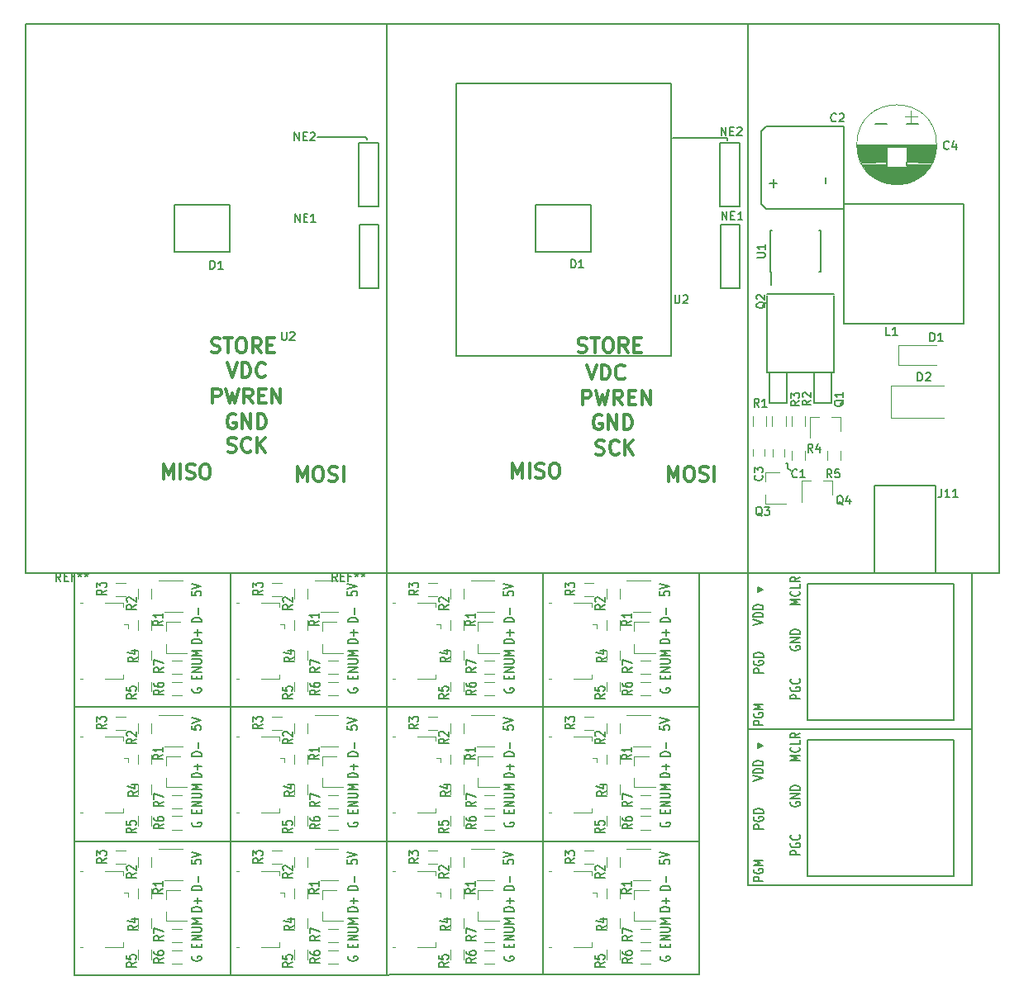
<source format=gto>
%TF.GenerationSoftware,KiCad,Pcbnew,4.0.7*%
%TF.CreationDate,2017-11-16T21:54:36+08:00*%
%TF.ProjectId,nixie-tube-merged,6E697869652D747562652D6D65726765,rev?*%
%TF.FileFunction,Legend,Top*%
%FSLAX46Y46*%
G04 Gerber Fmt 4.6, Leading zero omitted, Abs format (unit mm)*
G04 Created by KiCad (PCBNEW 4.0.7) date 11/16/17 21:54:36*
%MOMM*%
%LPD*%
G01*
G04 APERTURE LIST*
%ADD10C,0.100000*%
%ADD11C,0.200000*%
%ADD12C,0.120000*%
%ADD13C,0.300000*%
%ADD14C,0.150000*%
%ADD15C,0.153000*%
G04 APERTURE END LIST*
D10*
D11*
X17089980Y31909510D02*
X17042360Y31833310D01*
X17042360Y31833310D02*
X17042360Y31719040D01*
X17042360Y31719040D02*
X17089980Y31604740D01*
X17089980Y31604740D02*
X17185230Y31528560D01*
X17185230Y31528560D02*
X17280460Y31490460D01*
X17280460Y31490460D02*
X17470930Y31452360D01*
X17470930Y31452360D02*
X17613810Y31452360D01*
X17613810Y31452360D02*
X17804280Y31490460D01*
X17804280Y31490460D02*
X17899510Y31528560D01*
X17899510Y31528560D02*
X17994760Y31604740D01*
X17994760Y31604740D02*
X18042360Y31719040D01*
X18042360Y31719040D02*
X18042360Y31795210D01*
X18042360Y31795210D02*
X17994760Y31909510D01*
X17994760Y31909510D02*
X17947130Y31947610D01*
X17947130Y31947610D02*
X17613810Y31947610D01*
X17613810Y31947610D02*
X17613810Y31795210D01*
X17518560Y32873320D02*
X17518560Y33139990D01*
X18042360Y33254260D02*
X18042360Y32873320D01*
X18042360Y32873320D02*
X17042360Y32873320D01*
X17042360Y32873320D02*
X17042360Y33254260D01*
X18042360Y33597140D02*
X17042360Y33597140D01*
X17042360Y33597140D02*
X18042360Y34054260D01*
X18042360Y34054260D02*
X17042360Y34054260D01*
X17042360Y34435240D02*
X17851880Y34435240D01*
X17851880Y34435240D02*
X17947130Y34473310D01*
X17947130Y34473310D02*
X17994760Y34511410D01*
X17994760Y34511410D02*
X18042360Y34587610D01*
X18042360Y34587610D02*
X18042360Y34739990D01*
X18042360Y34739990D02*
X17994760Y34816190D01*
X17994760Y34816190D02*
X17947130Y34854260D01*
X17947130Y34854260D02*
X17851880Y34892360D01*
X17851880Y34892360D02*
X17042360Y34892360D01*
X18042360Y35273310D02*
X17042360Y35273310D01*
X17042360Y35273310D02*
X17756660Y35539980D01*
X17756660Y35539980D02*
X17042360Y35806660D01*
X17042360Y35806660D02*
X18042360Y35806660D01*
X18022370Y36525230D02*
X17022370Y36525230D01*
X17022370Y36525230D02*
X17022370Y36715700D01*
X17022370Y36715700D02*
X17069990Y36830000D01*
X17069990Y36830000D02*
X17165220Y36906170D01*
X17165220Y36906170D02*
X17260470Y36944270D01*
X17260470Y36944270D02*
X17450940Y36982370D01*
X17450940Y36982370D02*
X17593790Y36982370D01*
X17593790Y36982370D02*
X17784270Y36944270D01*
X17784270Y36944270D02*
X17879520Y36906170D01*
X17879520Y36906170D02*
X17974740Y36830000D01*
X17974740Y36830000D02*
X18022370Y36715700D01*
X18022370Y36715700D02*
X18022370Y36525230D01*
X17641420Y37325220D02*
X17641420Y37934750D01*
X18022370Y37630000D02*
X17260470Y37630000D01*
X18062370Y38725220D02*
X17062370Y38725220D01*
X17062370Y38725220D02*
X17062370Y38915700D01*
X17062370Y38915700D02*
X17110000Y39030000D01*
X17110000Y39030000D02*
X17205220Y39106170D01*
X17205220Y39106170D02*
X17300470Y39144270D01*
X17300470Y39144270D02*
X17490950Y39182370D01*
X17490950Y39182370D02*
X17633800Y39182370D01*
X17633800Y39182370D02*
X17824270Y39144270D01*
X17824270Y39144270D02*
X17919520Y39106170D01*
X17919520Y39106170D02*
X18014750Y39030000D01*
X18014750Y39030000D02*
X18062370Y38915700D01*
X18062370Y38915700D02*
X18062370Y38725220D01*
X17681420Y39525220D02*
X17681420Y40134740D01*
X17002380Y41837610D02*
X17002380Y41456660D01*
X17002380Y41456660D02*
X17478550Y41418560D01*
X17478550Y41418560D02*
X17430930Y41456660D01*
X17430930Y41456660D02*
X17383330Y41532840D01*
X17383330Y41532840D02*
X17383330Y41723310D01*
X17383330Y41723310D02*
X17430930Y41799510D01*
X17430930Y41799510D02*
X17478550Y41837610D01*
X17478550Y41837610D02*
X17573800Y41875710D01*
X17573800Y41875710D02*
X17811900Y41875710D01*
X17811900Y41875710D02*
X17907130Y41837610D01*
X17907130Y41837610D02*
X17954750Y41799510D01*
X17954750Y41799510D02*
X18002380Y41723310D01*
X18002380Y41723310D02*
X18002380Y41532840D01*
X18002380Y41532840D02*
X17954750Y41456660D01*
X17954750Y41456660D02*
X17907130Y41418560D01*
X17002380Y42104280D02*
X18002380Y42370930D01*
X18002380Y42370930D02*
X17002380Y42637610D01*
D12*
X10009990Y40699990D02*
X10009990Y40249980D01*
X8159980Y40699990D02*
X10009990Y40699990D01*
X5610000Y32899990D02*
X5859980Y32899990D01*
X5610000Y40699990D02*
X5859980Y40699990D01*
X8159980Y32899990D02*
X10009990Y32899990D01*
X10009990Y32899990D02*
X10009990Y33350000D01*
X10560000Y38500000D02*
X10560000Y38049990D01*
X10560000Y38500000D02*
X10109990Y38500000D01*
X14379980Y38709980D02*
X14379980Y37779990D01*
X14379980Y35549990D02*
X14379980Y36479990D01*
X14379980Y35549990D02*
X16540000Y35549990D01*
X14379980Y38709980D02*
X15840000Y38709980D01*
X14270000Y39719990D02*
X16070000Y39719990D01*
X16070000Y42940000D02*
X13619990Y42940000D01*
X11539980Y41089990D02*
X11539980Y42089980D01*
X12900000Y42089980D02*
X12900000Y41089990D01*
X12900000Y38889990D02*
X12900000Y37889990D01*
X11539980Y37889990D02*
X11539980Y38889990D01*
X9229980Y42749980D02*
X10229980Y42749980D01*
X10229980Y41389990D02*
X9229980Y41389990D01*
X12900000Y35799980D02*
X12900000Y34799980D01*
X11539980Y34799980D02*
X11539980Y35799980D01*
X11539980Y31589980D02*
X11539980Y32589980D01*
X12900000Y32589980D02*
X12900000Y31589980D01*
X15029990Y32550000D02*
X16029990Y32550000D01*
X16029990Y31189980D02*
X15029990Y31189980D01*
X15029990Y34739990D02*
X16029990Y34739990D01*
X16029990Y33379990D02*
X15029990Y33379990D01*
D11*
X11352380Y40476650D02*
X10876180Y40209980D01*
X11352380Y40019500D02*
X10352380Y40019500D01*
X10352380Y40019500D02*
X10352380Y40324280D01*
X10352380Y40324280D02*
X10399980Y40400450D01*
X10399980Y40400450D02*
X10447600Y40438550D01*
X10447600Y40438550D02*
X10542850Y40476650D01*
X10542850Y40476650D02*
X10685700Y40476650D01*
X10685700Y40476650D02*
X10780930Y40438550D01*
X10780930Y40438550D02*
X10828550Y40400450D01*
X10828550Y40400450D02*
X10876180Y40324280D01*
X10876180Y40324280D02*
X10876180Y40019500D01*
X10447600Y40781430D02*
X10399980Y40819500D01*
X10399980Y40819500D02*
X10352380Y40895700D01*
X10352380Y40895700D02*
X10352380Y41086180D01*
X10352380Y41086180D02*
X10399980Y41162380D01*
X10399980Y41162380D02*
X10447600Y41200480D01*
X10447600Y41200480D02*
X10542850Y41238550D01*
X10542850Y41238550D02*
X10638080Y41238550D01*
X10638080Y41238550D02*
X10780930Y41200480D01*
X10780930Y41200480D02*
X11352380Y40743330D01*
X11352380Y40743330D02*
X11352380Y41238550D01*
X14082370Y38856670D02*
X13606170Y38589990D01*
X14082370Y38399520D02*
X13082370Y38399520D01*
X13082370Y38399520D02*
X13082370Y38704270D01*
X13082370Y38704270D02*
X13130000Y38780470D01*
X13130000Y38780470D02*
X13177600Y38818570D01*
X13177600Y38818570D02*
X13272850Y38856670D01*
X13272850Y38856670D02*
X13415700Y38856670D01*
X13415700Y38856670D02*
X13510950Y38818570D01*
X13510950Y38818570D02*
X13558570Y38780470D01*
X13558570Y38780470D02*
X13606170Y38704270D01*
X13606170Y38704270D02*
X13606170Y38399520D01*
X14082370Y39618560D02*
X14082370Y39161420D01*
X14082370Y39389990D02*
X13082370Y39389990D01*
X13082370Y39389990D02*
X13225220Y39313790D01*
X13225220Y39313790D02*
X13320470Y39237620D01*
X13320470Y39237620D02*
X13368070Y39161420D01*
X8282360Y41986660D02*
X7806180Y41719980D01*
X8282360Y41529510D02*
X7282360Y41529510D01*
X7282360Y41529510D02*
X7282360Y41834280D01*
X7282360Y41834280D02*
X7329980Y41910460D01*
X7329980Y41910460D02*
X7377610Y41948560D01*
X7377610Y41948560D02*
X7472830Y41986660D01*
X7472830Y41986660D02*
X7615710Y41986660D01*
X7615710Y41986660D02*
X7710930Y41948560D01*
X7710930Y41948560D02*
X7758560Y41910460D01*
X7758560Y41910460D02*
X7806180Y41834280D01*
X7806180Y41834280D02*
X7806180Y41529510D01*
X7282360Y42253330D02*
X7282360Y42748560D01*
X7282360Y42748560D02*
X7663330Y42481880D01*
X7663330Y42481880D02*
X7663330Y42596180D01*
X7663330Y42596180D02*
X7710930Y42672380D01*
X7710930Y42672380D02*
X7758560Y42710460D01*
X7758560Y42710460D02*
X7853810Y42748560D01*
X7853810Y42748560D02*
X8091880Y42748560D01*
X8091880Y42748560D02*
X8187130Y42710460D01*
X8187130Y42710460D02*
X8234760Y42672380D01*
X8234760Y42672380D02*
X8282360Y42596180D01*
X8282360Y42596180D02*
X8282360Y42367610D01*
X8282360Y42367610D02*
X8234760Y42291410D01*
X8234760Y42291410D02*
X8187130Y42253330D01*
X11512370Y35106660D02*
X11036170Y34839990D01*
X11512370Y34649510D02*
X10512370Y34649510D01*
X10512370Y34649510D02*
X10512370Y34954260D01*
X10512370Y34954260D02*
X10559970Y35030460D01*
X10559970Y35030460D02*
X10607600Y35068560D01*
X10607600Y35068560D02*
X10702850Y35106660D01*
X10702850Y35106660D02*
X10845700Y35106660D01*
X10845700Y35106660D02*
X10940950Y35068560D01*
X10940950Y35068560D02*
X10988550Y35030460D01*
X10988550Y35030460D02*
X11036170Y34954260D01*
X11036170Y34954260D02*
X11036170Y34649510D01*
X10845700Y35792360D02*
X11512370Y35792360D01*
X10464750Y35601880D02*
X11179050Y35411410D01*
X11179050Y35411410D02*
X11179050Y35906660D01*
X11342370Y31336670D02*
X10866170Y31069990D01*
X11342370Y30879520D02*
X10342370Y30879520D01*
X10342370Y30879520D02*
X10342370Y31184270D01*
X10342370Y31184270D02*
X10390000Y31260470D01*
X10390000Y31260470D02*
X10437600Y31298570D01*
X10437600Y31298570D02*
X10532850Y31336670D01*
X10532850Y31336670D02*
X10675700Y31336670D01*
X10675700Y31336670D02*
X10770950Y31298570D01*
X10770950Y31298570D02*
X10818550Y31260470D01*
X10818550Y31260470D02*
X10866170Y31184270D01*
X10866170Y31184270D02*
X10866170Y30879520D01*
X10342370Y32060460D02*
X10342370Y31679520D01*
X10342370Y31679520D02*
X10818550Y31641420D01*
X10818550Y31641420D02*
X10770950Y31679520D01*
X10770950Y31679520D02*
X10723320Y31755720D01*
X10723320Y31755720D02*
X10723320Y31946190D01*
X10723320Y31946190D02*
X10770950Y32022360D01*
X10770950Y32022360D02*
X10818550Y32060460D01*
X10818550Y32060460D02*
X10913800Y32098560D01*
X10913800Y32098560D02*
X11151900Y32098560D01*
X11151900Y32098560D02*
X11247120Y32060460D01*
X11247120Y32060460D02*
X11294750Y32022360D01*
X11294750Y32022360D02*
X11342370Y31946190D01*
X11342370Y31946190D02*
X11342370Y31755720D01*
X11342370Y31755720D02*
X11294750Y31679520D01*
X11294750Y31679520D02*
X11247120Y31641420D01*
X14152370Y31746650D02*
X13676170Y31480000D01*
X14152370Y31289520D02*
X13152370Y31289520D01*
X13152370Y31289520D02*
X13152370Y31594270D01*
X13152370Y31594270D02*
X13200000Y31670470D01*
X13200000Y31670470D02*
X13247600Y31708550D01*
X13247600Y31708550D02*
X13342850Y31746650D01*
X13342850Y31746650D02*
X13485700Y31746650D01*
X13485700Y31746650D02*
X13580950Y31708550D01*
X13580950Y31708550D02*
X13628550Y31670470D01*
X13628550Y31670470D02*
X13676170Y31594270D01*
X13676170Y31594270D02*
X13676170Y31289520D01*
X13152370Y32432370D02*
X13152370Y32280000D01*
X13152370Y32280000D02*
X13200000Y32203800D01*
X13200000Y32203800D02*
X13247600Y32165700D01*
X13247600Y32165700D02*
X13390470Y32089520D01*
X13390470Y32089520D02*
X13580950Y32051420D01*
X13580950Y32051420D02*
X13961900Y32051420D01*
X13961900Y32051420D02*
X14057120Y32089520D01*
X14057120Y32089520D02*
X14104750Y32127600D01*
X14104750Y32127600D02*
X14152370Y32203800D01*
X14152370Y32203800D02*
X14152370Y32356170D01*
X14152370Y32356170D02*
X14104750Y32432370D01*
X14104750Y32432370D02*
X14057120Y32470470D01*
X14057120Y32470470D02*
X13961900Y32508570D01*
X13961900Y32508570D02*
X13723800Y32508570D01*
X13723800Y32508570D02*
X13628550Y32470470D01*
X13628550Y32470470D02*
X13580950Y32432370D01*
X13580950Y32432370D02*
X13533320Y32356170D01*
X13533320Y32356170D02*
X13533320Y32203800D01*
X13533320Y32203800D02*
X13580950Y32127600D01*
X13580950Y32127600D02*
X13628550Y32089520D01*
X13628550Y32089520D02*
X13723800Y32051420D01*
X14132360Y34046640D02*
X13656180Y33779990D01*
X14132360Y33589520D02*
X13132360Y33589520D01*
X13132360Y33589520D02*
X13132360Y33894270D01*
X13132360Y33894270D02*
X13179980Y33970470D01*
X13179980Y33970470D02*
X13227610Y34008570D01*
X13227610Y34008570D02*
X13322830Y34046640D01*
X13322830Y34046640D02*
X13465710Y34046640D01*
X13465710Y34046640D02*
X13560930Y34008570D01*
X13560930Y34008570D02*
X13608560Y33970470D01*
X13608560Y33970470D02*
X13656180Y33894270D01*
X13656180Y33894270D02*
X13656180Y33589520D01*
X13132360Y34313320D02*
X13132360Y34846670D01*
X13132360Y34846670D02*
X14132360Y34503790D01*
X17089980Y18159500D02*
X17042360Y18083330D01*
X17042360Y18083330D02*
X17042360Y17969030D01*
X17042360Y17969030D02*
X17089980Y17854750D01*
X17089980Y17854750D02*
X17185230Y17778550D01*
X17185230Y17778550D02*
X17280460Y17740450D01*
X17280460Y17740450D02*
X17470930Y17702380D01*
X17470930Y17702380D02*
X17613810Y17702380D01*
X17613810Y17702380D02*
X17804280Y17740450D01*
X17804280Y17740450D02*
X17899510Y17778550D01*
X17899510Y17778550D02*
X17994760Y17854750D01*
X17994760Y17854750D02*
X18042360Y17969030D01*
X18042360Y17969030D02*
X18042360Y18045230D01*
X18042360Y18045230D02*
X17994760Y18159500D01*
X17994760Y18159500D02*
X17947130Y18197600D01*
X17947130Y18197600D02*
X17613810Y18197600D01*
X17613810Y18197600D02*
X17613810Y18045230D01*
X17518560Y19123330D02*
X17518560Y19389980D01*
X18042360Y19504280D02*
X18042360Y19123330D01*
X18042360Y19123330D02*
X17042360Y19123330D01*
X17042360Y19123330D02*
X17042360Y19504280D01*
X18042360Y19847130D02*
X17042360Y19847130D01*
X17042360Y19847130D02*
X18042360Y20304280D01*
X18042360Y20304280D02*
X17042360Y20304280D01*
X17042360Y20685230D02*
X17851880Y20685230D01*
X17851880Y20685230D02*
X17947130Y20723330D01*
X17947130Y20723330D02*
X17994760Y20761430D01*
X17994760Y20761430D02*
X18042360Y20837600D01*
X18042360Y20837600D02*
X18042360Y20989980D01*
X18042360Y20989980D02*
X17994760Y21066180D01*
X17994760Y21066180D02*
X17947130Y21104280D01*
X17947130Y21104280D02*
X17851880Y21142380D01*
X17851880Y21142380D02*
X17042360Y21142380D01*
X18042360Y21523330D02*
X17042360Y21523330D01*
X17042360Y21523330D02*
X17756660Y21790000D01*
X17756660Y21790000D02*
X17042360Y22056650D01*
X17042360Y22056650D02*
X18042360Y22056650D01*
X18022370Y22775210D02*
X17022370Y22775210D01*
X17022370Y22775210D02*
X17022370Y22965690D01*
X17022370Y22965690D02*
X17069990Y23079990D01*
X17069990Y23079990D02*
X17165220Y23156190D01*
X17165220Y23156190D02*
X17260470Y23194260D01*
X17260470Y23194260D02*
X17450940Y23232360D01*
X17450940Y23232360D02*
X17593790Y23232360D01*
X17593790Y23232360D02*
X17784270Y23194260D01*
X17784270Y23194260D02*
X17879520Y23156190D01*
X17879520Y23156190D02*
X17974740Y23079990D01*
X17974740Y23079990D02*
X18022370Y22965690D01*
X18022370Y22965690D02*
X18022370Y22775210D01*
X17641420Y23575210D02*
X17641420Y24184740D01*
X18022370Y23879990D02*
X17260470Y23879990D01*
X18062370Y24975240D02*
X17062370Y24975240D01*
X17062370Y24975240D02*
X17062370Y25165710D01*
X17062370Y25165710D02*
X17110000Y25279990D01*
X17110000Y25279990D02*
X17205220Y25356190D01*
X17205220Y25356190D02*
X17300470Y25394290D01*
X17300470Y25394290D02*
X17490950Y25432360D01*
X17490950Y25432360D02*
X17633800Y25432360D01*
X17633800Y25432360D02*
X17824270Y25394290D01*
X17824270Y25394290D02*
X17919520Y25356190D01*
X17919520Y25356190D02*
X18014750Y25279990D01*
X18014750Y25279990D02*
X18062370Y25165710D01*
X18062370Y25165710D02*
X18062370Y24975240D01*
X17681420Y25775230D02*
X17681420Y26384760D01*
X17002380Y28087600D02*
X17002380Y27706650D01*
X17002380Y27706650D02*
X17478550Y27668550D01*
X17478550Y27668550D02*
X17430930Y27706650D01*
X17430930Y27706650D02*
X17383330Y27782850D01*
X17383330Y27782850D02*
X17383330Y27973320D01*
X17383330Y27973320D02*
X17430930Y28049500D01*
X17430930Y28049500D02*
X17478550Y28087600D01*
X17478550Y28087600D02*
X17573800Y28125700D01*
X17573800Y28125700D02*
X17811900Y28125700D01*
X17811900Y28125700D02*
X17907130Y28087600D01*
X17907130Y28087600D02*
X17954750Y28049500D01*
X17954750Y28049500D02*
X18002380Y27973320D01*
X18002380Y27973320D02*
X18002380Y27782850D01*
X18002380Y27782850D02*
X17954750Y27706650D01*
X17954750Y27706650D02*
X17907130Y27668550D01*
X17002380Y28354270D02*
X18002380Y28620950D01*
X18002380Y28620950D02*
X17002380Y28887600D01*
D12*
X10009990Y26949980D02*
X10009990Y26500000D01*
X8159980Y26949980D02*
X10009990Y26949980D01*
X5610000Y19150000D02*
X5859980Y19150000D01*
X5610000Y26949980D02*
X5859980Y26949980D01*
X8159980Y19150000D02*
X10009990Y19150000D01*
X10009990Y19150000D02*
X10009990Y19599990D01*
X10560000Y24749990D02*
X10560000Y24299980D01*
X10560000Y24749990D02*
X10109990Y24749990D01*
X14379980Y24960000D02*
X14379980Y24029970D01*
X14379980Y21799980D02*
X14379980Y22729980D01*
X14379980Y21799980D02*
X16540000Y21799980D01*
X14379980Y24960000D02*
X15840000Y24960000D01*
X14270000Y25969980D02*
X16070000Y25969980D01*
X16070000Y29189980D02*
X13619990Y29189980D01*
X11539980Y27339980D02*
X11539980Y28340000D01*
X12900000Y28340000D02*
X12900000Y27339980D01*
X12900000Y25139980D02*
X12900000Y24139980D01*
X11539980Y24139980D02*
X11539980Y25139980D01*
X9229980Y28999990D02*
X10229980Y28999990D01*
X10229980Y27639980D02*
X9229980Y27639980D01*
X12900000Y22049990D02*
X12900000Y21050000D01*
X11539980Y21050000D02*
X11539980Y22049990D01*
X11539980Y17839990D02*
X11539980Y18839990D01*
X12900000Y18839990D02*
X12900000Y17839990D01*
X15029990Y18799990D02*
X16029990Y18799990D01*
X16029990Y17440000D02*
X15029990Y17440000D01*
X15029990Y20989980D02*
X16029990Y20989980D01*
X16029990Y19629980D02*
X15029990Y19629980D01*
D11*
X11352380Y26726640D02*
X10876180Y26459990D01*
X11352380Y26269520D02*
X10352380Y26269520D01*
X10352380Y26269520D02*
X10352380Y26574270D01*
X10352380Y26574270D02*
X10399980Y26650470D01*
X10399980Y26650470D02*
X10447600Y26688570D01*
X10447600Y26688570D02*
X10542850Y26726640D01*
X10542850Y26726640D02*
X10685700Y26726640D01*
X10685700Y26726640D02*
X10780930Y26688570D01*
X10780930Y26688570D02*
X10828550Y26650470D01*
X10828550Y26650470D02*
X10876180Y26574270D01*
X10876180Y26574270D02*
X10876180Y26269520D01*
X10447600Y27031420D02*
X10399980Y27069520D01*
X10399980Y27069520D02*
X10352380Y27145690D01*
X10352380Y27145690D02*
X10352380Y27336170D01*
X10352380Y27336170D02*
X10399980Y27412370D01*
X10399980Y27412370D02*
X10447600Y27450470D01*
X10447600Y27450470D02*
X10542850Y27488570D01*
X10542850Y27488570D02*
X10638080Y27488570D01*
X10638080Y27488570D02*
X10780930Y27450470D01*
X10780930Y27450470D02*
X11352380Y26993320D01*
X11352380Y26993320D02*
X11352380Y27488570D01*
X14082370Y25106660D02*
X13606170Y24839980D01*
X14082370Y24649510D02*
X13082370Y24649510D01*
X13082370Y24649510D02*
X13082370Y24954280D01*
X13082370Y24954280D02*
X13130000Y25030460D01*
X13130000Y25030460D02*
X13177600Y25068560D01*
X13177600Y25068560D02*
X13272850Y25106660D01*
X13272850Y25106660D02*
X13415700Y25106660D01*
X13415700Y25106660D02*
X13510950Y25068560D01*
X13510950Y25068560D02*
X13558570Y25030460D01*
X13558570Y25030460D02*
X13606170Y24954280D01*
X13606170Y24954280D02*
X13606170Y24649510D01*
X14082370Y25868550D02*
X14082370Y25411400D01*
X14082370Y25639980D02*
X13082370Y25639980D01*
X13082370Y25639980D02*
X13225220Y25563800D01*
X13225220Y25563800D02*
X13320470Y25487600D01*
X13320470Y25487600D02*
X13368070Y25411400D01*
X8282360Y28236650D02*
X7806180Y27970000D01*
X8282360Y27779520D02*
X7282360Y27779520D01*
X7282360Y27779520D02*
X7282360Y28084270D01*
X7282360Y28084270D02*
X7329980Y28160470D01*
X7329980Y28160470D02*
X7377610Y28198570D01*
X7377610Y28198570D02*
X7472830Y28236650D01*
X7472830Y28236650D02*
X7615710Y28236650D01*
X7615710Y28236650D02*
X7710930Y28198570D01*
X7710930Y28198570D02*
X7758560Y28160470D01*
X7758560Y28160470D02*
X7806180Y28084270D01*
X7806180Y28084270D02*
X7806180Y27779520D01*
X7282360Y28503320D02*
X7282360Y28998570D01*
X7282360Y28998570D02*
X7663330Y28731900D01*
X7663330Y28731900D02*
X7663330Y28846170D01*
X7663330Y28846170D02*
X7710930Y28922370D01*
X7710930Y28922370D02*
X7758560Y28960470D01*
X7758560Y28960470D02*
X7853810Y28998570D01*
X7853810Y28998570D02*
X8091880Y28998570D01*
X8091880Y28998570D02*
X8187130Y28960470D01*
X8187130Y28960470D02*
X8234760Y28922370D01*
X8234760Y28922370D02*
X8282360Y28846170D01*
X8282360Y28846170D02*
X8282360Y28617600D01*
X8282360Y28617600D02*
X8234760Y28541420D01*
X8234760Y28541420D02*
X8187130Y28503320D01*
X11512370Y21356650D02*
X11036170Y21089980D01*
X11512370Y20899500D02*
X10512370Y20899500D01*
X10512370Y20899500D02*
X10512370Y21204280D01*
X10512370Y21204280D02*
X10559970Y21280480D01*
X10559970Y21280480D02*
X10607600Y21318550D01*
X10607600Y21318550D02*
X10702850Y21356650D01*
X10702850Y21356650D02*
X10845700Y21356650D01*
X10845700Y21356650D02*
X10940950Y21318550D01*
X10940950Y21318550D02*
X10988550Y21280480D01*
X10988550Y21280480D02*
X11036170Y21204280D01*
X11036170Y21204280D02*
X11036170Y20899500D01*
X10845700Y22042370D02*
X11512370Y22042370D01*
X10464750Y21851900D02*
X11179050Y21661420D01*
X11179050Y21661420D02*
X11179050Y22156650D01*
X11342370Y17586660D02*
X10866170Y17319980D01*
X11342370Y17129510D02*
X10342370Y17129510D01*
X10342370Y17129510D02*
X10342370Y17434280D01*
X10342370Y17434280D02*
X10390000Y17510460D01*
X10390000Y17510460D02*
X10437600Y17548560D01*
X10437600Y17548560D02*
X10532850Y17586660D01*
X10532850Y17586660D02*
X10675700Y17586660D01*
X10675700Y17586660D02*
X10770950Y17548560D01*
X10770950Y17548560D02*
X10818550Y17510460D01*
X10818550Y17510460D02*
X10866170Y17434280D01*
X10866170Y17434280D02*
X10866170Y17129510D01*
X10342370Y18310450D02*
X10342370Y17929500D01*
X10342370Y17929500D02*
X10818550Y17891400D01*
X10818550Y17891400D02*
X10770950Y17929500D01*
X10770950Y17929500D02*
X10723320Y18005700D01*
X10723320Y18005700D02*
X10723320Y18196180D01*
X10723320Y18196180D02*
X10770950Y18272380D01*
X10770950Y18272380D02*
X10818550Y18310450D01*
X10818550Y18310450D02*
X10913800Y18348550D01*
X10913800Y18348550D02*
X11151900Y18348550D01*
X11151900Y18348550D02*
X11247120Y18310450D01*
X11247120Y18310450D02*
X11294750Y18272380D01*
X11294750Y18272380D02*
X11342370Y18196180D01*
X11342370Y18196180D02*
X11342370Y18005700D01*
X11342370Y18005700D02*
X11294750Y17929500D01*
X11294750Y17929500D02*
X11247120Y17891400D01*
X14152370Y17996660D02*
X13676170Y17729990D01*
X14152370Y17539510D02*
X13152370Y17539510D01*
X13152370Y17539510D02*
X13152370Y17844260D01*
X13152370Y17844260D02*
X13200000Y17920460D01*
X13200000Y17920460D02*
X13247600Y17958560D01*
X13247600Y17958560D02*
X13342850Y17996660D01*
X13342850Y17996660D02*
X13485700Y17996660D01*
X13485700Y17996660D02*
X13580950Y17958560D01*
X13580950Y17958560D02*
X13628550Y17920460D01*
X13628550Y17920460D02*
X13676170Y17844260D01*
X13676170Y17844260D02*
X13676170Y17539510D01*
X13152370Y18682360D02*
X13152370Y18529990D01*
X13152370Y18529990D02*
X13200000Y18453790D01*
X13200000Y18453790D02*
X13247600Y18415710D01*
X13247600Y18415710D02*
X13390470Y18339510D01*
X13390470Y18339510D02*
X13580950Y18301410D01*
X13580950Y18301410D02*
X13961900Y18301410D01*
X13961900Y18301410D02*
X14057120Y18339510D01*
X14057120Y18339510D02*
X14104750Y18377610D01*
X14104750Y18377610D02*
X14152370Y18453790D01*
X14152370Y18453790D02*
X14152370Y18606190D01*
X14152370Y18606190D02*
X14104750Y18682360D01*
X14104750Y18682360D02*
X14057120Y18720460D01*
X14057120Y18720460D02*
X13961900Y18758560D01*
X13961900Y18758560D02*
X13723800Y18758560D01*
X13723800Y18758560D02*
X13628550Y18720460D01*
X13628550Y18720460D02*
X13580950Y18682360D01*
X13580950Y18682360D02*
X13533320Y18606190D01*
X13533320Y18606190D02*
X13533320Y18453790D01*
X13533320Y18453790D02*
X13580950Y18377610D01*
X13580950Y18377610D02*
X13628550Y18339510D01*
X13628550Y18339510D02*
X13723800Y18301410D01*
X14132360Y20296660D02*
X13656180Y20029980D01*
X14132360Y19839510D02*
X13132360Y19839510D01*
X13132360Y19839510D02*
X13132360Y20144280D01*
X13132360Y20144280D02*
X13179980Y20220460D01*
X13179980Y20220460D02*
X13227610Y20258560D01*
X13227610Y20258560D02*
X13322830Y20296660D01*
X13322830Y20296660D02*
X13465710Y20296660D01*
X13465710Y20296660D02*
X13560930Y20258560D01*
X13560930Y20258560D02*
X13608560Y20220460D01*
X13608560Y20220460D02*
X13656180Y20144280D01*
X13656180Y20144280D02*
X13656180Y19839510D01*
X13132360Y20563330D02*
X13132360Y21096660D01*
X13132360Y21096660D02*
X14132360Y20753810D01*
X17089980Y4409520D02*
X17042360Y4333320D01*
X17042360Y4333320D02*
X17042360Y4219040D01*
X17042360Y4219040D02*
X17089980Y4104740D01*
X17089980Y4104740D02*
X17185230Y4028570D01*
X17185230Y4028570D02*
X17280460Y3990470D01*
X17280460Y3990470D02*
X17470930Y3952370D01*
X17470930Y3952370D02*
X17613810Y3952370D01*
X17613810Y3952370D02*
X17804280Y3990470D01*
X17804280Y3990470D02*
X17899510Y4028570D01*
X17899510Y4028570D02*
X17994760Y4104740D01*
X17994760Y4104740D02*
X18042360Y4219040D01*
X18042360Y4219040D02*
X18042360Y4295220D01*
X18042360Y4295220D02*
X17994760Y4409520D01*
X17994760Y4409520D02*
X17947130Y4447620D01*
X17947130Y4447620D02*
X17613810Y4447620D01*
X17613810Y4447620D02*
X17613810Y4295220D01*
X17518560Y5373320D02*
X17518560Y5639990D01*
X18042360Y5754270D02*
X18042360Y5373320D01*
X18042360Y5373320D02*
X17042360Y5373320D01*
X17042360Y5373320D02*
X17042360Y5754270D01*
X18042360Y6097120D02*
X17042360Y6097120D01*
X17042360Y6097120D02*
X18042360Y6554270D01*
X18042360Y6554270D02*
X17042360Y6554270D01*
X17042360Y6935220D02*
X17851880Y6935220D01*
X17851880Y6935220D02*
X17947130Y6973320D01*
X17947130Y6973320D02*
X17994760Y7011420D01*
X17994760Y7011420D02*
X18042360Y7087620D01*
X18042360Y7087620D02*
X18042360Y7239990D01*
X18042360Y7239990D02*
X17994760Y7316170D01*
X17994760Y7316170D02*
X17947130Y7354270D01*
X17947130Y7354270D02*
X17851880Y7392370D01*
X17851880Y7392370D02*
X17042360Y7392370D01*
X18042360Y7773310D02*
X17042360Y7773310D01*
X17042360Y7773310D02*
X17756660Y8039990D01*
X17756660Y8039990D02*
X17042360Y8306660D01*
X17042360Y8306660D02*
X18042360Y8306660D01*
X18022370Y9025230D02*
X17022370Y9025230D01*
X17022370Y9025230D02*
X17022370Y9215700D01*
X17022370Y9215700D02*
X17069990Y9329980D01*
X17069990Y9329980D02*
X17165220Y9406180D01*
X17165220Y9406180D02*
X17260470Y9444280D01*
X17260470Y9444280D02*
X17450940Y9482380D01*
X17450940Y9482380D02*
X17593790Y9482380D01*
X17593790Y9482380D02*
X17784270Y9444280D01*
X17784270Y9444280D02*
X17879520Y9406180D01*
X17879520Y9406180D02*
X17974740Y9329980D01*
X17974740Y9329980D02*
X18022370Y9215700D01*
X18022370Y9215700D02*
X18022370Y9025230D01*
X17641420Y9825230D02*
X17641420Y10434750D01*
X18022370Y10129980D02*
X17260470Y10129980D01*
X18062370Y11225230D02*
X17062370Y11225230D01*
X17062370Y11225230D02*
X17062370Y11415700D01*
X17062370Y11415700D02*
X17110000Y11530000D01*
X17110000Y11530000D02*
X17205220Y11606170D01*
X17205220Y11606170D02*
X17300470Y11644270D01*
X17300470Y11644270D02*
X17490950Y11682370D01*
X17490950Y11682370D02*
X17633800Y11682370D01*
X17633800Y11682370D02*
X17824270Y11644270D01*
X17824270Y11644270D02*
X17919520Y11606170D01*
X17919520Y11606170D02*
X18014750Y11530000D01*
X18014750Y11530000D02*
X18062370Y11415700D01*
X18062370Y11415700D02*
X18062370Y11225230D01*
X17681420Y12025220D02*
X17681420Y12634750D01*
X17002380Y14337610D02*
X17002380Y13956670D01*
X17002380Y13956670D02*
X17478550Y13918570D01*
X17478550Y13918570D02*
X17430930Y13956670D01*
X17430930Y13956670D02*
X17383330Y14032840D01*
X17383330Y14032840D02*
X17383330Y14223310D01*
X17383330Y14223310D02*
X17430930Y14299510D01*
X17430930Y14299510D02*
X17478550Y14337610D01*
X17478550Y14337610D02*
X17573800Y14375710D01*
X17573800Y14375710D02*
X17811900Y14375710D01*
X17811900Y14375710D02*
X17907130Y14337610D01*
X17907130Y14337610D02*
X17954750Y14299510D01*
X17954750Y14299510D02*
X18002380Y14223310D01*
X18002380Y14223310D02*
X18002380Y14032840D01*
X18002380Y14032840D02*
X17954750Y13956670D01*
X17954750Y13956670D02*
X17907130Y13918570D01*
X17002380Y14604260D02*
X18002380Y14870940D01*
X18002380Y14870940D02*
X17002380Y15137610D01*
D12*
X10009990Y13200000D02*
X10009990Y12749990D01*
X8159980Y13200000D02*
X10009990Y13200000D01*
X5610000Y5399990D02*
X5859980Y5399990D01*
X5610000Y13200000D02*
X5859980Y13200000D01*
X8159980Y5399990D02*
X10009990Y5399990D01*
X10009990Y5399990D02*
X10009990Y5849980D01*
X10560000Y10999980D02*
X10560000Y10549990D01*
X10560000Y10999980D02*
X10109990Y10999980D01*
X14379980Y11209990D02*
X14379980Y10279990D01*
X14379980Y8050000D02*
X14379980Y8979990D01*
X14379980Y8050000D02*
X16540000Y8050000D01*
X14379980Y11209990D02*
X15840000Y11209990D01*
X14270000Y12219990D02*
X16070000Y12219990D01*
X16070000Y15440000D02*
X13619990Y15440000D01*
X11539980Y13589990D02*
X11539980Y14589990D01*
X12900000Y14589990D02*
X12900000Y13589990D01*
X12900000Y11390000D02*
X12900000Y10390000D01*
X11539980Y10390000D02*
X11539980Y11390000D01*
X9229980Y15249980D02*
X10229980Y15249980D01*
X10229980Y13889990D02*
X9229980Y13889990D01*
X12900000Y8299980D02*
X12900000Y7299990D01*
X11539980Y7299990D02*
X11539980Y8299980D01*
X11539980Y4089980D02*
X11539980Y5089980D01*
X12900000Y5089980D02*
X12900000Y4089980D01*
X15029990Y5049980D02*
X16029990Y5049980D01*
X16029990Y3689990D02*
X15029990Y3689990D01*
X15029990Y7239990D02*
X16029990Y7239990D01*
X16029990Y5880000D02*
X15029990Y5880000D01*
D11*
X11352380Y12976660D02*
X10876180Y12709980D01*
X11352380Y12519510D02*
X10352380Y12519510D01*
X10352380Y12519510D02*
X10352380Y12824280D01*
X10352380Y12824280D02*
X10399980Y12900460D01*
X10399980Y12900460D02*
X10447600Y12938560D01*
X10447600Y12938560D02*
X10542850Y12976660D01*
X10542850Y12976660D02*
X10685700Y12976660D01*
X10685700Y12976660D02*
X10780930Y12938560D01*
X10780930Y12938560D02*
X10828550Y12900460D01*
X10828550Y12900460D02*
X10876180Y12824280D01*
X10876180Y12824280D02*
X10876180Y12519510D01*
X10447600Y13281410D02*
X10399980Y13319510D01*
X10399980Y13319510D02*
X10352380Y13395710D01*
X10352380Y13395710D02*
X10352380Y13586180D01*
X10352380Y13586180D02*
X10399980Y13662380D01*
X10399980Y13662380D02*
X10447600Y13700460D01*
X10447600Y13700460D02*
X10542850Y13738560D01*
X10542850Y13738560D02*
X10638080Y13738560D01*
X10638080Y13738560D02*
X10780930Y13700460D01*
X10780930Y13700460D02*
X11352380Y13243330D01*
X11352380Y13243330D02*
X11352380Y13738560D01*
X14082370Y11356640D02*
X13606170Y11090000D01*
X14082370Y10899520D02*
X13082370Y10899520D01*
X13082370Y10899520D02*
X13082370Y11204270D01*
X13082370Y11204270D02*
X13130000Y11280470D01*
X13130000Y11280470D02*
X13177600Y11318570D01*
X13177600Y11318570D02*
X13272850Y11356640D01*
X13272850Y11356640D02*
X13415700Y11356640D01*
X13415700Y11356640D02*
X13510950Y11318570D01*
X13510950Y11318570D02*
X13558570Y11280470D01*
X13558570Y11280470D02*
X13606170Y11204270D01*
X13606170Y11204270D02*
X13606170Y10899520D01*
X14082370Y12118570D02*
X14082370Y11661420D01*
X14082370Y11889990D02*
X13082370Y11889990D01*
X13082370Y11889990D02*
X13225220Y11813790D01*
X13225220Y11813790D02*
X13320470Y11737590D01*
X13320470Y11737590D02*
X13368070Y11661420D01*
X8282360Y14486660D02*
X7806180Y14219990D01*
X8282360Y14029510D02*
X7282360Y14029510D01*
X7282360Y14029510D02*
X7282360Y14334260D01*
X7282360Y14334260D02*
X7329980Y14410460D01*
X7329980Y14410460D02*
X7377610Y14448560D01*
X7377610Y14448560D02*
X7472830Y14486660D01*
X7472830Y14486660D02*
X7615710Y14486660D01*
X7615710Y14486660D02*
X7710930Y14448560D01*
X7710930Y14448560D02*
X7758560Y14410460D01*
X7758560Y14410460D02*
X7806180Y14334260D01*
X7806180Y14334260D02*
X7806180Y14029510D01*
X7282360Y14753310D02*
X7282360Y15248560D01*
X7282360Y15248560D02*
X7663330Y14981890D01*
X7663330Y14981890D02*
X7663330Y15096190D01*
X7663330Y15096190D02*
X7710930Y15172360D01*
X7710930Y15172360D02*
X7758560Y15210460D01*
X7758560Y15210460D02*
X7853810Y15248560D01*
X7853810Y15248560D02*
X8091880Y15248560D01*
X8091880Y15248560D02*
X8187130Y15210460D01*
X8187130Y15210460D02*
X8234760Y15172360D01*
X8234760Y15172360D02*
X8282360Y15096190D01*
X8282360Y15096190D02*
X8282360Y14867610D01*
X8282360Y14867610D02*
X8234760Y14791410D01*
X8234760Y14791410D02*
X8187130Y14753310D01*
X11512370Y7606670D02*
X11036170Y7339990D01*
X11512370Y7149520D02*
X10512370Y7149520D01*
X10512370Y7149520D02*
X10512370Y7454270D01*
X10512370Y7454270D02*
X10559970Y7530470D01*
X10559970Y7530470D02*
X10607600Y7568570D01*
X10607600Y7568570D02*
X10702850Y7606670D01*
X10702850Y7606670D02*
X10845700Y7606670D01*
X10845700Y7606670D02*
X10940950Y7568570D01*
X10940950Y7568570D02*
X10988550Y7530470D01*
X10988550Y7530470D02*
X11036170Y7454270D01*
X11036170Y7454270D02*
X11036170Y7149520D01*
X10845700Y8292360D02*
X11512370Y8292360D01*
X10464750Y8101890D02*
X11179050Y7911410D01*
X11179050Y7911410D02*
X11179050Y8406660D01*
X11342370Y3836640D02*
X10866170Y3570000D01*
X11342370Y3379520D02*
X10342370Y3379520D01*
X10342370Y3379520D02*
X10342370Y3684270D01*
X10342370Y3684270D02*
X10390000Y3760470D01*
X10390000Y3760470D02*
X10437600Y3798570D01*
X10437600Y3798570D02*
X10532850Y3836640D01*
X10532850Y3836640D02*
X10675700Y3836640D01*
X10675700Y3836640D02*
X10770950Y3798570D01*
X10770950Y3798570D02*
X10818550Y3760470D01*
X10818550Y3760470D02*
X10866170Y3684270D01*
X10866170Y3684270D02*
X10866170Y3379520D01*
X10342370Y4560470D02*
X10342370Y4179520D01*
X10342370Y4179520D02*
X10818550Y4141420D01*
X10818550Y4141420D02*
X10770950Y4179520D01*
X10770950Y4179520D02*
X10723320Y4255690D01*
X10723320Y4255690D02*
X10723320Y4446170D01*
X10723320Y4446170D02*
X10770950Y4522370D01*
X10770950Y4522370D02*
X10818550Y4560470D01*
X10818550Y4560470D02*
X10913800Y4598570D01*
X10913800Y4598570D02*
X11151900Y4598570D01*
X11151900Y4598570D02*
X11247120Y4560470D01*
X11247120Y4560470D02*
X11294750Y4522370D01*
X11294750Y4522370D02*
X11342370Y4446170D01*
X11342370Y4446170D02*
X11342370Y4255690D01*
X11342370Y4255690D02*
X11294750Y4179520D01*
X11294750Y4179520D02*
X11247120Y4141420D01*
X14152370Y4246650D02*
X13676170Y3979980D01*
X14152370Y3789500D02*
X13152370Y3789500D01*
X13152370Y3789500D02*
X13152370Y4094280D01*
X13152370Y4094280D02*
X13200000Y4170480D01*
X13200000Y4170480D02*
X13247600Y4208550D01*
X13247600Y4208550D02*
X13342850Y4246650D01*
X13342850Y4246650D02*
X13485700Y4246650D01*
X13485700Y4246650D02*
X13580950Y4208550D01*
X13580950Y4208550D02*
X13628550Y4170480D01*
X13628550Y4170480D02*
X13676170Y4094280D01*
X13676170Y4094280D02*
X13676170Y3789500D01*
X13152370Y4932380D02*
X13152370Y4779980D01*
X13152370Y4779980D02*
X13200000Y4703800D01*
X13200000Y4703800D02*
X13247600Y4665700D01*
X13247600Y4665700D02*
X13390470Y4589500D01*
X13390470Y4589500D02*
X13580950Y4551430D01*
X13580950Y4551430D02*
X13961900Y4551430D01*
X13961900Y4551430D02*
X14057120Y4589500D01*
X14057120Y4589500D02*
X14104750Y4627600D01*
X14104750Y4627600D02*
X14152370Y4703800D01*
X14152370Y4703800D02*
X14152370Y4856180D01*
X14152370Y4856180D02*
X14104750Y4932380D01*
X14104750Y4932380D02*
X14057120Y4970480D01*
X14057120Y4970480D02*
X13961900Y5008550D01*
X13961900Y5008550D02*
X13723800Y5008550D01*
X13723800Y5008550D02*
X13628550Y4970480D01*
X13628550Y4970480D02*
X13580950Y4932380D01*
X13580950Y4932380D02*
X13533320Y4856180D01*
X13533320Y4856180D02*
X13533320Y4703800D01*
X13533320Y4703800D02*
X13580950Y4627600D01*
X13580950Y4627600D02*
X13628550Y4589500D01*
X13628550Y4589500D02*
X13723800Y4551430D01*
X14132360Y6546650D02*
X13656180Y6280000D01*
X14132360Y6089520D02*
X13132360Y6089520D01*
X13132360Y6089520D02*
X13132360Y6394270D01*
X13132360Y6394270D02*
X13179980Y6470470D01*
X13179980Y6470470D02*
X13227610Y6508550D01*
X13227610Y6508550D02*
X13322830Y6546650D01*
X13322830Y6546650D02*
X13465710Y6546650D01*
X13465710Y6546650D02*
X13560930Y6508550D01*
X13560930Y6508550D02*
X13608560Y6470470D01*
X13608560Y6470470D02*
X13656180Y6394270D01*
X13656180Y6394270D02*
X13656180Y6089520D01*
X13132360Y6813320D02*
X13132360Y7346650D01*
X13132360Y7346650D02*
X14132360Y7003800D01*
X33089980Y31909510D02*
X33042380Y31833310D01*
X33042380Y31833310D02*
X33042380Y31719040D01*
X33042380Y31719040D02*
X33089980Y31604740D01*
X33089980Y31604740D02*
X33185230Y31528560D01*
X33185230Y31528560D02*
X33280450Y31490460D01*
X33280450Y31490460D02*
X33470930Y31452360D01*
X33470930Y31452360D02*
X33613800Y31452360D01*
X33613800Y31452360D02*
X33804280Y31490460D01*
X33804280Y31490460D02*
X33899500Y31528560D01*
X33899500Y31528560D02*
X33994750Y31604740D01*
X33994750Y31604740D02*
X34042380Y31719040D01*
X34042380Y31719040D02*
X34042380Y31795210D01*
X34042380Y31795210D02*
X33994750Y31909510D01*
X33994750Y31909510D02*
X33947130Y31947610D01*
X33947130Y31947610D02*
X33613800Y31947610D01*
X33613800Y31947610D02*
X33613800Y31795210D01*
X33518550Y32873320D02*
X33518550Y33139990D01*
X34042380Y33254260D02*
X34042380Y32873320D01*
X34042380Y32873320D02*
X33042380Y32873320D01*
X33042380Y32873320D02*
X33042380Y33254260D01*
X34042380Y33597140D02*
X33042380Y33597140D01*
X33042380Y33597140D02*
X34042380Y34054260D01*
X34042380Y34054260D02*
X33042380Y34054260D01*
X33042380Y34435240D02*
X33851900Y34435240D01*
X33851900Y34435240D02*
X33947130Y34473310D01*
X33947130Y34473310D02*
X33994750Y34511410D01*
X33994750Y34511410D02*
X34042380Y34587610D01*
X34042380Y34587610D02*
X34042380Y34739990D01*
X34042380Y34739990D02*
X33994750Y34816190D01*
X33994750Y34816190D02*
X33947130Y34854260D01*
X33947130Y34854260D02*
X33851900Y34892360D01*
X33851900Y34892360D02*
X33042380Y34892360D01*
X34042380Y35273310D02*
X33042380Y35273310D01*
X33042380Y35273310D02*
X33756650Y35539980D01*
X33756650Y35539980D02*
X33042380Y35806660D01*
X33042380Y35806660D02*
X34042380Y35806660D01*
X34022360Y36525230D02*
X33022360Y36525230D01*
X33022360Y36525230D02*
X33022360Y36715700D01*
X33022360Y36715700D02*
X33069990Y36830000D01*
X33069990Y36830000D02*
X33165240Y36906170D01*
X33165240Y36906170D02*
X33260460Y36944270D01*
X33260460Y36944270D02*
X33450940Y36982370D01*
X33450940Y36982370D02*
X33593790Y36982370D01*
X33593790Y36982370D02*
X33784290Y36944270D01*
X33784290Y36944270D02*
X33879510Y36906170D01*
X33879510Y36906170D02*
X33974760Y36830000D01*
X33974760Y36830000D02*
X34022360Y36715700D01*
X34022360Y36715700D02*
X34022360Y36525230D01*
X33641410Y37325220D02*
X33641410Y37934750D01*
X34022360Y37630000D02*
X33260460Y37630000D01*
X34062370Y38725220D02*
X33062370Y38725220D01*
X33062370Y38725220D02*
X33062370Y38915700D01*
X33062370Y38915700D02*
X33109990Y39030000D01*
X33109990Y39030000D02*
X33205220Y39106170D01*
X33205220Y39106170D02*
X33300470Y39144270D01*
X33300470Y39144270D02*
X33490940Y39182370D01*
X33490940Y39182370D02*
X33633790Y39182370D01*
X33633790Y39182370D02*
X33824270Y39144270D01*
X33824270Y39144270D02*
X33919520Y39106170D01*
X33919520Y39106170D02*
X34014740Y39030000D01*
X34014740Y39030000D02*
X34062370Y38915700D01*
X34062370Y38915700D02*
X34062370Y38725220D01*
X33681420Y39525220D02*
X33681420Y40134740D01*
X33002370Y41837610D02*
X33002370Y41456660D01*
X33002370Y41456660D02*
X33478550Y41418560D01*
X33478550Y41418560D02*
X33430950Y41456660D01*
X33430950Y41456660D02*
X33383320Y41532840D01*
X33383320Y41532840D02*
X33383320Y41723310D01*
X33383320Y41723310D02*
X33430950Y41799510D01*
X33430950Y41799510D02*
X33478550Y41837610D01*
X33478550Y41837610D02*
X33573800Y41875710D01*
X33573800Y41875710D02*
X33811900Y41875710D01*
X33811900Y41875710D02*
X33907120Y41837610D01*
X33907120Y41837610D02*
X33954750Y41799510D01*
X33954750Y41799510D02*
X34002370Y41723310D01*
X34002370Y41723310D02*
X34002370Y41532840D01*
X34002370Y41532840D02*
X33954750Y41456660D01*
X33954750Y41456660D02*
X33907120Y41418560D01*
X33002370Y42104280D02*
X34002370Y42370930D01*
X34002370Y42370930D02*
X33002370Y42637610D01*
D12*
X26009980Y40699990D02*
X26009980Y40249980D01*
X24160000Y40699990D02*
X26009980Y40699990D01*
X21609990Y32899990D02*
X21859980Y32899990D01*
X21609990Y40699990D02*
X21859980Y40699990D01*
X24160000Y32899990D02*
X26009980Y32899990D01*
X26009980Y32899990D02*
X26009980Y33350000D01*
X26559990Y38500000D02*
X26559990Y38049990D01*
X26559990Y38500000D02*
X26109980Y38500000D01*
X30379970Y38709980D02*
X30379970Y37779990D01*
X30379970Y35549990D02*
X30379970Y36479990D01*
X30379970Y35549990D02*
X32539990Y35549990D01*
X30379970Y38709980D02*
X31839990Y38709980D01*
X30269990Y39719990D02*
X32069990Y39719990D01*
X32069990Y42940000D02*
X29619980Y42940000D01*
X27539980Y41089990D02*
X27539980Y42089980D01*
X28899990Y42089980D02*
X28899990Y41089990D01*
X28899990Y38889990D02*
X28899990Y37889990D01*
X27539980Y37889990D02*
X27539980Y38889990D01*
X25230000Y42749980D02*
X26230000Y42749980D01*
X26230000Y41389990D02*
X25230000Y41389990D01*
X28899990Y35799980D02*
X28899990Y34799980D01*
X27539980Y34799980D02*
X27539980Y35799980D01*
X27539980Y31589980D02*
X27539980Y32589980D01*
X28899990Y32589980D02*
X28899990Y31589980D01*
X31029990Y32550000D02*
X32029980Y32550000D01*
X32029980Y31189980D02*
X31029990Y31189980D01*
X31029990Y34739990D02*
X32029980Y34739990D01*
X32029980Y33379990D02*
X31029990Y33379990D01*
D11*
X27352370Y40476650D02*
X26876170Y40209980D01*
X27352370Y40019500D02*
X26352370Y40019500D01*
X26352370Y40019500D02*
X26352370Y40324280D01*
X26352370Y40324280D02*
X26400000Y40400450D01*
X26400000Y40400450D02*
X26447600Y40438550D01*
X26447600Y40438550D02*
X26542850Y40476650D01*
X26542850Y40476650D02*
X26685700Y40476650D01*
X26685700Y40476650D02*
X26780950Y40438550D01*
X26780950Y40438550D02*
X26828550Y40400450D01*
X26828550Y40400450D02*
X26876170Y40324280D01*
X26876170Y40324280D02*
X26876170Y40019500D01*
X26447600Y40781430D02*
X26400000Y40819500D01*
X26400000Y40819500D02*
X26352370Y40895700D01*
X26352370Y40895700D02*
X26352370Y41086180D01*
X26352370Y41086180D02*
X26400000Y41162380D01*
X26400000Y41162380D02*
X26447600Y41200480D01*
X26447600Y41200480D02*
X26542850Y41238550D01*
X26542850Y41238550D02*
X26638070Y41238550D01*
X26638070Y41238550D02*
X26780950Y41200480D01*
X26780950Y41200480D02*
X27352370Y40743330D01*
X27352370Y40743330D02*
X27352370Y41238550D01*
X30082360Y38856670D02*
X29606160Y38589990D01*
X30082360Y38399520D02*
X29082370Y38399520D01*
X29082370Y38399520D02*
X29082370Y38704270D01*
X29082370Y38704270D02*
X29129990Y38780470D01*
X29129990Y38780470D02*
X29177620Y38818570D01*
X29177620Y38818570D02*
X29272840Y38856670D01*
X29272840Y38856670D02*
X29415690Y38856670D01*
X29415690Y38856670D02*
X29510940Y38818570D01*
X29510940Y38818570D02*
X29558560Y38780470D01*
X29558560Y38780470D02*
X29606160Y38704270D01*
X29606160Y38704270D02*
X29606160Y38399520D01*
X30082360Y39618560D02*
X30082360Y39161420D01*
X30082360Y39389990D02*
X29082370Y39389990D01*
X29082370Y39389990D02*
X29225210Y39313790D01*
X29225210Y39313790D02*
X29320460Y39237620D01*
X29320460Y39237620D02*
X29368090Y39161420D01*
X24282370Y41986660D02*
X23806180Y41719980D01*
X24282370Y41529510D02*
X23282380Y41529510D01*
X23282380Y41529510D02*
X23282380Y41834280D01*
X23282380Y41834280D02*
X23329980Y41910460D01*
X23329980Y41910460D02*
X23377600Y41948560D01*
X23377600Y41948560D02*
X23472850Y41986660D01*
X23472850Y41986660D02*
X23615700Y41986660D01*
X23615700Y41986660D02*
X23710950Y41948560D01*
X23710950Y41948560D02*
X23758550Y41910460D01*
X23758550Y41910460D02*
X23806180Y41834280D01*
X23806180Y41834280D02*
X23806180Y41529510D01*
X23282380Y42253330D02*
X23282380Y42748560D01*
X23282380Y42748560D02*
X23663330Y42481880D01*
X23663330Y42481880D02*
X23663330Y42596180D01*
X23663330Y42596180D02*
X23710950Y42672380D01*
X23710950Y42672380D02*
X23758550Y42710460D01*
X23758550Y42710460D02*
X23853800Y42748560D01*
X23853800Y42748560D02*
X24091900Y42748560D01*
X24091900Y42748560D02*
X24187120Y42710460D01*
X24187120Y42710460D02*
X24234750Y42672380D01*
X24234750Y42672380D02*
X24282370Y42596180D01*
X24282370Y42596180D02*
X24282370Y42367610D01*
X24282370Y42367610D02*
X24234750Y42291410D01*
X24234750Y42291410D02*
X24187120Y42253330D01*
X27512370Y35106660D02*
X27036170Y34839990D01*
X27512370Y34649510D02*
X26512370Y34649510D01*
X26512370Y34649510D02*
X26512370Y34954260D01*
X26512370Y34954260D02*
X26559990Y35030460D01*
X26559990Y35030460D02*
X26607620Y35068560D01*
X26607620Y35068560D02*
X26702840Y35106660D01*
X26702840Y35106660D02*
X26845690Y35106660D01*
X26845690Y35106660D02*
X26940940Y35068560D01*
X26940940Y35068560D02*
X26988570Y35030460D01*
X26988570Y35030460D02*
X27036170Y34954260D01*
X27036170Y34954260D02*
X27036170Y34649510D01*
X26845690Y35792360D02*
X27512370Y35792360D01*
X26464740Y35601880D02*
X27179040Y35411410D01*
X27179040Y35411410D02*
X27179040Y35906660D01*
X27342360Y31336670D02*
X26866190Y31069990D01*
X27342360Y30879520D02*
X26342370Y30879520D01*
X26342370Y30879520D02*
X26342370Y31184270D01*
X26342370Y31184270D02*
X26389990Y31260470D01*
X26389990Y31260470D02*
X26437620Y31298570D01*
X26437620Y31298570D02*
X26532840Y31336670D01*
X26532840Y31336670D02*
X26675690Y31336670D01*
X26675690Y31336670D02*
X26770940Y31298570D01*
X26770940Y31298570D02*
X26818560Y31260470D01*
X26818560Y31260470D02*
X26866190Y31184270D01*
X26866190Y31184270D02*
X26866190Y30879520D01*
X26342370Y32060460D02*
X26342370Y31679520D01*
X26342370Y31679520D02*
X26818560Y31641420D01*
X26818560Y31641420D02*
X26770940Y31679520D01*
X26770940Y31679520D02*
X26723310Y31755720D01*
X26723310Y31755720D02*
X26723310Y31946190D01*
X26723310Y31946190D02*
X26770940Y32022360D01*
X26770940Y32022360D02*
X26818560Y32060460D01*
X26818560Y32060460D02*
X26913790Y32098560D01*
X26913790Y32098560D02*
X27151890Y32098560D01*
X27151890Y32098560D02*
X27247140Y32060460D01*
X27247140Y32060460D02*
X27294740Y32022360D01*
X27294740Y32022360D02*
X27342360Y31946190D01*
X27342360Y31946190D02*
X27342360Y31755720D01*
X27342360Y31755720D02*
X27294740Y31679520D01*
X27294740Y31679520D02*
X27247140Y31641420D01*
X30152370Y31746650D02*
X29676170Y31480000D01*
X30152370Y31289520D02*
X29152370Y31289520D01*
X29152370Y31289520D02*
X29152370Y31594270D01*
X29152370Y31594270D02*
X29199990Y31670470D01*
X29199990Y31670470D02*
X29247620Y31708550D01*
X29247620Y31708550D02*
X29342840Y31746650D01*
X29342840Y31746650D02*
X29485690Y31746650D01*
X29485690Y31746650D02*
X29580940Y31708550D01*
X29580940Y31708550D02*
X29628570Y31670470D01*
X29628570Y31670470D02*
X29676170Y31594270D01*
X29676170Y31594270D02*
X29676170Y31289520D01*
X29152370Y32432370D02*
X29152370Y32280000D01*
X29152370Y32280000D02*
X29199990Y32203800D01*
X29199990Y32203800D02*
X29247620Y32165700D01*
X29247620Y32165700D02*
X29390470Y32089520D01*
X29390470Y32089520D02*
X29580940Y32051420D01*
X29580940Y32051420D02*
X29961890Y32051420D01*
X29961890Y32051420D02*
X30057140Y32089520D01*
X30057140Y32089520D02*
X30104740Y32127600D01*
X30104740Y32127600D02*
X30152370Y32203800D01*
X30152370Y32203800D02*
X30152370Y32356170D01*
X30152370Y32356170D02*
X30104740Y32432370D01*
X30104740Y32432370D02*
X30057140Y32470470D01*
X30057140Y32470470D02*
X29961890Y32508570D01*
X29961890Y32508570D02*
X29723790Y32508570D01*
X29723790Y32508570D02*
X29628570Y32470470D01*
X29628570Y32470470D02*
X29580940Y32432370D01*
X29580940Y32432370D02*
X29533320Y32356170D01*
X29533320Y32356170D02*
X29533320Y32203800D01*
X29533320Y32203800D02*
X29580940Y32127600D01*
X29580940Y32127600D02*
X29628570Y32089520D01*
X29628570Y32089520D02*
X29723790Y32051420D01*
X30132380Y34046640D02*
X29656180Y33779990D01*
X30132380Y33589520D02*
X29132380Y33589520D01*
X29132380Y33589520D02*
X29132380Y33894270D01*
X29132380Y33894270D02*
X29179980Y33970470D01*
X29179980Y33970470D02*
X29227600Y34008570D01*
X29227600Y34008570D02*
X29322850Y34046640D01*
X29322850Y34046640D02*
X29465700Y34046640D01*
X29465700Y34046640D02*
X29560950Y34008570D01*
X29560950Y34008570D02*
X29608550Y33970470D01*
X29608550Y33970470D02*
X29656180Y33894270D01*
X29656180Y33894270D02*
X29656180Y33589520D01*
X29132380Y34313320D02*
X29132380Y34846670D01*
X29132380Y34846670D02*
X30132380Y34503790D01*
X33089980Y18159500D02*
X33042380Y18083330D01*
X33042380Y18083330D02*
X33042380Y17969030D01*
X33042380Y17969030D02*
X33089980Y17854750D01*
X33089980Y17854750D02*
X33185230Y17778550D01*
X33185230Y17778550D02*
X33280450Y17740450D01*
X33280450Y17740450D02*
X33470930Y17702380D01*
X33470930Y17702380D02*
X33613800Y17702380D01*
X33613800Y17702380D02*
X33804280Y17740450D01*
X33804280Y17740450D02*
X33899500Y17778550D01*
X33899500Y17778550D02*
X33994750Y17854750D01*
X33994750Y17854750D02*
X34042380Y17969030D01*
X34042380Y17969030D02*
X34042380Y18045230D01*
X34042380Y18045230D02*
X33994750Y18159500D01*
X33994750Y18159500D02*
X33947130Y18197600D01*
X33947130Y18197600D02*
X33613800Y18197600D01*
X33613800Y18197600D02*
X33613800Y18045230D01*
X33518550Y19123330D02*
X33518550Y19389980D01*
X34042380Y19504280D02*
X34042380Y19123330D01*
X34042380Y19123330D02*
X33042380Y19123330D01*
X33042380Y19123330D02*
X33042380Y19504280D01*
X34042380Y19847130D02*
X33042380Y19847130D01*
X33042380Y19847130D02*
X34042380Y20304280D01*
X34042380Y20304280D02*
X33042380Y20304280D01*
X33042380Y20685230D02*
X33851900Y20685230D01*
X33851900Y20685230D02*
X33947130Y20723330D01*
X33947130Y20723330D02*
X33994750Y20761430D01*
X33994750Y20761430D02*
X34042380Y20837600D01*
X34042380Y20837600D02*
X34042380Y20989980D01*
X34042380Y20989980D02*
X33994750Y21066180D01*
X33994750Y21066180D02*
X33947130Y21104280D01*
X33947130Y21104280D02*
X33851900Y21142380D01*
X33851900Y21142380D02*
X33042380Y21142380D01*
X34042380Y21523330D02*
X33042380Y21523330D01*
X33042380Y21523330D02*
X33756650Y21790000D01*
X33756650Y21790000D02*
X33042380Y22056650D01*
X33042380Y22056650D02*
X34042380Y22056650D01*
X34022360Y22775210D02*
X33022360Y22775210D01*
X33022360Y22775210D02*
X33022360Y22965690D01*
X33022360Y22965690D02*
X33069990Y23079990D01*
X33069990Y23079990D02*
X33165240Y23156190D01*
X33165240Y23156190D02*
X33260460Y23194260D01*
X33260460Y23194260D02*
X33450940Y23232360D01*
X33450940Y23232360D02*
X33593790Y23232360D01*
X33593790Y23232360D02*
X33784290Y23194260D01*
X33784290Y23194260D02*
X33879510Y23156190D01*
X33879510Y23156190D02*
X33974760Y23079990D01*
X33974760Y23079990D02*
X34022360Y22965690D01*
X34022360Y22965690D02*
X34022360Y22775210D01*
X33641410Y23575210D02*
X33641410Y24184740D01*
X34022360Y23879990D02*
X33260460Y23879990D01*
X34062370Y24975240D02*
X33062370Y24975240D01*
X33062370Y24975240D02*
X33062370Y25165710D01*
X33062370Y25165710D02*
X33109990Y25279990D01*
X33109990Y25279990D02*
X33205220Y25356190D01*
X33205220Y25356190D02*
X33300470Y25394290D01*
X33300470Y25394290D02*
X33490940Y25432360D01*
X33490940Y25432360D02*
X33633790Y25432360D01*
X33633790Y25432360D02*
X33824270Y25394290D01*
X33824270Y25394290D02*
X33919520Y25356190D01*
X33919520Y25356190D02*
X34014740Y25279990D01*
X34014740Y25279990D02*
X34062370Y25165710D01*
X34062370Y25165710D02*
X34062370Y24975240D01*
X33681420Y25775230D02*
X33681420Y26384760D01*
X33002370Y28087600D02*
X33002370Y27706650D01*
X33002370Y27706650D02*
X33478550Y27668550D01*
X33478550Y27668550D02*
X33430950Y27706650D01*
X33430950Y27706650D02*
X33383320Y27782850D01*
X33383320Y27782850D02*
X33383320Y27973320D01*
X33383320Y27973320D02*
X33430950Y28049500D01*
X33430950Y28049500D02*
X33478550Y28087600D01*
X33478550Y28087600D02*
X33573800Y28125700D01*
X33573800Y28125700D02*
X33811900Y28125700D01*
X33811900Y28125700D02*
X33907120Y28087600D01*
X33907120Y28087600D02*
X33954750Y28049500D01*
X33954750Y28049500D02*
X34002370Y27973320D01*
X34002370Y27973320D02*
X34002370Y27782850D01*
X34002370Y27782850D02*
X33954750Y27706650D01*
X33954750Y27706650D02*
X33907120Y27668550D01*
X33002370Y28354270D02*
X34002370Y28620950D01*
X34002370Y28620950D02*
X33002370Y28887600D01*
D12*
X26009980Y26949980D02*
X26009980Y26500000D01*
X24160000Y26949980D02*
X26009980Y26949980D01*
X21609990Y19150000D02*
X21859980Y19150000D01*
X21609990Y26949980D02*
X21859980Y26949980D01*
X24160000Y19150000D02*
X26009980Y19150000D01*
X26009980Y19150000D02*
X26009980Y19599990D01*
X26559990Y24749990D02*
X26559990Y24299980D01*
X26559990Y24749990D02*
X26109980Y24749990D01*
X30379970Y24960000D02*
X30379970Y24029970D01*
X30379970Y21799980D02*
X30379970Y22729980D01*
X30379970Y21799980D02*
X32539990Y21799980D01*
X30379970Y24960000D02*
X31839990Y24960000D01*
X30269990Y25969980D02*
X32069990Y25969980D01*
X32069990Y29189980D02*
X29619980Y29189980D01*
X27539980Y27339980D02*
X27539980Y28340000D01*
X28899990Y28340000D02*
X28899990Y27339980D01*
X28899990Y25139980D02*
X28899990Y24139980D01*
X27539980Y24139980D02*
X27539980Y25139980D01*
X25230000Y28999990D02*
X26230000Y28999990D01*
X26230000Y27639980D02*
X25230000Y27639980D01*
X28899990Y22049990D02*
X28899990Y21050000D01*
X27539980Y21050000D02*
X27539980Y22049990D01*
X27539980Y17839990D02*
X27539980Y18839990D01*
X28899990Y18839990D02*
X28899990Y17839990D01*
X31029990Y18799990D02*
X32029980Y18799990D01*
X32029980Y17440000D02*
X31029990Y17440000D01*
X31029990Y20989980D02*
X32029980Y20989980D01*
X32029980Y19629980D02*
X31029990Y19629980D01*
D11*
X27352370Y26726640D02*
X26876170Y26459990D01*
X27352370Y26269520D02*
X26352370Y26269520D01*
X26352370Y26269520D02*
X26352370Y26574270D01*
X26352370Y26574270D02*
X26400000Y26650470D01*
X26400000Y26650470D02*
X26447600Y26688570D01*
X26447600Y26688570D02*
X26542850Y26726640D01*
X26542850Y26726640D02*
X26685700Y26726640D01*
X26685700Y26726640D02*
X26780950Y26688570D01*
X26780950Y26688570D02*
X26828550Y26650470D01*
X26828550Y26650470D02*
X26876170Y26574270D01*
X26876170Y26574270D02*
X26876170Y26269520D01*
X26447600Y27031420D02*
X26400000Y27069520D01*
X26400000Y27069520D02*
X26352370Y27145690D01*
X26352370Y27145690D02*
X26352370Y27336170D01*
X26352370Y27336170D02*
X26400000Y27412370D01*
X26400000Y27412370D02*
X26447600Y27450470D01*
X26447600Y27450470D02*
X26542850Y27488570D01*
X26542850Y27488570D02*
X26638070Y27488570D01*
X26638070Y27488570D02*
X26780950Y27450470D01*
X26780950Y27450470D02*
X27352370Y26993320D01*
X27352370Y26993320D02*
X27352370Y27488570D01*
X30082360Y25106660D02*
X29606160Y24839980D01*
X30082360Y24649510D02*
X29082370Y24649510D01*
X29082370Y24649510D02*
X29082370Y24954280D01*
X29082370Y24954280D02*
X29129990Y25030460D01*
X29129990Y25030460D02*
X29177620Y25068560D01*
X29177620Y25068560D02*
X29272840Y25106660D01*
X29272840Y25106660D02*
X29415690Y25106660D01*
X29415690Y25106660D02*
X29510940Y25068560D01*
X29510940Y25068560D02*
X29558560Y25030460D01*
X29558560Y25030460D02*
X29606160Y24954280D01*
X29606160Y24954280D02*
X29606160Y24649510D01*
X30082360Y25868550D02*
X30082360Y25411400D01*
X30082360Y25639980D02*
X29082370Y25639980D01*
X29082370Y25639980D02*
X29225210Y25563800D01*
X29225210Y25563800D02*
X29320460Y25487600D01*
X29320460Y25487600D02*
X29368090Y25411400D01*
X24282370Y28236650D02*
X23806180Y27970000D01*
X24282370Y27779520D02*
X23282380Y27779520D01*
X23282380Y27779520D02*
X23282380Y28084270D01*
X23282380Y28084270D02*
X23329980Y28160470D01*
X23329980Y28160470D02*
X23377600Y28198570D01*
X23377600Y28198570D02*
X23472850Y28236650D01*
X23472850Y28236650D02*
X23615700Y28236650D01*
X23615700Y28236650D02*
X23710950Y28198570D01*
X23710950Y28198570D02*
X23758550Y28160470D01*
X23758550Y28160470D02*
X23806180Y28084270D01*
X23806180Y28084270D02*
X23806180Y27779520D01*
X23282380Y28503320D02*
X23282380Y28998570D01*
X23282380Y28998570D02*
X23663330Y28731900D01*
X23663330Y28731900D02*
X23663330Y28846170D01*
X23663330Y28846170D02*
X23710950Y28922370D01*
X23710950Y28922370D02*
X23758550Y28960470D01*
X23758550Y28960470D02*
X23853800Y28998570D01*
X23853800Y28998570D02*
X24091900Y28998570D01*
X24091900Y28998570D02*
X24187120Y28960470D01*
X24187120Y28960470D02*
X24234750Y28922370D01*
X24234750Y28922370D02*
X24282370Y28846170D01*
X24282370Y28846170D02*
X24282370Y28617600D01*
X24282370Y28617600D02*
X24234750Y28541420D01*
X24234750Y28541420D02*
X24187120Y28503320D01*
X27512370Y21356650D02*
X27036170Y21089980D01*
X27512370Y20899500D02*
X26512370Y20899500D01*
X26512370Y20899500D02*
X26512370Y21204280D01*
X26512370Y21204280D02*
X26559990Y21280480D01*
X26559990Y21280480D02*
X26607620Y21318550D01*
X26607620Y21318550D02*
X26702840Y21356650D01*
X26702840Y21356650D02*
X26845690Y21356650D01*
X26845690Y21356650D02*
X26940940Y21318550D01*
X26940940Y21318550D02*
X26988570Y21280480D01*
X26988570Y21280480D02*
X27036170Y21204280D01*
X27036170Y21204280D02*
X27036170Y20899500D01*
X26845690Y22042370D02*
X27512370Y22042370D01*
X26464740Y21851900D02*
X27179040Y21661420D01*
X27179040Y21661420D02*
X27179040Y22156650D01*
X27342360Y17586660D02*
X26866190Y17319980D01*
X27342360Y17129510D02*
X26342370Y17129510D01*
X26342370Y17129510D02*
X26342370Y17434280D01*
X26342370Y17434280D02*
X26389990Y17510460D01*
X26389990Y17510460D02*
X26437620Y17548560D01*
X26437620Y17548560D02*
X26532840Y17586660D01*
X26532840Y17586660D02*
X26675690Y17586660D01*
X26675690Y17586660D02*
X26770940Y17548560D01*
X26770940Y17548560D02*
X26818560Y17510460D01*
X26818560Y17510460D02*
X26866190Y17434280D01*
X26866190Y17434280D02*
X26866190Y17129510D01*
X26342370Y18310450D02*
X26342370Y17929500D01*
X26342370Y17929500D02*
X26818560Y17891400D01*
X26818560Y17891400D02*
X26770940Y17929500D01*
X26770940Y17929500D02*
X26723310Y18005700D01*
X26723310Y18005700D02*
X26723310Y18196180D01*
X26723310Y18196180D02*
X26770940Y18272380D01*
X26770940Y18272380D02*
X26818560Y18310450D01*
X26818560Y18310450D02*
X26913790Y18348550D01*
X26913790Y18348550D02*
X27151890Y18348550D01*
X27151890Y18348550D02*
X27247140Y18310450D01*
X27247140Y18310450D02*
X27294740Y18272380D01*
X27294740Y18272380D02*
X27342360Y18196180D01*
X27342360Y18196180D02*
X27342360Y18005700D01*
X27342360Y18005700D02*
X27294740Y17929500D01*
X27294740Y17929500D02*
X27247140Y17891400D01*
X30152370Y17996660D02*
X29676170Y17729990D01*
X30152370Y17539510D02*
X29152370Y17539510D01*
X29152370Y17539510D02*
X29152370Y17844260D01*
X29152370Y17844260D02*
X29199990Y17920460D01*
X29199990Y17920460D02*
X29247620Y17958560D01*
X29247620Y17958560D02*
X29342840Y17996660D01*
X29342840Y17996660D02*
X29485690Y17996660D01*
X29485690Y17996660D02*
X29580940Y17958560D01*
X29580940Y17958560D02*
X29628570Y17920460D01*
X29628570Y17920460D02*
X29676170Y17844260D01*
X29676170Y17844260D02*
X29676170Y17539510D01*
X29152370Y18682360D02*
X29152370Y18529990D01*
X29152370Y18529990D02*
X29199990Y18453790D01*
X29199990Y18453790D02*
X29247620Y18415710D01*
X29247620Y18415710D02*
X29390470Y18339510D01*
X29390470Y18339510D02*
X29580940Y18301410D01*
X29580940Y18301410D02*
X29961890Y18301410D01*
X29961890Y18301410D02*
X30057140Y18339510D01*
X30057140Y18339510D02*
X30104740Y18377610D01*
X30104740Y18377610D02*
X30152370Y18453790D01*
X30152370Y18453790D02*
X30152370Y18606190D01*
X30152370Y18606190D02*
X30104740Y18682360D01*
X30104740Y18682360D02*
X30057140Y18720460D01*
X30057140Y18720460D02*
X29961890Y18758560D01*
X29961890Y18758560D02*
X29723790Y18758560D01*
X29723790Y18758560D02*
X29628570Y18720460D01*
X29628570Y18720460D02*
X29580940Y18682360D01*
X29580940Y18682360D02*
X29533320Y18606190D01*
X29533320Y18606190D02*
X29533320Y18453790D01*
X29533320Y18453790D02*
X29580940Y18377610D01*
X29580940Y18377610D02*
X29628570Y18339510D01*
X29628570Y18339510D02*
X29723790Y18301410D01*
X30132380Y20296660D02*
X29656180Y20029980D01*
X30132380Y19839510D02*
X29132380Y19839510D01*
X29132380Y19839510D02*
X29132380Y20144280D01*
X29132380Y20144280D02*
X29179980Y20220460D01*
X29179980Y20220460D02*
X29227600Y20258560D01*
X29227600Y20258560D02*
X29322850Y20296660D01*
X29322850Y20296660D02*
X29465700Y20296660D01*
X29465700Y20296660D02*
X29560950Y20258560D01*
X29560950Y20258560D02*
X29608550Y20220460D01*
X29608550Y20220460D02*
X29656180Y20144280D01*
X29656180Y20144280D02*
X29656180Y19839510D01*
X29132380Y20563330D02*
X29132380Y21096660D01*
X29132380Y21096660D02*
X30132380Y20753810D01*
X33089980Y4409520D02*
X33042380Y4333320D01*
X33042380Y4333320D02*
X33042380Y4219040D01*
X33042380Y4219040D02*
X33089980Y4104740D01*
X33089980Y4104740D02*
X33185230Y4028570D01*
X33185230Y4028570D02*
X33280450Y3990470D01*
X33280450Y3990470D02*
X33470930Y3952370D01*
X33470930Y3952370D02*
X33613800Y3952370D01*
X33613800Y3952370D02*
X33804280Y3990470D01*
X33804280Y3990470D02*
X33899500Y4028570D01*
X33899500Y4028570D02*
X33994750Y4104740D01*
X33994750Y4104740D02*
X34042380Y4219040D01*
X34042380Y4219040D02*
X34042380Y4295220D01*
X34042380Y4295220D02*
X33994750Y4409520D01*
X33994750Y4409520D02*
X33947130Y4447620D01*
X33947130Y4447620D02*
X33613800Y4447620D01*
X33613800Y4447620D02*
X33613800Y4295220D01*
X33518550Y5373320D02*
X33518550Y5639990D01*
X34042380Y5754270D02*
X34042380Y5373320D01*
X34042380Y5373320D02*
X33042380Y5373320D01*
X33042380Y5373320D02*
X33042380Y5754270D01*
X34042380Y6097120D02*
X33042380Y6097120D01*
X33042380Y6097120D02*
X34042380Y6554270D01*
X34042380Y6554270D02*
X33042380Y6554270D01*
X33042380Y6935220D02*
X33851900Y6935220D01*
X33851900Y6935220D02*
X33947130Y6973320D01*
X33947130Y6973320D02*
X33994750Y7011420D01*
X33994750Y7011420D02*
X34042380Y7087620D01*
X34042380Y7087620D02*
X34042380Y7239990D01*
X34042380Y7239990D02*
X33994750Y7316170D01*
X33994750Y7316170D02*
X33947130Y7354270D01*
X33947130Y7354270D02*
X33851900Y7392370D01*
X33851900Y7392370D02*
X33042380Y7392370D01*
X34042380Y7773310D02*
X33042380Y7773310D01*
X33042380Y7773310D02*
X33756650Y8039990D01*
X33756650Y8039990D02*
X33042380Y8306660D01*
X33042380Y8306660D02*
X34042380Y8306660D01*
X34022360Y9025230D02*
X33022360Y9025230D01*
X33022360Y9025230D02*
X33022360Y9215700D01*
X33022360Y9215700D02*
X33069990Y9329980D01*
X33069990Y9329980D02*
X33165240Y9406180D01*
X33165240Y9406180D02*
X33260460Y9444280D01*
X33260460Y9444280D02*
X33450940Y9482380D01*
X33450940Y9482380D02*
X33593790Y9482380D01*
X33593790Y9482380D02*
X33784290Y9444280D01*
X33784290Y9444280D02*
X33879510Y9406180D01*
X33879510Y9406180D02*
X33974760Y9329980D01*
X33974760Y9329980D02*
X34022360Y9215700D01*
X34022360Y9215700D02*
X34022360Y9025230D01*
X33641410Y9825230D02*
X33641410Y10434750D01*
X34022360Y10129980D02*
X33260460Y10129980D01*
X34062370Y11225230D02*
X33062370Y11225230D01*
X33062370Y11225230D02*
X33062370Y11415700D01*
X33062370Y11415700D02*
X33109990Y11530000D01*
X33109990Y11530000D02*
X33205220Y11606170D01*
X33205220Y11606170D02*
X33300470Y11644270D01*
X33300470Y11644270D02*
X33490940Y11682370D01*
X33490940Y11682370D02*
X33633790Y11682370D01*
X33633790Y11682370D02*
X33824270Y11644270D01*
X33824270Y11644270D02*
X33919520Y11606170D01*
X33919520Y11606170D02*
X34014740Y11530000D01*
X34014740Y11530000D02*
X34062370Y11415700D01*
X34062370Y11415700D02*
X34062370Y11225230D01*
X33681420Y12025220D02*
X33681420Y12634750D01*
X33002370Y14337610D02*
X33002370Y13956670D01*
X33002370Y13956670D02*
X33478550Y13918570D01*
X33478550Y13918570D02*
X33430950Y13956670D01*
X33430950Y13956670D02*
X33383320Y14032840D01*
X33383320Y14032840D02*
X33383320Y14223310D01*
X33383320Y14223310D02*
X33430950Y14299510D01*
X33430950Y14299510D02*
X33478550Y14337610D01*
X33478550Y14337610D02*
X33573800Y14375710D01*
X33573800Y14375710D02*
X33811900Y14375710D01*
X33811900Y14375710D02*
X33907120Y14337610D01*
X33907120Y14337610D02*
X33954750Y14299510D01*
X33954750Y14299510D02*
X34002370Y14223310D01*
X34002370Y14223310D02*
X34002370Y14032840D01*
X34002370Y14032840D02*
X33954750Y13956670D01*
X33954750Y13956670D02*
X33907120Y13918570D01*
X33002370Y14604260D02*
X34002370Y14870940D01*
X34002370Y14870940D02*
X33002370Y15137610D01*
D12*
X26009980Y13200000D02*
X26009980Y12749990D01*
X24160000Y13200000D02*
X26009980Y13200000D01*
X21609990Y5399990D02*
X21859980Y5399990D01*
X21609990Y13200000D02*
X21859980Y13200000D01*
X24160000Y5399990D02*
X26009980Y5399990D01*
X26009980Y5399990D02*
X26009980Y5849980D01*
X26559990Y10999980D02*
X26559990Y10549990D01*
X26559990Y10999980D02*
X26109980Y10999980D01*
X30379970Y11209990D02*
X30379970Y10279990D01*
X30379970Y8050000D02*
X30379970Y8979990D01*
X30379970Y8050000D02*
X32539990Y8050000D01*
X30379970Y11209990D02*
X31839990Y11209990D01*
X30269990Y12219990D02*
X32069990Y12219990D01*
X32069990Y15440000D02*
X29619980Y15440000D01*
X27539980Y13589990D02*
X27539980Y14589990D01*
X28899990Y14589990D02*
X28899990Y13589990D01*
X28899990Y11390000D02*
X28899990Y10390000D01*
X27539980Y10390000D02*
X27539980Y11390000D01*
X25230000Y15249980D02*
X26230000Y15249980D01*
X26230000Y13889990D02*
X25230000Y13889990D01*
X28899990Y8299980D02*
X28899990Y7299990D01*
X27539980Y7299990D02*
X27539980Y8299980D01*
X27539980Y4089980D02*
X27539980Y5089980D01*
X28899990Y5089980D02*
X28899990Y4089980D01*
X31029990Y5049980D02*
X32029980Y5049980D01*
X32029980Y3689990D02*
X31029990Y3689990D01*
X31029990Y7239990D02*
X32029980Y7239990D01*
X32029980Y5880000D02*
X31029990Y5880000D01*
D11*
X27352370Y12976660D02*
X26876170Y12709980D01*
X27352370Y12519510D02*
X26352370Y12519510D01*
X26352370Y12519510D02*
X26352370Y12824280D01*
X26352370Y12824280D02*
X26400000Y12900460D01*
X26400000Y12900460D02*
X26447600Y12938560D01*
X26447600Y12938560D02*
X26542850Y12976660D01*
X26542850Y12976660D02*
X26685700Y12976660D01*
X26685700Y12976660D02*
X26780950Y12938560D01*
X26780950Y12938560D02*
X26828550Y12900460D01*
X26828550Y12900460D02*
X26876170Y12824280D01*
X26876170Y12824280D02*
X26876170Y12519510D01*
X26447600Y13281410D02*
X26400000Y13319510D01*
X26400000Y13319510D02*
X26352370Y13395710D01*
X26352370Y13395710D02*
X26352370Y13586180D01*
X26352370Y13586180D02*
X26400000Y13662380D01*
X26400000Y13662380D02*
X26447600Y13700460D01*
X26447600Y13700460D02*
X26542850Y13738560D01*
X26542850Y13738560D02*
X26638070Y13738560D01*
X26638070Y13738560D02*
X26780950Y13700460D01*
X26780950Y13700460D02*
X27352370Y13243330D01*
X27352370Y13243330D02*
X27352370Y13738560D01*
X30082360Y11356640D02*
X29606160Y11090000D01*
X30082360Y10899520D02*
X29082370Y10899520D01*
X29082370Y10899520D02*
X29082370Y11204270D01*
X29082370Y11204270D02*
X29129990Y11280470D01*
X29129990Y11280470D02*
X29177620Y11318570D01*
X29177620Y11318570D02*
X29272840Y11356640D01*
X29272840Y11356640D02*
X29415690Y11356640D01*
X29415690Y11356640D02*
X29510940Y11318570D01*
X29510940Y11318570D02*
X29558560Y11280470D01*
X29558560Y11280470D02*
X29606160Y11204270D01*
X29606160Y11204270D02*
X29606160Y10899520D01*
X30082360Y12118570D02*
X30082360Y11661420D01*
X30082360Y11889990D02*
X29082370Y11889990D01*
X29082370Y11889990D02*
X29225210Y11813790D01*
X29225210Y11813790D02*
X29320460Y11737590D01*
X29320460Y11737590D02*
X29368090Y11661420D01*
X24282370Y14486660D02*
X23806180Y14219990D01*
X24282370Y14029510D02*
X23282380Y14029510D01*
X23282380Y14029510D02*
X23282380Y14334260D01*
X23282380Y14334260D02*
X23329980Y14410460D01*
X23329980Y14410460D02*
X23377600Y14448560D01*
X23377600Y14448560D02*
X23472850Y14486660D01*
X23472850Y14486660D02*
X23615700Y14486660D01*
X23615700Y14486660D02*
X23710950Y14448560D01*
X23710950Y14448560D02*
X23758550Y14410460D01*
X23758550Y14410460D02*
X23806180Y14334260D01*
X23806180Y14334260D02*
X23806180Y14029510D01*
X23282380Y14753310D02*
X23282380Y15248560D01*
X23282380Y15248560D02*
X23663330Y14981890D01*
X23663330Y14981890D02*
X23663330Y15096190D01*
X23663330Y15096190D02*
X23710950Y15172360D01*
X23710950Y15172360D02*
X23758550Y15210460D01*
X23758550Y15210460D02*
X23853800Y15248560D01*
X23853800Y15248560D02*
X24091900Y15248560D01*
X24091900Y15248560D02*
X24187120Y15210460D01*
X24187120Y15210460D02*
X24234750Y15172360D01*
X24234750Y15172360D02*
X24282370Y15096190D01*
X24282370Y15096190D02*
X24282370Y14867610D01*
X24282370Y14867610D02*
X24234750Y14791410D01*
X24234750Y14791410D02*
X24187120Y14753310D01*
X27512370Y7606670D02*
X27036170Y7339990D01*
X27512370Y7149520D02*
X26512370Y7149520D01*
X26512370Y7149520D02*
X26512370Y7454270D01*
X26512370Y7454270D02*
X26559990Y7530470D01*
X26559990Y7530470D02*
X26607620Y7568570D01*
X26607620Y7568570D02*
X26702840Y7606670D01*
X26702840Y7606670D02*
X26845690Y7606670D01*
X26845690Y7606670D02*
X26940940Y7568570D01*
X26940940Y7568570D02*
X26988570Y7530470D01*
X26988570Y7530470D02*
X27036170Y7454270D01*
X27036170Y7454270D02*
X27036170Y7149520D01*
X26845690Y8292360D02*
X27512370Y8292360D01*
X26464740Y8101890D02*
X27179040Y7911410D01*
X27179040Y7911410D02*
X27179040Y8406660D01*
X27342360Y3836640D02*
X26866190Y3570000D01*
X27342360Y3379520D02*
X26342370Y3379520D01*
X26342370Y3379520D02*
X26342370Y3684270D01*
X26342370Y3684270D02*
X26389990Y3760470D01*
X26389990Y3760470D02*
X26437620Y3798570D01*
X26437620Y3798570D02*
X26532840Y3836640D01*
X26532840Y3836640D02*
X26675690Y3836640D01*
X26675690Y3836640D02*
X26770940Y3798570D01*
X26770940Y3798570D02*
X26818560Y3760470D01*
X26818560Y3760470D02*
X26866190Y3684270D01*
X26866190Y3684270D02*
X26866190Y3379520D01*
X26342370Y4560470D02*
X26342370Y4179520D01*
X26342370Y4179520D02*
X26818560Y4141420D01*
X26818560Y4141420D02*
X26770940Y4179520D01*
X26770940Y4179520D02*
X26723310Y4255690D01*
X26723310Y4255690D02*
X26723310Y4446170D01*
X26723310Y4446170D02*
X26770940Y4522370D01*
X26770940Y4522370D02*
X26818560Y4560470D01*
X26818560Y4560470D02*
X26913790Y4598570D01*
X26913790Y4598570D02*
X27151890Y4598570D01*
X27151890Y4598570D02*
X27247140Y4560470D01*
X27247140Y4560470D02*
X27294740Y4522370D01*
X27294740Y4522370D02*
X27342360Y4446170D01*
X27342360Y4446170D02*
X27342360Y4255690D01*
X27342360Y4255690D02*
X27294740Y4179520D01*
X27294740Y4179520D02*
X27247140Y4141420D01*
X30152370Y4246650D02*
X29676170Y3979980D01*
X30152370Y3789500D02*
X29152370Y3789500D01*
X29152370Y3789500D02*
X29152370Y4094280D01*
X29152370Y4094280D02*
X29199990Y4170480D01*
X29199990Y4170480D02*
X29247620Y4208550D01*
X29247620Y4208550D02*
X29342840Y4246650D01*
X29342840Y4246650D02*
X29485690Y4246650D01*
X29485690Y4246650D02*
X29580940Y4208550D01*
X29580940Y4208550D02*
X29628570Y4170480D01*
X29628570Y4170480D02*
X29676170Y4094280D01*
X29676170Y4094280D02*
X29676170Y3789500D01*
X29152370Y4932380D02*
X29152370Y4779980D01*
X29152370Y4779980D02*
X29199990Y4703800D01*
X29199990Y4703800D02*
X29247620Y4665700D01*
X29247620Y4665700D02*
X29390470Y4589500D01*
X29390470Y4589500D02*
X29580940Y4551430D01*
X29580940Y4551430D02*
X29961890Y4551430D01*
X29961890Y4551430D02*
X30057140Y4589500D01*
X30057140Y4589500D02*
X30104740Y4627600D01*
X30104740Y4627600D02*
X30152370Y4703800D01*
X30152370Y4703800D02*
X30152370Y4856180D01*
X30152370Y4856180D02*
X30104740Y4932380D01*
X30104740Y4932380D02*
X30057140Y4970480D01*
X30057140Y4970480D02*
X29961890Y5008550D01*
X29961890Y5008550D02*
X29723790Y5008550D01*
X29723790Y5008550D02*
X29628570Y4970480D01*
X29628570Y4970480D02*
X29580940Y4932380D01*
X29580940Y4932380D02*
X29533320Y4856180D01*
X29533320Y4856180D02*
X29533320Y4703800D01*
X29533320Y4703800D02*
X29580940Y4627600D01*
X29580940Y4627600D02*
X29628570Y4589500D01*
X29628570Y4589500D02*
X29723790Y4551430D01*
X30132380Y6546650D02*
X29656180Y6280000D01*
X30132380Y6089520D02*
X29132380Y6089520D01*
X29132380Y6089520D02*
X29132380Y6394270D01*
X29132380Y6394270D02*
X29179980Y6470470D01*
X29179980Y6470470D02*
X29227600Y6508550D01*
X29227600Y6508550D02*
X29322850Y6546650D01*
X29322850Y6546650D02*
X29465700Y6546650D01*
X29465700Y6546650D02*
X29560950Y6508550D01*
X29560950Y6508550D02*
X29608550Y6470470D01*
X29608550Y6470470D02*
X29656180Y6394270D01*
X29656180Y6394270D02*
X29656180Y6089520D01*
X29132380Y6813320D02*
X29132380Y7346650D01*
X29132380Y7346650D02*
X30132380Y7003800D01*
X49090000Y31909510D02*
X49042370Y31833310D01*
X49042370Y31833310D02*
X49042370Y31719040D01*
X49042370Y31719040D02*
X49090000Y31604740D01*
X49090000Y31604740D02*
X49185220Y31528560D01*
X49185220Y31528560D02*
X49280470Y31490460D01*
X49280470Y31490460D02*
X49470950Y31452360D01*
X49470950Y31452360D02*
X49613790Y31452360D01*
X49613790Y31452360D02*
X49804270Y31490460D01*
X49804270Y31490460D02*
X49899520Y31528560D01*
X49899520Y31528560D02*
X49994740Y31604740D01*
X49994740Y31604740D02*
X50042370Y31719040D01*
X50042370Y31719040D02*
X50042370Y31795210D01*
X50042370Y31795210D02*
X49994740Y31909510D01*
X49994740Y31909510D02*
X49947120Y31947610D01*
X49947120Y31947610D02*
X49613790Y31947610D01*
X49613790Y31947610D02*
X49613790Y31795210D01*
X49518570Y32873320D02*
X49518570Y33139990D01*
X50042370Y33254260D02*
X50042370Y32873320D01*
X50042370Y32873320D02*
X49042370Y32873320D01*
X49042370Y32873320D02*
X49042370Y33254260D01*
X50042370Y33597140D02*
X49042370Y33597140D01*
X49042370Y33597140D02*
X50042370Y34054260D01*
X50042370Y34054260D02*
X49042370Y34054260D01*
X49042370Y34435240D02*
X49851890Y34435240D01*
X49851890Y34435240D02*
X49947120Y34473310D01*
X49947120Y34473310D02*
X49994740Y34511410D01*
X49994740Y34511410D02*
X50042370Y34587610D01*
X50042370Y34587610D02*
X50042370Y34739990D01*
X50042370Y34739990D02*
X49994740Y34816190D01*
X49994740Y34816190D02*
X49947120Y34854260D01*
X49947120Y34854260D02*
X49851890Y34892360D01*
X49851890Y34892360D02*
X49042370Y34892360D01*
X50042370Y35273310D02*
X49042370Y35273310D01*
X49042370Y35273310D02*
X49756640Y35539980D01*
X49756640Y35539980D02*
X49042370Y35806660D01*
X49042370Y35806660D02*
X50042370Y35806660D01*
X50022380Y36525230D02*
X49022360Y36525230D01*
X49022360Y36525230D02*
X49022360Y36715700D01*
X49022360Y36715700D02*
X49069980Y36830000D01*
X49069980Y36830000D02*
X49165230Y36906170D01*
X49165230Y36906170D02*
X49260460Y36944270D01*
X49260460Y36944270D02*
X49450930Y36982370D01*
X49450930Y36982370D02*
X49593800Y36982370D01*
X49593800Y36982370D02*
X49784280Y36944270D01*
X49784280Y36944270D02*
X49879500Y36906170D01*
X49879500Y36906170D02*
X49974750Y36830000D01*
X49974750Y36830000D02*
X50022380Y36715700D01*
X50022380Y36715700D02*
X50022380Y36525230D01*
X49641400Y37325220D02*
X49641400Y37934750D01*
X50022380Y37630000D02*
X49260460Y37630000D01*
X50062360Y38725220D02*
X49062360Y38725220D01*
X49062360Y38725220D02*
X49062360Y38915700D01*
X49062360Y38915700D02*
X49109990Y39030000D01*
X49109990Y39030000D02*
X49205240Y39106170D01*
X49205240Y39106170D02*
X49300460Y39144270D01*
X49300460Y39144270D02*
X49490930Y39182370D01*
X49490930Y39182370D02*
X49633810Y39182370D01*
X49633810Y39182370D02*
X49824280Y39144270D01*
X49824280Y39144270D02*
X49919510Y39106170D01*
X49919510Y39106170D02*
X50014760Y39030000D01*
X50014760Y39030000D02*
X50062360Y38915700D01*
X50062360Y38915700D02*
X50062360Y38725220D01*
X49681410Y39525220D02*
X49681410Y40134740D01*
X49002370Y41837610D02*
X49002370Y41456660D01*
X49002370Y41456660D02*
X49478570Y41418560D01*
X49478570Y41418560D02*
X49430940Y41456660D01*
X49430940Y41456660D02*
X49383320Y41532840D01*
X49383320Y41532840D02*
X49383320Y41723310D01*
X49383320Y41723310D02*
X49430940Y41799510D01*
X49430940Y41799510D02*
X49478570Y41837610D01*
X49478570Y41837610D02*
X49573790Y41875710D01*
X49573790Y41875710D02*
X49811890Y41875710D01*
X49811890Y41875710D02*
X49907140Y41837610D01*
X49907140Y41837610D02*
X49954740Y41799510D01*
X49954740Y41799510D02*
X50002360Y41723310D01*
X50002360Y41723310D02*
X50002360Y41532840D01*
X50002360Y41532840D02*
X49954740Y41456660D01*
X49954740Y41456660D02*
X49907140Y41418560D01*
X49002370Y42104280D02*
X50002360Y42370930D01*
X50002360Y42370930D02*
X49002370Y42637610D01*
D12*
X42010000Y40699990D02*
X42010000Y40249980D01*
X40159990Y40699990D02*
X42010000Y40699990D01*
X37609980Y32899990D02*
X37860000Y32899990D01*
X37609980Y40699990D02*
X37860000Y40699990D01*
X40159990Y32899990D02*
X42010000Y32899990D01*
X42010000Y32899990D02*
X42010000Y33350000D01*
X42559990Y38500000D02*
X42559990Y38049990D01*
X42559990Y38500000D02*
X42110000Y38500000D01*
X46379990Y38709980D02*
X46379990Y37779990D01*
X46379990Y35549990D02*
X46379990Y36479990D01*
X46379990Y35549990D02*
X48539980Y35549990D01*
X46379990Y38709980D02*
X47839990Y38709980D01*
X46269990Y39719990D02*
X48069980Y39719990D01*
X48069980Y42940000D02*
X45619970Y42940000D01*
X43539990Y41089990D02*
X43539990Y42089980D01*
X44899990Y42089980D02*
X44899990Y41089990D01*
X44899990Y38889990D02*
X44899990Y37889990D01*
X43539990Y37889990D02*
X43539990Y38889990D01*
X41229990Y42749980D02*
X42229990Y42749980D01*
X42229990Y41389990D02*
X41229990Y41389990D01*
X44899990Y35799980D02*
X44899990Y34799980D01*
X43539990Y34799980D02*
X43539990Y35799980D01*
X43539990Y31589980D02*
X43539990Y32589980D01*
X44899990Y32589980D02*
X44899990Y31589980D01*
X47029980Y32550000D02*
X48029980Y32550000D01*
X48029980Y31189980D02*
X47029980Y31189980D01*
X47029980Y34739990D02*
X48029980Y34739990D01*
X48029980Y33379990D02*
X47029980Y33379990D01*
D11*
X43352360Y40476650D02*
X42876170Y40209980D01*
X43352360Y40019500D02*
X42352370Y40019500D01*
X42352370Y40019500D02*
X42352370Y40324280D01*
X42352370Y40324280D02*
X42399990Y40400450D01*
X42399990Y40400450D02*
X42447620Y40438550D01*
X42447620Y40438550D02*
X42542840Y40476650D01*
X42542840Y40476650D02*
X42685690Y40476650D01*
X42685690Y40476650D02*
X42780940Y40438550D01*
X42780940Y40438550D02*
X42828570Y40400450D01*
X42828570Y40400450D02*
X42876170Y40324280D01*
X42876170Y40324280D02*
X42876170Y40019500D01*
X42447620Y40781430D02*
X42399990Y40819500D01*
X42399990Y40819500D02*
X42352370Y40895700D01*
X42352370Y40895700D02*
X42352370Y41086180D01*
X42352370Y41086180D02*
X42399990Y41162380D01*
X42399990Y41162380D02*
X42447620Y41200480D01*
X42447620Y41200480D02*
X42542840Y41238550D01*
X42542840Y41238550D02*
X42638090Y41238550D01*
X42638090Y41238550D02*
X42780940Y41200480D01*
X42780940Y41200480D02*
X43352360Y40743330D01*
X43352360Y40743330D02*
X43352360Y41238550D01*
X46082360Y38856670D02*
X45606180Y38589990D01*
X46082360Y38399520D02*
X45082360Y38399520D01*
X45082360Y38399520D02*
X45082360Y38704270D01*
X45082360Y38704270D02*
X45129980Y38780470D01*
X45129980Y38780470D02*
X45177610Y38818570D01*
X45177610Y38818570D02*
X45272830Y38856670D01*
X45272830Y38856670D02*
X45415710Y38856670D01*
X45415710Y38856670D02*
X45510930Y38818570D01*
X45510930Y38818570D02*
X45558560Y38780470D01*
X45558560Y38780470D02*
X45606180Y38704270D01*
X45606180Y38704270D02*
X45606180Y38399520D01*
X46082360Y39618560D02*
X46082360Y39161420D01*
X46082360Y39389990D02*
X45082360Y39389990D01*
X45082360Y39389990D02*
X45225230Y39313790D01*
X45225230Y39313790D02*
X45320460Y39237620D01*
X45320460Y39237620D02*
X45368080Y39161420D01*
X40282370Y41986660D02*
X39806170Y41719980D01*
X40282370Y41529510D02*
X39282370Y41529510D01*
X39282370Y41529510D02*
X39282370Y41834280D01*
X39282370Y41834280D02*
X39330000Y41910460D01*
X39330000Y41910460D02*
X39377590Y41948560D01*
X39377590Y41948560D02*
X39472840Y41986660D01*
X39472840Y41986660D02*
X39615690Y41986660D01*
X39615690Y41986660D02*
X39710940Y41948560D01*
X39710940Y41948560D02*
X39758570Y41910460D01*
X39758570Y41910460D02*
X39806170Y41834280D01*
X39806170Y41834280D02*
X39806170Y41529510D01*
X39282370Y42253330D02*
X39282370Y42748560D01*
X39282370Y42748560D02*
X39663320Y42481880D01*
X39663320Y42481880D02*
X39663320Y42596180D01*
X39663320Y42596180D02*
X39710940Y42672380D01*
X39710940Y42672380D02*
X39758570Y42710460D01*
X39758570Y42710460D02*
X39853790Y42748560D01*
X39853790Y42748560D02*
X40091890Y42748560D01*
X40091890Y42748560D02*
X40187120Y42710460D01*
X40187120Y42710460D02*
X40234740Y42672380D01*
X40234740Y42672380D02*
X40282370Y42596180D01*
X40282370Y42596180D02*
X40282370Y42367610D01*
X40282370Y42367610D02*
X40234740Y42291410D01*
X40234740Y42291410D02*
X40187120Y42253330D01*
X43512360Y35106660D02*
X43036190Y34839990D01*
X43512360Y34649510D02*
X42512360Y34649510D01*
X42512360Y34649510D02*
X42512360Y34954260D01*
X42512360Y34954260D02*
X42559990Y35030460D01*
X42559990Y35030460D02*
X42607610Y35068560D01*
X42607610Y35068560D02*
X42702840Y35106660D01*
X42702840Y35106660D02*
X42845710Y35106660D01*
X42845710Y35106660D02*
X42940940Y35068560D01*
X42940940Y35068560D02*
X42988560Y35030460D01*
X42988560Y35030460D02*
X43036190Y34954260D01*
X43036190Y34954260D02*
X43036190Y34649510D01*
X42845710Y35792360D02*
X43512360Y35792360D01*
X42464760Y35601880D02*
X43179030Y35411410D01*
X43179030Y35411410D02*
X43179030Y35906660D01*
X43342360Y31336670D02*
X42866180Y31069990D01*
X43342360Y30879520D02*
X42342360Y30879520D01*
X42342360Y30879520D02*
X42342360Y31184270D01*
X42342360Y31184270D02*
X42389980Y31260470D01*
X42389980Y31260470D02*
X42437610Y31298570D01*
X42437610Y31298570D02*
X42532830Y31336670D01*
X42532830Y31336670D02*
X42675710Y31336670D01*
X42675710Y31336670D02*
X42770930Y31298570D01*
X42770930Y31298570D02*
X42818560Y31260470D01*
X42818560Y31260470D02*
X42866180Y31184270D01*
X42866180Y31184270D02*
X42866180Y30879520D01*
X42342360Y32060460D02*
X42342360Y31679520D01*
X42342360Y31679520D02*
X42818560Y31641420D01*
X42818560Y31641420D02*
X42770930Y31679520D01*
X42770930Y31679520D02*
X42723310Y31755720D01*
X42723310Y31755720D02*
X42723310Y31946190D01*
X42723310Y31946190D02*
X42770930Y32022360D01*
X42770930Y32022360D02*
X42818560Y32060460D01*
X42818560Y32060460D02*
X42913810Y32098560D01*
X42913810Y32098560D02*
X43151880Y32098560D01*
X43151880Y32098560D02*
X43247130Y32060460D01*
X43247130Y32060460D02*
X43294760Y32022360D01*
X43294760Y32022360D02*
X43342360Y31946190D01*
X43342360Y31946190D02*
X43342360Y31755720D01*
X43342360Y31755720D02*
X43294760Y31679520D01*
X43294760Y31679520D02*
X43247130Y31641420D01*
X46152360Y31746650D02*
X45676190Y31480000D01*
X46152360Y31289520D02*
X45152360Y31289520D01*
X45152360Y31289520D02*
X45152360Y31594270D01*
X45152360Y31594270D02*
X45199990Y31670470D01*
X45199990Y31670470D02*
X45247610Y31708550D01*
X45247610Y31708550D02*
X45342840Y31746650D01*
X45342840Y31746650D02*
X45485710Y31746650D01*
X45485710Y31746650D02*
X45580940Y31708550D01*
X45580940Y31708550D02*
X45628560Y31670470D01*
X45628560Y31670470D02*
X45676190Y31594270D01*
X45676190Y31594270D02*
X45676190Y31289520D01*
X45152360Y32432370D02*
X45152360Y32280000D01*
X45152360Y32280000D02*
X45199990Y32203800D01*
X45199990Y32203800D02*
X45247610Y32165700D01*
X45247610Y32165700D02*
X45390460Y32089520D01*
X45390460Y32089520D02*
X45580940Y32051420D01*
X45580940Y32051420D02*
X45961880Y32051420D01*
X45961880Y32051420D02*
X46057130Y32089520D01*
X46057130Y32089520D02*
X46104760Y32127600D01*
X46104760Y32127600D02*
X46152360Y32203800D01*
X46152360Y32203800D02*
X46152360Y32356170D01*
X46152360Y32356170D02*
X46104760Y32432370D01*
X46104760Y32432370D02*
X46057130Y32470470D01*
X46057130Y32470470D02*
X45961880Y32508570D01*
X45961880Y32508570D02*
X45723810Y32508570D01*
X45723810Y32508570D02*
X45628560Y32470470D01*
X45628560Y32470470D02*
X45580940Y32432370D01*
X45580940Y32432370D02*
X45533310Y32356170D01*
X45533310Y32356170D02*
X45533310Y32203800D01*
X45533310Y32203800D02*
X45580940Y32127600D01*
X45580940Y32127600D02*
X45628560Y32089520D01*
X45628560Y32089520D02*
X45723810Y32051420D01*
X46132370Y34046640D02*
X45656170Y33779990D01*
X46132370Y33589520D02*
X45132370Y33589520D01*
X45132370Y33589520D02*
X45132370Y33894270D01*
X45132370Y33894270D02*
X45180000Y33970470D01*
X45180000Y33970470D02*
X45227600Y34008570D01*
X45227600Y34008570D02*
X45322850Y34046640D01*
X45322850Y34046640D02*
X45465700Y34046640D01*
X45465700Y34046640D02*
X45560950Y34008570D01*
X45560950Y34008570D02*
X45608570Y33970470D01*
X45608570Y33970470D02*
X45656170Y33894270D01*
X45656170Y33894270D02*
X45656170Y33589520D01*
X45132370Y34313320D02*
X45132370Y34846670D01*
X45132370Y34846670D02*
X46132370Y34503790D01*
X49090000Y18159500D02*
X49042370Y18083330D01*
X49042370Y18083330D02*
X49042370Y17969030D01*
X49042370Y17969030D02*
X49090000Y17854750D01*
X49090000Y17854750D02*
X49185220Y17778550D01*
X49185220Y17778550D02*
X49280470Y17740450D01*
X49280470Y17740450D02*
X49470950Y17702380D01*
X49470950Y17702380D02*
X49613790Y17702380D01*
X49613790Y17702380D02*
X49804270Y17740450D01*
X49804270Y17740450D02*
X49899520Y17778550D01*
X49899520Y17778550D02*
X49994740Y17854750D01*
X49994740Y17854750D02*
X50042370Y17969030D01*
X50042370Y17969030D02*
X50042370Y18045230D01*
X50042370Y18045230D02*
X49994740Y18159500D01*
X49994740Y18159500D02*
X49947120Y18197600D01*
X49947120Y18197600D02*
X49613790Y18197600D01*
X49613790Y18197600D02*
X49613790Y18045230D01*
X49518570Y19123330D02*
X49518570Y19389980D01*
X50042370Y19504280D02*
X50042370Y19123330D01*
X50042370Y19123330D02*
X49042370Y19123330D01*
X49042370Y19123330D02*
X49042370Y19504280D01*
X50042370Y19847130D02*
X49042370Y19847130D01*
X49042370Y19847130D02*
X50042370Y20304280D01*
X50042370Y20304280D02*
X49042370Y20304280D01*
X49042370Y20685230D02*
X49851890Y20685230D01*
X49851890Y20685230D02*
X49947120Y20723330D01*
X49947120Y20723330D02*
X49994740Y20761430D01*
X49994740Y20761430D02*
X50042370Y20837600D01*
X50042370Y20837600D02*
X50042370Y20989980D01*
X50042370Y20989980D02*
X49994740Y21066180D01*
X49994740Y21066180D02*
X49947120Y21104280D01*
X49947120Y21104280D02*
X49851890Y21142380D01*
X49851890Y21142380D02*
X49042370Y21142380D01*
X50042370Y21523330D02*
X49042370Y21523330D01*
X49042370Y21523330D02*
X49756640Y21790000D01*
X49756640Y21790000D02*
X49042370Y22056650D01*
X49042370Y22056650D02*
X50042370Y22056650D01*
X50022380Y22775210D02*
X49022360Y22775210D01*
X49022360Y22775210D02*
X49022360Y22965690D01*
X49022360Y22965690D02*
X49069980Y23079990D01*
X49069980Y23079990D02*
X49165230Y23156190D01*
X49165230Y23156190D02*
X49260460Y23194260D01*
X49260460Y23194260D02*
X49450930Y23232360D01*
X49450930Y23232360D02*
X49593800Y23232360D01*
X49593800Y23232360D02*
X49784280Y23194260D01*
X49784280Y23194260D02*
X49879500Y23156190D01*
X49879500Y23156190D02*
X49974750Y23079990D01*
X49974750Y23079990D02*
X50022380Y22965690D01*
X50022380Y22965690D02*
X50022380Y22775210D01*
X49641400Y23575210D02*
X49641400Y24184740D01*
X50022380Y23879990D02*
X49260460Y23879990D01*
X50062360Y24975240D02*
X49062360Y24975240D01*
X49062360Y24975240D02*
X49062360Y25165710D01*
X49062360Y25165710D02*
X49109990Y25279990D01*
X49109990Y25279990D02*
X49205240Y25356190D01*
X49205240Y25356190D02*
X49300460Y25394290D01*
X49300460Y25394290D02*
X49490930Y25432360D01*
X49490930Y25432360D02*
X49633810Y25432360D01*
X49633810Y25432360D02*
X49824280Y25394290D01*
X49824280Y25394290D02*
X49919510Y25356190D01*
X49919510Y25356190D02*
X50014760Y25279990D01*
X50014760Y25279990D02*
X50062360Y25165710D01*
X50062360Y25165710D02*
X50062360Y24975240D01*
X49681410Y25775230D02*
X49681410Y26384760D01*
X49002370Y28087600D02*
X49002370Y27706650D01*
X49002370Y27706650D02*
X49478570Y27668550D01*
X49478570Y27668550D02*
X49430940Y27706650D01*
X49430940Y27706650D02*
X49383320Y27782850D01*
X49383320Y27782850D02*
X49383320Y27973320D01*
X49383320Y27973320D02*
X49430940Y28049500D01*
X49430940Y28049500D02*
X49478570Y28087600D01*
X49478570Y28087600D02*
X49573790Y28125700D01*
X49573790Y28125700D02*
X49811890Y28125700D01*
X49811890Y28125700D02*
X49907140Y28087600D01*
X49907140Y28087600D02*
X49954740Y28049500D01*
X49954740Y28049500D02*
X50002360Y27973320D01*
X50002360Y27973320D02*
X50002360Y27782850D01*
X50002360Y27782850D02*
X49954740Y27706650D01*
X49954740Y27706650D02*
X49907140Y27668550D01*
X49002370Y28354270D02*
X50002360Y28620950D01*
X50002360Y28620950D02*
X49002370Y28887600D01*
D12*
X42010000Y26949980D02*
X42010000Y26500000D01*
X40159990Y26949980D02*
X42010000Y26949980D01*
X37609980Y19150000D02*
X37860000Y19150000D01*
X37609980Y26949980D02*
X37860000Y26949980D01*
X40159990Y19150000D02*
X42010000Y19150000D01*
X42010000Y19150000D02*
X42010000Y19599990D01*
X42559990Y24749990D02*
X42559990Y24299980D01*
X42559990Y24749990D02*
X42110000Y24749990D01*
X46379990Y24960000D02*
X46379990Y24029970D01*
X46379990Y21799980D02*
X46379990Y22729980D01*
X46379990Y21799980D02*
X48539980Y21799980D01*
X46379990Y24960000D02*
X47839990Y24960000D01*
X46269990Y25969980D02*
X48069980Y25969980D01*
X48069980Y29189980D02*
X45619970Y29189980D01*
X43539990Y27339980D02*
X43539990Y28340000D01*
X44899990Y28340000D02*
X44899990Y27339980D01*
X44899990Y25139980D02*
X44899990Y24139980D01*
X43539990Y24139980D02*
X43539990Y25139980D01*
X41229990Y28999990D02*
X42229990Y28999990D01*
X42229990Y27639980D02*
X41229990Y27639980D01*
X44899990Y22049990D02*
X44899990Y21050000D01*
X43539990Y21050000D02*
X43539990Y22049990D01*
X43539990Y17839990D02*
X43539990Y18839990D01*
X44899990Y18839990D02*
X44899990Y17839990D01*
X47029980Y18799990D02*
X48029980Y18799990D01*
X48029980Y17440000D02*
X47029980Y17440000D01*
X47029980Y20989980D02*
X48029980Y20989980D01*
X48029980Y19629980D02*
X47029980Y19629980D01*
D11*
X43352360Y26726640D02*
X42876170Y26459990D01*
X43352360Y26269520D02*
X42352370Y26269520D01*
X42352370Y26269520D02*
X42352370Y26574270D01*
X42352370Y26574270D02*
X42399990Y26650470D01*
X42399990Y26650470D02*
X42447620Y26688570D01*
X42447620Y26688570D02*
X42542840Y26726640D01*
X42542840Y26726640D02*
X42685690Y26726640D01*
X42685690Y26726640D02*
X42780940Y26688570D01*
X42780940Y26688570D02*
X42828570Y26650470D01*
X42828570Y26650470D02*
X42876170Y26574270D01*
X42876170Y26574270D02*
X42876170Y26269520D01*
X42447620Y27031420D02*
X42399990Y27069520D01*
X42399990Y27069520D02*
X42352370Y27145690D01*
X42352370Y27145690D02*
X42352370Y27336170D01*
X42352370Y27336170D02*
X42399990Y27412370D01*
X42399990Y27412370D02*
X42447620Y27450470D01*
X42447620Y27450470D02*
X42542840Y27488570D01*
X42542840Y27488570D02*
X42638090Y27488570D01*
X42638090Y27488570D02*
X42780940Y27450470D01*
X42780940Y27450470D02*
X43352360Y26993320D01*
X43352360Y26993320D02*
X43352360Y27488570D01*
X46082360Y25106660D02*
X45606180Y24839980D01*
X46082360Y24649510D02*
X45082360Y24649510D01*
X45082360Y24649510D02*
X45082360Y24954280D01*
X45082360Y24954280D02*
X45129980Y25030460D01*
X45129980Y25030460D02*
X45177610Y25068560D01*
X45177610Y25068560D02*
X45272830Y25106660D01*
X45272830Y25106660D02*
X45415710Y25106660D01*
X45415710Y25106660D02*
X45510930Y25068560D01*
X45510930Y25068560D02*
X45558560Y25030460D01*
X45558560Y25030460D02*
X45606180Y24954280D01*
X45606180Y24954280D02*
X45606180Y24649510D01*
X46082360Y25868550D02*
X46082360Y25411400D01*
X46082360Y25639980D02*
X45082360Y25639980D01*
X45082360Y25639980D02*
X45225230Y25563800D01*
X45225230Y25563800D02*
X45320460Y25487600D01*
X45320460Y25487600D02*
X45368080Y25411400D01*
X40282370Y28236650D02*
X39806170Y27970000D01*
X40282370Y27779520D02*
X39282370Y27779520D01*
X39282370Y27779520D02*
X39282370Y28084270D01*
X39282370Y28084270D02*
X39330000Y28160470D01*
X39330000Y28160470D02*
X39377590Y28198570D01*
X39377590Y28198570D02*
X39472840Y28236650D01*
X39472840Y28236650D02*
X39615690Y28236650D01*
X39615690Y28236650D02*
X39710940Y28198570D01*
X39710940Y28198570D02*
X39758570Y28160470D01*
X39758570Y28160470D02*
X39806170Y28084270D01*
X39806170Y28084270D02*
X39806170Y27779520D01*
X39282370Y28503320D02*
X39282370Y28998570D01*
X39282370Y28998570D02*
X39663320Y28731900D01*
X39663320Y28731900D02*
X39663320Y28846170D01*
X39663320Y28846170D02*
X39710940Y28922370D01*
X39710940Y28922370D02*
X39758570Y28960470D01*
X39758570Y28960470D02*
X39853790Y28998570D01*
X39853790Y28998570D02*
X40091890Y28998570D01*
X40091890Y28998570D02*
X40187120Y28960470D01*
X40187120Y28960470D02*
X40234740Y28922370D01*
X40234740Y28922370D02*
X40282370Y28846170D01*
X40282370Y28846170D02*
X40282370Y28617600D01*
X40282370Y28617600D02*
X40234740Y28541420D01*
X40234740Y28541420D02*
X40187120Y28503320D01*
X43512360Y21356650D02*
X43036190Y21089980D01*
X43512360Y20899500D02*
X42512360Y20899500D01*
X42512360Y20899500D02*
X42512360Y21204280D01*
X42512360Y21204280D02*
X42559990Y21280480D01*
X42559990Y21280480D02*
X42607610Y21318550D01*
X42607610Y21318550D02*
X42702840Y21356650D01*
X42702840Y21356650D02*
X42845710Y21356650D01*
X42845710Y21356650D02*
X42940940Y21318550D01*
X42940940Y21318550D02*
X42988560Y21280480D01*
X42988560Y21280480D02*
X43036190Y21204280D01*
X43036190Y21204280D02*
X43036190Y20899500D01*
X42845710Y22042370D02*
X43512360Y22042370D01*
X42464760Y21851900D02*
X43179030Y21661420D01*
X43179030Y21661420D02*
X43179030Y22156650D01*
X43342360Y17586660D02*
X42866180Y17319980D01*
X43342360Y17129510D02*
X42342360Y17129510D01*
X42342360Y17129510D02*
X42342360Y17434280D01*
X42342360Y17434280D02*
X42389980Y17510460D01*
X42389980Y17510460D02*
X42437610Y17548560D01*
X42437610Y17548560D02*
X42532830Y17586660D01*
X42532830Y17586660D02*
X42675710Y17586660D01*
X42675710Y17586660D02*
X42770930Y17548560D01*
X42770930Y17548560D02*
X42818560Y17510460D01*
X42818560Y17510460D02*
X42866180Y17434280D01*
X42866180Y17434280D02*
X42866180Y17129510D01*
X42342360Y18310450D02*
X42342360Y17929500D01*
X42342360Y17929500D02*
X42818560Y17891400D01*
X42818560Y17891400D02*
X42770930Y17929500D01*
X42770930Y17929500D02*
X42723310Y18005700D01*
X42723310Y18005700D02*
X42723310Y18196180D01*
X42723310Y18196180D02*
X42770930Y18272380D01*
X42770930Y18272380D02*
X42818560Y18310450D01*
X42818560Y18310450D02*
X42913810Y18348550D01*
X42913810Y18348550D02*
X43151880Y18348550D01*
X43151880Y18348550D02*
X43247130Y18310450D01*
X43247130Y18310450D02*
X43294760Y18272380D01*
X43294760Y18272380D02*
X43342360Y18196180D01*
X43342360Y18196180D02*
X43342360Y18005700D01*
X43342360Y18005700D02*
X43294760Y17929500D01*
X43294760Y17929500D02*
X43247130Y17891400D01*
X46152360Y17996660D02*
X45676190Y17729990D01*
X46152360Y17539510D02*
X45152360Y17539510D01*
X45152360Y17539510D02*
X45152360Y17844260D01*
X45152360Y17844260D02*
X45199990Y17920460D01*
X45199990Y17920460D02*
X45247610Y17958560D01*
X45247610Y17958560D02*
X45342840Y17996660D01*
X45342840Y17996660D02*
X45485710Y17996660D01*
X45485710Y17996660D02*
X45580940Y17958560D01*
X45580940Y17958560D02*
X45628560Y17920460D01*
X45628560Y17920460D02*
X45676190Y17844260D01*
X45676190Y17844260D02*
X45676190Y17539510D01*
X45152360Y18682360D02*
X45152360Y18529990D01*
X45152360Y18529990D02*
X45199990Y18453790D01*
X45199990Y18453790D02*
X45247610Y18415710D01*
X45247610Y18415710D02*
X45390460Y18339510D01*
X45390460Y18339510D02*
X45580940Y18301410D01*
X45580940Y18301410D02*
X45961880Y18301410D01*
X45961880Y18301410D02*
X46057130Y18339510D01*
X46057130Y18339510D02*
X46104760Y18377610D01*
X46104760Y18377610D02*
X46152360Y18453790D01*
X46152360Y18453790D02*
X46152360Y18606190D01*
X46152360Y18606190D02*
X46104760Y18682360D01*
X46104760Y18682360D02*
X46057130Y18720460D01*
X46057130Y18720460D02*
X45961880Y18758560D01*
X45961880Y18758560D02*
X45723810Y18758560D01*
X45723810Y18758560D02*
X45628560Y18720460D01*
X45628560Y18720460D02*
X45580940Y18682360D01*
X45580940Y18682360D02*
X45533310Y18606190D01*
X45533310Y18606190D02*
X45533310Y18453790D01*
X45533310Y18453790D02*
X45580940Y18377610D01*
X45580940Y18377610D02*
X45628560Y18339510D01*
X45628560Y18339510D02*
X45723810Y18301410D01*
X46132370Y20296660D02*
X45656170Y20029980D01*
X46132370Y19839510D02*
X45132370Y19839510D01*
X45132370Y19839510D02*
X45132370Y20144280D01*
X45132370Y20144280D02*
X45180000Y20220460D01*
X45180000Y20220460D02*
X45227600Y20258560D01*
X45227600Y20258560D02*
X45322850Y20296660D01*
X45322850Y20296660D02*
X45465700Y20296660D01*
X45465700Y20296660D02*
X45560950Y20258560D01*
X45560950Y20258560D02*
X45608570Y20220460D01*
X45608570Y20220460D02*
X45656170Y20144280D01*
X45656170Y20144280D02*
X45656170Y19839510D01*
X45132370Y20563330D02*
X45132370Y21096660D01*
X45132370Y21096660D02*
X46132370Y20753810D01*
X49090000Y4409520D02*
X49042370Y4333320D01*
X49042370Y4333320D02*
X49042370Y4219040D01*
X49042370Y4219040D02*
X49090000Y4104740D01*
X49090000Y4104740D02*
X49185220Y4028570D01*
X49185220Y4028570D02*
X49280470Y3990470D01*
X49280470Y3990470D02*
X49470950Y3952370D01*
X49470950Y3952370D02*
X49613790Y3952370D01*
X49613790Y3952370D02*
X49804270Y3990470D01*
X49804270Y3990470D02*
X49899520Y4028570D01*
X49899520Y4028570D02*
X49994740Y4104740D01*
X49994740Y4104740D02*
X50042370Y4219040D01*
X50042370Y4219040D02*
X50042370Y4295220D01*
X50042370Y4295220D02*
X49994740Y4409520D01*
X49994740Y4409520D02*
X49947120Y4447620D01*
X49947120Y4447620D02*
X49613790Y4447620D01*
X49613790Y4447620D02*
X49613790Y4295220D01*
X49518570Y5373320D02*
X49518570Y5639990D01*
X50042370Y5754270D02*
X50042370Y5373320D01*
X50042370Y5373320D02*
X49042370Y5373320D01*
X49042370Y5373320D02*
X49042370Y5754270D01*
X50042370Y6097120D02*
X49042370Y6097120D01*
X49042370Y6097120D02*
X50042370Y6554270D01*
X50042370Y6554270D02*
X49042370Y6554270D01*
X49042370Y6935220D02*
X49851890Y6935220D01*
X49851890Y6935220D02*
X49947120Y6973320D01*
X49947120Y6973320D02*
X49994740Y7011420D01*
X49994740Y7011420D02*
X50042370Y7087620D01*
X50042370Y7087620D02*
X50042370Y7239990D01*
X50042370Y7239990D02*
X49994740Y7316170D01*
X49994740Y7316170D02*
X49947120Y7354270D01*
X49947120Y7354270D02*
X49851890Y7392370D01*
X49851890Y7392370D02*
X49042370Y7392370D01*
X50042370Y7773310D02*
X49042370Y7773310D01*
X49042370Y7773310D02*
X49756640Y8039990D01*
X49756640Y8039990D02*
X49042370Y8306660D01*
X49042370Y8306660D02*
X50042370Y8306660D01*
X50022380Y9025230D02*
X49022360Y9025230D01*
X49022360Y9025230D02*
X49022360Y9215700D01*
X49022360Y9215700D02*
X49069980Y9329980D01*
X49069980Y9329980D02*
X49165230Y9406180D01*
X49165230Y9406180D02*
X49260460Y9444280D01*
X49260460Y9444280D02*
X49450930Y9482380D01*
X49450930Y9482380D02*
X49593800Y9482380D01*
X49593800Y9482380D02*
X49784280Y9444280D01*
X49784280Y9444280D02*
X49879500Y9406180D01*
X49879500Y9406180D02*
X49974750Y9329980D01*
X49974750Y9329980D02*
X50022380Y9215700D01*
X50022380Y9215700D02*
X50022380Y9025230D01*
X49641400Y9825230D02*
X49641400Y10434750D01*
X50022380Y10129980D02*
X49260460Y10129980D01*
X50062360Y11225230D02*
X49062360Y11225230D01*
X49062360Y11225230D02*
X49062360Y11415700D01*
X49062360Y11415700D02*
X49109990Y11530000D01*
X49109990Y11530000D02*
X49205240Y11606170D01*
X49205240Y11606170D02*
X49300460Y11644270D01*
X49300460Y11644270D02*
X49490930Y11682370D01*
X49490930Y11682370D02*
X49633810Y11682370D01*
X49633810Y11682370D02*
X49824280Y11644270D01*
X49824280Y11644270D02*
X49919510Y11606170D01*
X49919510Y11606170D02*
X50014760Y11530000D01*
X50014760Y11530000D02*
X50062360Y11415700D01*
X50062360Y11415700D02*
X50062360Y11225230D01*
X49681410Y12025220D02*
X49681410Y12634750D01*
X49002370Y14337610D02*
X49002370Y13956670D01*
X49002370Y13956670D02*
X49478570Y13918570D01*
X49478570Y13918570D02*
X49430940Y13956670D01*
X49430940Y13956670D02*
X49383320Y14032840D01*
X49383320Y14032840D02*
X49383320Y14223310D01*
X49383320Y14223310D02*
X49430940Y14299510D01*
X49430940Y14299510D02*
X49478570Y14337610D01*
X49478570Y14337610D02*
X49573790Y14375710D01*
X49573790Y14375710D02*
X49811890Y14375710D01*
X49811890Y14375710D02*
X49907140Y14337610D01*
X49907140Y14337610D02*
X49954740Y14299510D01*
X49954740Y14299510D02*
X50002360Y14223310D01*
X50002360Y14223310D02*
X50002360Y14032840D01*
X50002360Y14032840D02*
X49954740Y13956670D01*
X49954740Y13956670D02*
X49907140Y13918570D01*
X49002370Y14604260D02*
X50002360Y14870940D01*
X50002360Y14870940D02*
X49002370Y15137610D01*
D12*
X42010000Y13200000D02*
X42010000Y12749990D01*
X40159990Y13200000D02*
X42010000Y13200000D01*
X37609980Y5399990D02*
X37860000Y5399990D01*
X37609980Y13200000D02*
X37860000Y13200000D01*
X40159990Y5399990D02*
X42010000Y5399990D01*
X42010000Y5399990D02*
X42010000Y5849980D01*
X42559990Y10999980D02*
X42559990Y10549990D01*
X42559990Y10999980D02*
X42110000Y10999980D01*
X46379990Y11209990D02*
X46379990Y10279990D01*
X46379990Y8050000D02*
X46379990Y8979990D01*
X46379990Y8050000D02*
X48539980Y8050000D01*
X46379990Y11209990D02*
X47839990Y11209990D01*
X46269990Y12219990D02*
X48069980Y12219990D01*
X48069980Y15440000D02*
X45619970Y15440000D01*
X43539990Y13589990D02*
X43539990Y14589990D01*
X44899990Y14589990D02*
X44899990Y13589990D01*
X44899990Y11390000D02*
X44899990Y10390000D01*
X43539990Y10390000D02*
X43539990Y11390000D01*
X41229990Y15249980D02*
X42229990Y15249980D01*
X42229990Y13889990D02*
X41229990Y13889990D01*
X44899990Y8299980D02*
X44899990Y7299990D01*
X43539990Y7299990D02*
X43539990Y8299980D01*
X43539990Y4089980D02*
X43539990Y5089980D01*
X44899990Y5089980D02*
X44899990Y4089980D01*
X47029980Y5049980D02*
X48029980Y5049980D01*
X48029980Y3689990D02*
X47029980Y3689990D01*
X47029980Y7239990D02*
X48029980Y7239990D01*
X48029980Y5880000D02*
X47029980Y5880000D01*
D11*
X43352360Y12976660D02*
X42876170Y12709980D01*
X43352360Y12519510D02*
X42352370Y12519510D01*
X42352370Y12519510D02*
X42352370Y12824280D01*
X42352370Y12824280D02*
X42399990Y12900460D01*
X42399990Y12900460D02*
X42447620Y12938560D01*
X42447620Y12938560D02*
X42542840Y12976660D01*
X42542840Y12976660D02*
X42685690Y12976660D01*
X42685690Y12976660D02*
X42780940Y12938560D01*
X42780940Y12938560D02*
X42828570Y12900460D01*
X42828570Y12900460D02*
X42876170Y12824280D01*
X42876170Y12824280D02*
X42876170Y12519510D01*
X42447620Y13281410D02*
X42399990Y13319510D01*
X42399990Y13319510D02*
X42352370Y13395710D01*
X42352370Y13395710D02*
X42352370Y13586180D01*
X42352370Y13586180D02*
X42399990Y13662380D01*
X42399990Y13662380D02*
X42447620Y13700460D01*
X42447620Y13700460D02*
X42542840Y13738560D01*
X42542840Y13738560D02*
X42638090Y13738560D01*
X42638090Y13738560D02*
X42780940Y13700460D01*
X42780940Y13700460D02*
X43352360Y13243330D01*
X43352360Y13243330D02*
X43352360Y13738560D01*
X46082360Y11356640D02*
X45606180Y11090000D01*
X46082360Y10899520D02*
X45082360Y10899520D01*
X45082360Y10899520D02*
X45082360Y11204270D01*
X45082360Y11204270D02*
X45129980Y11280470D01*
X45129980Y11280470D02*
X45177610Y11318570D01*
X45177610Y11318570D02*
X45272830Y11356640D01*
X45272830Y11356640D02*
X45415710Y11356640D01*
X45415710Y11356640D02*
X45510930Y11318570D01*
X45510930Y11318570D02*
X45558560Y11280470D01*
X45558560Y11280470D02*
X45606180Y11204270D01*
X45606180Y11204270D02*
X45606180Y10899520D01*
X46082360Y12118570D02*
X46082360Y11661420D01*
X46082360Y11889990D02*
X45082360Y11889990D01*
X45082360Y11889990D02*
X45225230Y11813790D01*
X45225230Y11813790D02*
X45320460Y11737590D01*
X45320460Y11737590D02*
X45368080Y11661420D01*
X40282370Y14486660D02*
X39806170Y14219990D01*
X40282370Y14029510D02*
X39282370Y14029510D01*
X39282370Y14029510D02*
X39282370Y14334260D01*
X39282370Y14334260D02*
X39330000Y14410460D01*
X39330000Y14410460D02*
X39377590Y14448560D01*
X39377590Y14448560D02*
X39472840Y14486660D01*
X39472840Y14486660D02*
X39615690Y14486660D01*
X39615690Y14486660D02*
X39710940Y14448560D01*
X39710940Y14448560D02*
X39758570Y14410460D01*
X39758570Y14410460D02*
X39806170Y14334260D01*
X39806170Y14334260D02*
X39806170Y14029510D01*
X39282370Y14753310D02*
X39282370Y15248560D01*
X39282370Y15248560D02*
X39663320Y14981890D01*
X39663320Y14981890D02*
X39663320Y15096190D01*
X39663320Y15096190D02*
X39710940Y15172360D01*
X39710940Y15172360D02*
X39758570Y15210460D01*
X39758570Y15210460D02*
X39853790Y15248560D01*
X39853790Y15248560D02*
X40091890Y15248560D01*
X40091890Y15248560D02*
X40187120Y15210460D01*
X40187120Y15210460D02*
X40234740Y15172360D01*
X40234740Y15172360D02*
X40282370Y15096190D01*
X40282370Y15096190D02*
X40282370Y14867610D01*
X40282370Y14867610D02*
X40234740Y14791410D01*
X40234740Y14791410D02*
X40187120Y14753310D01*
X43512360Y7606670D02*
X43036190Y7339990D01*
X43512360Y7149520D02*
X42512360Y7149520D01*
X42512360Y7149520D02*
X42512360Y7454270D01*
X42512360Y7454270D02*
X42559990Y7530470D01*
X42559990Y7530470D02*
X42607610Y7568570D01*
X42607610Y7568570D02*
X42702840Y7606670D01*
X42702840Y7606670D02*
X42845710Y7606670D01*
X42845710Y7606670D02*
X42940940Y7568570D01*
X42940940Y7568570D02*
X42988560Y7530470D01*
X42988560Y7530470D02*
X43036190Y7454270D01*
X43036190Y7454270D02*
X43036190Y7149520D01*
X42845710Y8292360D02*
X43512360Y8292360D01*
X42464760Y8101890D02*
X43179030Y7911410D01*
X43179030Y7911410D02*
X43179030Y8406660D01*
X43342360Y3836640D02*
X42866180Y3570000D01*
X43342360Y3379520D02*
X42342360Y3379520D01*
X42342360Y3379520D02*
X42342360Y3684270D01*
X42342360Y3684270D02*
X42389980Y3760470D01*
X42389980Y3760470D02*
X42437610Y3798570D01*
X42437610Y3798570D02*
X42532830Y3836640D01*
X42532830Y3836640D02*
X42675710Y3836640D01*
X42675710Y3836640D02*
X42770930Y3798570D01*
X42770930Y3798570D02*
X42818560Y3760470D01*
X42818560Y3760470D02*
X42866180Y3684270D01*
X42866180Y3684270D02*
X42866180Y3379520D01*
X42342360Y4560470D02*
X42342360Y4179520D01*
X42342360Y4179520D02*
X42818560Y4141420D01*
X42818560Y4141420D02*
X42770930Y4179520D01*
X42770930Y4179520D02*
X42723310Y4255690D01*
X42723310Y4255690D02*
X42723310Y4446170D01*
X42723310Y4446170D02*
X42770930Y4522370D01*
X42770930Y4522370D02*
X42818560Y4560470D01*
X42818560Y4560470D02*
X42913810Y4598570D01*
X42913810Y4598570D02*
X43151880Y4598570D01*
X43151880Y4598570D02*
X43247130Y4560470D01*
X43247130Y4560470D02*
X43294760Y4522370D01*
X43294760Y4522370D02*
X43342360Y4446170D01*
X43342360Y4446170D02*
X43342360Y4255690D01*
X43342360Y4255690D02*
X43294760Y4179520D01*
X43294760Y4179520D02*
X43247130Y4141420D01*
X46152360Y4246650D02*
X45676190Y3979980D01*
X46152360Y3789500D02*
X45152360Y3789500D01*
X45152360Y3789500D02*
X45152360Y4094280D01*
X45152360Y4094280D02*
X45199990Y4170480D01*
X45199990Y4170480D02*
X45247610Y4208550D01*
X45247610Y4208550D02*
X45342840Y4246650D01*
X45342840Y4246650D02*
X45485710Y4246650D01*
X45485710Y4246650D02*
X45580940Y4208550D01*
X45580940Y4208550D02*
X45628560Y4170480D01*
X45628560Y4170480D02*
X45676190Y4094280D01*
X45676190Y4094280D02*
X45676190Y3789500D01*
X45152360Y4932380D02*
X45152360Y4779980D01*
X45152360Y4779980D02*
X45199990Y4703800D01*
X45199990Y4703800D02*
X45247610Y4665700D01*
X45247610Y4665700D02*
X45390460Y4589500D01*
X45390460Y4589500D02*
X45580940Y4551430D01*
X45580940Y4551430D02*
X45961880Y4551430D01*
X45961880Y4551430D02*
X46057130Y4589500D01*
X46057130Y4589500D02*
X46104760Y4627600D01*
X46104760Y4627600D02*
X46152360Y4703800D01*
X46152360Y4703800D02*
X46152360Y4856180D01*
X46152360Y4856180D02*
X46104760Y4932380D01*
X46104760Y4932380D02*
X46057130Y4970480D01*
X46057130Y4970480D02*
X45961880Y5008550D01*
X45961880Y5008550D02*
X45723810Y5008550D01*
X45723810Y5008550D02*
X45628560Y4970480D01*
X45628560Y4970480D02*
X45580940Y4932380D01*
X45580940Y4932380D02*
X45533310Y4856180D01*
X45533310Y4856180D02*
X45533310Y4703800D01*
X45533310Y4703800D02*
X45580940Y4627600D01*
X45580940Y4627600D02*
X45628560Y4589500D01*
X45628560Y4589500D02*
X45723810Y4551430D01*
X46132370Y6546650D02*
X45656170Y6280000D01*
X46132370Y6089520D02*
X45132370Y6089520D01*
X45132370Y6089520D02*
X45132370Y6394270D01*
X45132370Y6394270D02*
X45180000Y6470470D01*
X45180000Y6470470D02*
X45227600Y6508550D01*
X45227600Y6508550D02*
X45322850Y6546650D01*
X45322850Y6546650D02*
X45465700Y6546650D01*
X45465700Y6546650D02*
X45560950Y6508550D01*
X45560950Y6508550D02*
X45608570Y6470470D01*
X45608570Y6470470D02*
X45656170Y6394270D01*
X45656170Y6394270D02*
X45656170Y6089520D01*
X45132370Y6813320D02*
X45132370Y7346650D01*
X45132370Y7346650D02*
X46132370Y7003800D01*
X65089990Y31909510D02*
X65042360Y31833310D01*
X65042360Y31833310D02*
X65042360Y31719040D01*
X65042360Y31719040D02*
X65089990Y31604740D01*
X65089990Y31604740D02*
X65185210Y31528560D01*
X65185210Y31528560D02*
X65280460Y31490460D01*
X65280460Y31490460D02*
X65470940Y31452360D01*
X65470940Y31452360D02*
X65613790Y31452360D01*
X65613790Y31452360D02*
X65804260Y31490460D01*
X65804260Y31490460D02*
X65899510Y31528560D01*
X65899510Y31528560D02*
X65994740Y31604740D01*
X65994740Y31604740D02*
X66042360Y31719040D01*
X66042360Y31719040D02*
X66042360Y31795210D01*
X66042360Y31795210D02*
X65994740Y31909510D01*
X65994740Y31909510D02*
X65947140Y31947610D01*
X65947140Y31947610D02*
X65613790Y31947610D01*
X65613790Y31947610D02*
X65613790Y31795210D01*
X65518560Y32873320D02*
X65518560Y33139990D01*
X66042360Y33254260D02*
X66042360Y32873320D01*
X66042360Y32873320D02*
X65042360Y32873320D01*
X65042360Y32873320D02*
X65042360Y33254260D01*
X66042360Y33597140D02*
X65042360Y33597140D01*
X65042360Y33597140D02*
X66042360Y34054260D01*
X66042360Y34054260D02*
X65042360Y34054260D01*
X65042360Y34435240D02*
X65851890Y34435240D01*
X65851890Y34435240D02*
X65947140Y34473310D01*
X65947140Y34473310D02*
X65994740Y34511410D01*
X65994740Y34511410D02*
X66042360Y34587610D01*
X66042360Y34587610D02*
X66042360Y34739990D01*
X66042360Y34739990D02*
X65994740Y34816190D01*
X65994740Y34816190D02*
X65947140Y34854260D01*
X65947140Y34854260D02*
X65851890Y34892360D01*
X65851890Y34892360D02*
X65042360Y34892360D01*
X66042360Y35273310D02*
X65042360Y35273310D01*
X65042360Y35273310D02*
X65756660Y35539980D01*
X65756660Y35539980D02*
X65042360Y35806660D01*
X65042360Y35806660D02*
X66042360Y35806660D01*
X66022370Y36525230D02*
X65022370Y36525230D01*
X65022370Y36525230D02*
X65022370Y36715700D01*
X65022370Y36715700D02*
X65069970Y36830000D01*
X65069970Y36830000D02*
X65165220Y36906170D01*
X65165220Y36906170D02*
X65260470Y36944270D01*
X65260470Y36944270D02*
X65450950Y36982370D01*
X65450950Y36982370D02*
X65593800Y36982370D01*
X65593800Y36982370D02*
X65784270Y36944270D01*
X65784270Y36944270D02*
X65879520Y36906170D01*
X65879520Y36906170D02*
X65974750Y36830000D01*
X65974750Y36830000D02*
X66022370Y36715700D01*
X66022370Y36715700D02*
X66022370Y36525230D01*
X65641420Y37325220D02*
X65641420Y37934750D01*
X66022370Y37630000D02*
X65260470Y37630000D01*
X66062380Y38725220D02*
X65062380Y38725220D01*
X65062380Y38725220D02*
X65062380Y38915700D01*
X65062380Y38915700D02*
X65109980Y39030000D01*
X65109980Y39030000D02*
X65205230Y39106170D01*
X65205230Y39106170D02*
X65300450Y39144270D01*
X65300450Y39144270D02*
X65490930Y39182370D01*
X65490930Y39182370D02*
X65633800Y39182370D01*
X65633800Y39182370D02*
X65824280Y39144270D01*
X65824280Y39144270D02*
X65919500Y39106170D01*
X65919500Y39106170D02*
X66014750Y39030000D01*
X66014750Y39030000D02*
X66062380Y38915700D01*
X66062380Y38915700D02*
X66062380Y38725220D01*
X65681400Y39525220D02*
X65681400Y40134740D01*
X65002360Y41837610D02*
X65002360Y41456660D01*
X65002360Y41456660D02*
X65478560Y41418560D01*
X65478560Y41418560D02*
X65430930Y41456660D01*
X65430930Y41456660D02*
X65383310Y41532840D01*
X65383310Y41532840D02*
X65383310Y41723310D01*
X65383310Y41723310D02*
X65430930Y41799510D01*
X65430930Y41799510D02*
X65478560Y41837610D01*
X65478560Y41837610D02*
X65573810Y41875710D01*
X65573810Y41875710D02*
X65811880Y41875710D01*
X65811880Y41875710D02*
X65907130Y41837610D01*
X65907130Y41837610D02*
X65954760Y41799510D01*
X65954760Y41799510D02*
X66002360Y41723310D01*
X66002360Y41723310D02*
X66002360Y41532840D01*
X66002360Y41532840D02*
X65954760Y41456660D01*
X65954760Y41456660D02*
X65907130Y41418560D01*
X65002360Y42104280D02*
X66002360Y42370930D01*
X66002360Y42370930D02*
X65002360Y42637610D01*
D12*
X58009990Y40699990D02*
X58009990Y40249980D01*
X56159980Y40699990D02*
X58009990Y40699990D01*
X53609980Y32899990D02*
X53859990Y32899990D01*
X53609980Y40699990D02*
X53859990Y40699990D01*
X56159980Y32899990D02*
X58009990Y32899990D01*
X58009990Y32899990D02*
X58009990Y33350000D01*
X58559980Y38500000D02*
X58559980Y38049990D01*
X58559980Y38500000D02*
X58109990Y38500000D01*
X62379990Y38709980D02*
X62379990Y37779990D01*
X62379990Y35549990D02*
X62379990Y36479990D01*
X62379990Y35549990D02*
X64539980Y35549990D01*
X62379990Y38709980D02*
X63839980Y38709980D01*
X62269980Y39719990D02*
X64069980Y39719990D01*
X64069980Y42940000D02*
X61619990Y42940000D01*
X59539990Y41089990D02*
X59539990Y42089980D01*
X60899980Y42089980D02*
X60899980Y41089990D01*
X60899980Y38889990D02*
X60899980Y37889990D01*
X59539990Y37889990D02*
X59539990Y38889990D01*
X57229980Y42749980D02*
X58229980Y42749980D01*
X58229980Y41389990D02*
X57229980Y41389990D01*
X60899980Y35799980D02*
X60899980Y34799980D01*
X59539990Y34799980D02*
X59539990Y35799980D01*
X59539990Y31589980D02*
X59539990Y32589980D01*
X60899980Y32589980D02*
X60899980Y31589980D01*
X63030000Y32550000D02*
X64030000Y32550000D01*
X64030000Y31189980D02*
X63030000Y31189980D01*
X63030000Y34739990D02*
X64030000Y34739990D01*
X64030000Y33379990D02*
X63030000Y33379990D01*
D11*
X59352360Y40476650D02*
X58876180Y40209980D01*
X59352360Y40019500D02*
X58352360Y40019500D01*
X58352360Y40019500D02*
X58352360Y40324280D01*
X58352360Y40324280D02*
X58399980Y40400450D01*
X58399980Y40400450D02*
X58447610Y40438550D01*
X58447610Y40438550D02*
X58542830Y40476650D01*
X58542830Y40476650D02*
X58685710Y40476650D01*
X58685710Y40476650D02*
X58780930Y40438550D01*
X58780930Y40438550D02*
X58828560Y40400450D01*
X58828560Y40400450D02*
X58876180Y40324280D01*
X58876180Y40324280D02*
X58876180Y40019500D01*
X58447610Y40781430D02*
X58399980Y40819500D01*
X58399980Y40819500D02*
X58352360Y40895700D01*
X58352360Y40895700D02*
X58352360Y41086180D01*
X58352360Y41086180D02*
X58399980Y41162380D01*
X58399980Y41162380D02*
X58447610Y41200480D01*
X58447610Y41200480D02*
X58542830Y41238550D01*
X58542830Y41238550D02*
X58638080Y41238550D01*
X58638080Y41238550D02*
X58780930Y41200480D01*
X58780930Y41200480D02*
X59352360Y40743330D01*
X59352360Y40743330D02*
X59352360Y41238550D01*
X62082380Y38856670D02*
X61606180Y38589990D01*
X62082380Y38399520D02*
X61082380Y38399520D01*
X61082380Y38399520D02*
X61082380Y38704270D01*
X61082380Y38704270D02*
X61129980Y38780470D01*
X61129980Y38780470D02*
X61177600Y38818570D01*
X61177600Y38818570D02*
X61272850Y38856670D01*
X61272850Y38856670D02*
X61415700Y38856670D01*
X61415700Y38856670D02*
X61510950Y38818570D01*
X61510950Y38818570D02*
X61558550Y38780470D01*
X61558550Y38780470D02*
X61606180Y38704270D01*
X61606180Y38704270D02*
X61606180Y38399520D01*
X62082380Y39618560D02*
X62082380Y39161420D01*
X62082380Y39389990D02*
X61082380Y39389990D01*
X61082380Y39389990D02*
X61225230Y39313790D01*
X61225230Y39313790D02*
X61320450Y39237620D01*
X61320450Y39237620D02*
X61368080Y39161420D01*
X56282360Y41986660D02*
X55806190Y41719980D01*
X56282360Y41529510D02*
X55282360Y41529510D01*
X55282360Y41529510D02*
X55282360Y41834280D01*
X55282360Y41834280D02*
X55329990Y41910460D01*
X55329990Y41910460D02*
X55377610Y41948560D01*
X55377610Y41948560D02*
X55472840Y41986660D01*
X55472840Y41986660D02*
X55615710Y41986660D01*
X55615710Y41986660D02*
X55710940Y41948560D01*
X55710940Y41948560D02*
X55758560Y41910460D01*
X55758560Y41910460D02*
X55806190Y41834280D01*
X55806190Y41834280D02*
X55806190Y41529510D01*
X55282360Y42253330D02*
X55282360Y42748560D01*
X55282360Y42748560D02*
X55663310Y42481880D01*
X55663310Y42481880D02*
X55663310Y42596180D01*
X55663310Y42596180D02*
X55710940Y42672380D01*
X55710940Y42672380D02*
X55758560Y42710460D01*
X55758560Y42710460D02*
X55853790Y42748560D01*
X55853790Y42748560D02*
X56091890Y42748560D01*
X56091890Y42748560D02*
X56187140Y42710460D01*
X56187140Y42710460D02*
X56234760Y42672380D01*
X56234760Y42672380D02*
X56282360Y42596180D01*
X56282360Y42596180D02*
X56282360Y42367610D01*
X56282360Y42367610D02*
X56234760Y42291410D01*
X56234760Y42291410D02*
X56187140Y42253330D01*
X59512380Y35106660D02*
X59036180Y34839990D01*
X59512380Y34649510D02*
X58512380Y34649510D01*
X58512380Y34649510D02*
X58512380Y34954260D01*
X58512380Y34954260D02*
X58559980Y35030460D01*
X58559980Y35030460D02*
X58607600Y35068560D01*
X58607600Y35068560D02*
X58702850Y35106660D01*
X58702850Y35106660D02*
X58845700Y35106660D01*
X58845700Y35106660D02*
X58940930Y35068560D01*
X58940930Y35068560D02*
X58988550Y35030460D01*
X58988550Y35030460D02*
X59036180Y34954260D01*
X59036180Y34954260D02*
X59036180Y34649510D01*
X58845700Y35792360D02*
X59512380Y35792360D01*
X58464750Y35601880D02*
X59179030Y35411410D01*
X59179030Y35411410D02*
X59179030Y35906660D01*
X59342380Y31336670D02*
X58866180Y31069990D01*
X59342380Y30879520D02*
X58342380Y30879520D01*
X58342380Y30879520D02*
X58342380Y31184270D01*
X58342380Y31184270D02*
X58389980Y31260470D01*
X58389980Y31260470D02*
X58437600Y31298570D01*
X58437600Y31298570D02*
X58532850Y31336670D01*
X58532850Y31336670D02*
X58675700Y31336670D01*
X58675700Y31336670D02*
X58770950Y31298570D01*
X58770950Y31298570D02*
X58818550Y31260470D01*
X58818550Y31260470D02*
X58866180Y31184270D01*
X58866180Y31184270D02*
X58866180Y30879520D01*
X58342380Y32060460D02*
X58342380Y31679520D01*
X58342380Y31679520D02*
X58818550Y31641420D01*
X58818550Y31641420D02*
X58770950Y31679520D01*
X58770950Y31679520D02*
X58723330Y31755720D01*
X58723330Y31755720D02*
X58723330Y31946190D01*
X58723330Y31946190D02*
X58770950Y32022360D01*
X58770950Y32022360D02*
X58818550Y32060460D01*
X58818550Y32060460D02*
X58913800Y32098560D01*
X58913800Y32098560D02*
X59151900Y32098560D01*
X59151900Y32098560D02*
X59247130Y32060460D01*
X59247130Y32060460D02*
X59294750Y32022360D01*
X59294750Y32022360D02*
X59342380Y31946190D01*
X59342380Y31946190D02*
X59342380Y31755720D01*
X59342380Y31755720D02*
X59294750Y31679520D01*
X59294750Y31679520D02*
X59247130Y31641420D01*
X62152380Y31746650D02*
X61676180Y31480000D01*
X62152380Y31289520D02*
X61152380Y31289520D01*
X61152380Y31289520D02*
X61152380Y31594270D01*
X61152380Y31594270D02*
X61199980Y31670470D01*
X61199980Y31670470D02*
X61247600Y31708550D01*
X61247600Y31708550D02*
X61342850Y31746650D01*
X61342850Y31746650D02*
X61485700Y31746650D01*
X61485700Y31746650D02*
X61580930Y31708550D01*
X61580930Y31708550D02*
X61628550Y31670470D01*
X61628550Y31670470D02*
X61676180Y31594270D01*
X61676180Y31594270D02*
X61676180Y31289520D01*
X61152380Y32432370D02*
X61152380Y32280000D01*
X61152380Y32280000D02*
X61199980Y32203800D01*
X61199980Y32203800D02*
X61247600Y32165700D01*
X61247600Y32165700D02*
X61390450Y32089520D01*
X61390450Y32089520D02*
X61580930Y32051420D01*
X61580930Y32051420D02*
X61961900Y32051420D01*
X61961900Y32051420D02*
X62057130Y32089520D01*
X62057130Y32089520D02*
X62104750Y32127600D01*
X62104750Y32127600D02*
X62152380Y32203800D01*
X62152380Y32203800D02*
X62152380Y32356170D01*
X62152380Y32356170D02*
X62104750Y32432370D01*
X62104750Y32432370D02*
X62057130Y32470470D01*
X62057130Y32470470D02*
X61961900Y32508570D01*
X61961900Y32508570D02*
X61723800Y32508570D01*
X61723800Y32508570D02*
X61628550Y32470470D01*
X61628550Y32470470D02*
X61580930Y32432370D01*
X61580930Y32432370D02*
X61533330Y32356170D01*
X61533330Y32356170D02*
X61533330Y32203800D01*
X61533330Y32203800D02*
X61580930Y32127600D01*
X61580930Y32127600D02*
X61628550Y32089520D01*
X61628550Y32089520D02*
X61723800Y32051420D01*
X62132360Y34046640D02*
X61656190Y33779990D01*
X62132360Y33589520D02*
X61132360Y33589520D01*
X61132360Y33589520D02*
X61132360Y33894270D01*
X61132360Y33894270D02*
X61179990Y33970470D01*
X61179990Y33970470D02*
X61227610Y34008570D01*
X61227610Y34008570D02*
X61322840Y34046640D01*
X61322840Y34046640D02*
X61465710Y34046640D01*
X61465710Y34046640D02*
X61560940Y34008570D01*
X61560940Y34008570D02*
X61608560Y33970470D01*
X61608560Y33970470D02*
X61656190Y33894270D01*
X61656190Y33894270D02*
X61656190Y33589520D01*
X61132360Y34313320D02*
X61132360Y34846670D01*
X61132360Y34846670D02*
X62132360Y34503790D01*
X65089990Y18159500D02*
X65042360Y18083330D01*
X65042360Y18083330D02*
X65042360Y17969030D01*
X65042360Y17969030D02*
X65089990Y17854750D01*
X65089990Y17854750D02*
X65185210Y17778550D01*
X65185210Y17778550D02*
X65280460Y17740450D01*
X65280460Y17740450D02*
X65470940Y17702380D01*
X65470940Y17702380D02*
X65613790Y17702380D01*
X65613790Y17702380D02*
X65804260Y17740450D01*
X65804260Y17740450D02*
X65899510Y17778550D01*
X65899510Y17778550D02*
X65994740Y17854750D01*
X65994740Y17854750D02*
X66042360Y17969030D01*
X66042360Y17969030D02*
X66042360Y18045230D01*
X66042360Y18045230D02*
X65994740Y18159500D01*
X65994740Y18159500D02*
X65947140Y18197600D01*
X65947140Y18197600D02*
X65613790Y18197600D01*
X65613790Y18197600D02*
X65613790Y18045230D01*
X65518560Y19123330D02*
X65518560Y19389980D01*
X66042360Y19504280D02*
X66042360Y19123330D01*
X66042360Y19123330D02*
X65042360Y19123330D01*
X65042360Y19123330D02*
X65042360Y19504280D01*
X66042360Y19847130D02*
X65042360Y19847130D01*
X65042360Y19847130D02*
X66042360Y20304280D01*
X66042360Y20304280D02*
X65042360Y20304280D01*
X65042360Y20685230D02*
X65851890Y20685230D01*
X65851890Y20685230D02*
X65947140Y20723330D01*
X65947140Y20723330D02*
X65994740Y20761430D01*
X65994740Y20761430D02*
X66042360Y20837600D01*
X66042360Y20837600D02*
X66042360Y20989980D01*
X66042360Y20989980D02*
X65994740Y21066180D01*
X65994740Y21066180D02*
X65947140Y21104280D01*
X65947140Y21104280D02*
X65851890Y21142380D01*
X65851890Y21142380D02*
X65042360Y21142380D01*
X66042360Y21523330D02*
X65042360Y21523330D01*
X65042360Y21523330D02*
X65756660Y21790000D01*
X65756660Y21790000D02*
X65042360Y22056650D01*
X65042360Y22056650D02*
X66042360Y22056650D01*
X66022370Y22775210D02*
X65022370Y22775210D01*
X65022370Y22775210D02*
X65022370Y22965690D01*
X65022370Y22965690D02*
X65069970Y23079990D01*
X65069970Y23079990D02*
X65165220Y23156190D01*
X65165220Y23156190D02*
X65260470Y23194260D01*
X65260470Y23194260D02*
X65450950Y23232360D01*
X65450950Y23232360D02*
X65593800Y23232360D01*
X65593800Y23232360D02*
X65784270Y23194260D01*
X65784270Y23194260D02*
X65879520Y23156190D01*
X65879520Y23156190D02*
X65974750Y23079990D01*
X65974750Y23079990D02*
X66022370Y22965690D01*
X66022370Y22965690D02*
X66022370Y22775210D01*
X65641420Y23575210D02*
X65641420Y24184740D01*
X66022370Y23879990D02*
X65260470Y23879990D01*
X66062380Y24975240D02*
X65062380Y24975240D01*
X65062380Y24975240D02*
X65062380Y25165710D01*
X65062380Y25165710D02*
X65109980Y25279990D01*
X65109980Y25279990D02*
X65205230Y25356190D01*
X65205230Y25356190D02*
X65300450Y25394290D01*
X65300450Y25394290D02*
X65490930Y25432360D01*
X65490930Y25432360D02*
X65633800Y25432360D01*
X65633800Y25432360D02*
X65824280Y25394290D01*
X65824280Y25394290D02*
X65919500Y25356190D01*
X65919500Y25356190D02*
X66014750Y25279990D01*
X66014750Y25279990D02*
X66062380Y25165710D01*
X66062380Y25165710D02*
X66062380Y24975240D01*
X65681400Y25775230D02*
X65681400Y26384760D01*
X65002360Y28087600D02*
X65002360Y27706650D01*
X65002360Y27706650D02*
X65478560Y27668550D01*
X65478560Y27668550D02*
X65430930Y27706650D01*
X65430930Y27706650D02*
X65383310Y27782850D01*
X65383310Y27782850D02*
X65383310Y27973320D01*
X65383310Y27973320D02*
X65430930Y28049500D01*
X65430930Y28049500D02*
X65478560Y28087600D01*
X65478560Y28087600D02*
X65573810Y28125700D01*
X65573810Y28125700D02*
X65811880Y28125700D01*
X65811880Y28125700D02*
X65907130Y28087600D01*
X65907130Y28087600D02*
X65954760Y28049500D01*
X65954760Y28049500D02*
X66002360Y27973320D01*
X66002360Y27973320D02*
X66002360Y27782850D01*
X66002360Y27782850D02*
X65954760Y27706650D01*
X65954760Y27706650D02*
X65907130Y27668550D01*
X65002360Y28354270D02*
X66002360Y28620950D01*
X66002360Y28620950D02*
X65002360Y28887600D01*
D12*
X58009990Y26949980D02*
X58009990Y26500000D01*
X56159980Y26949980D02*
X58009990Y26949980D01*
X53609980Y19150000D02*
X53859990Y19150000D01*
X53609980Y26949980D02*
X53859990Y26949980D01*
X56159980Y19150000D02*
X58009990Y19150000D01*
X58009990Y19150000D02*
X58009990Y19599990D01*
X58559980Y24749990D02*
X58559980Y24299980D01*
X58559980Y24749990D02*
X58109990Y24749990D01*
X62379990Y24960000D02*
X62379990Y24029970D01*
X62379990Y21799980D02*
X62379990Y22729980D01*
X62379990Y21799980D02*
X64539980Y21799980D01*
X62379990Y24960000D02*
X63839980Y24960000D01*
X62269980Y25969980D02*
X64069980Y25969980D01*
X64069980Y29189980D02*
X61619990Y29189980D01*
X59539990Y27339980D02*
X59539990Y28340000D01*
X60899980Y28340000D02*
X60899980Y27339980D01*
X60899980Y25139980D02*
X60899980Y24139980D01*
X59539990Y24139980D02*
X59539990Y25139980D01*
X57229980Y28999990D02*
X58229980Y28999990D01*
X58229980Y27639980D02*
X57229980Y27639980D01*
X60899980Y22049990D02*
X60899980Y21050000D01*
X59539990Y21050000D02*
X59539990Y22049990D01*
X59539990Y17839990D02*
X59539990Y18839990D01*
X60899980Y18839990D02*
X60899980Y17839990D01*
X63030000Y18799990D02*
X64030000Y18799990D01*
X64030000Y17440000D02*
X63030000Y17440000D01*
X63030000Y20989980D02*
X64030000Y20989980D01*
X64030000Y19629980D02*
X63030000Y19629980D01*
D11*
X59352360Y26726640D02*
X58876180Y26459990D01*
X59352360Y26269520D02*
X58352360Y26269520D01*
X58352360Y26269520D02*
X58352360Y26574270D01*
X58352360Y26574270D02*
X58399980Y26650470D01*
X58399980Y26650470D02*
X58447610Y26688570D01*
X58447610Y26688570D02*
X58542830Y26726640D01*
X58542830Y26726640D02*
X58685710Y26726640D01*
X58685710Y26726640D02*
X58780930Y26688570D01*
X58780930Y26688570D02*
X58828560Y26650470D01*
X58828560Y26650470D02*
X58876180Y26574270D01*
X58876180Y26574270D02*
X58876180Y26269520D01*
X58447610Y27031420D02*
X58399980Y27069520D01*
X58399980Y27069520D02*
X58352360Y27145690D01*
X58352360Y27145690D02*
X58352360Y27336170D01*
X58352360Y27336170D02*
X58399980Y27412370D01*
X58399980Y27412370D02*
X58447610Y27450470D01*
X58447610Y27450470D02*
X58542830Y27488570D01*
X58542830Y27488570D02*
X58638080Y27488570D01*
X58638080Y27488570D02*
X58780930Y27450470D01*
X58780930Y27450470D02*
X59352360Y26993320D01*
X59352360Y26993320D02*
X59352360Y27488570D01*
X62082380Y25106660D02*
X61606180Y24839980D01*
X62082380Y24649510D02*
X61082380Y24649510D01*
X61082380Y24649510D02*
X61082380Y24954280D01*
X61082380Y24954280D02*
X61129980Y25030460D01*
X61129980Y25030460D02*
X61177600Y25068560D01*
X61177600Y25068560D02*
X61272850Y25106660D01*
X61272850Y25106660D02*
X61415700Y25106660D01*
X61415700Y25106660D02*
X61510950Y25068560D01*
X61510950Y25068560D02*
X61558550Y25030460D01*
X61558550Y25030460D02*
X61606180Y24954280D01*
X61606180Y24954280D02*
X61606180Y24649510D01*
X62082380Y25868550D02*
X62082380Y25411400D01*
X62082380Y25639980D02*
X61082380Y25639980D01*
X61082380Y25639980D02*
X61225230Y25563800D01*
X61225230Y25563800D02*
X61320450Y25487600D01*
X61320450Y25487600D02*
X61368080Y25411400D01*
X56282360Y28236650D02*
X55806190Y27970000D01*
X56282360Y27779520D02*
X55282360Y27779520D01*
X55282360Y27779520D02*
X55282360Y28084270D01*
X55282360Y28084270D02*
X55329990Y28160470D01*
X55329990Y28160470D02*
X55377610Y28198570D01*
X55377610Y28198570D02*
X55472840Y28236650D01*
X55472840Y28236650D02*
X55615710Y28236650D01*
X55615710Y28236650D02*
X55710940Y28198570D01*
X55710940Y28198570D02*
X55758560Y28160470D01*
X55758560Y28160470D02*
X55806190Y28084270D01*
X55806190Y28084270D02*
X55806190Y27779520D01*
X55282360Y28503320D02*
X55282360Y28998570D01*
X55282360Y28998570D02*
X55663310Y28731900D01*
X55663310Y28731900D02*
X55663310Y28846170D01*
X55663310Y28846170D02*
X55710940Y28922370D01*
X55710940Y28922370D02*
X55758560Y28960470D01*
X55758560Y28960470D02*
X55853790Y28998570D01*
X55853790Y28998570D02*
X56091890Y28998570D01*
X56091890Y28998570D02*
X56187140Y28960470D01*
X56187140Y28960470D02*
X56234760Y28922370D01*
X56234760Y28922370D02*
X56282360Y28846170D01*
X56282360Y28846170D02*
X56282360Y28617600D01*
X56282360Y28617600D02*
X56234760Y28541420D01*
X56234760Y28541420D02*
X56187140Y28503320D01*
X59512380Y21356650D02*
X59036180Y21089980D01*
X59512380Y20899500D02*
X58512380Y20899500D01*
X58512380Y20899500D02*
X58512380Y21204280D01*
X58512380Y21204280D02*
X58559980Y21280480D01*
X58559980Y21280480D02*
X58607600Y21318550D01*
X58607600Y21318550D02*
X58702850Y21356650D01*
X58702850Y21356650D02*
X58845700Y21356650D01*
X58845700Y21356650D02*
X58940930Y21318550D01*
X58940930Y21318550D02*
X58988550Y21280480D01*
X58988550Y21280480D02*
X59036180Y21204280D01*
X59036180Y21204280D02*
X59036180Y20899500D01*
X58845700Y22042370D02*
X59512380Y22042370D01*
X58464750Y21851900D02*
X59179030Y21661420D01*
X59179030Y21661420D02*
X59179030Y22156650D01*
X59342380Y17586660D02*
X58866180Y17319980D01*
X59342380Y17129510D02*
X58342380Y17129510D01*
X58342380Y17129510D02*
X58342380Y17434280D01*
X58342380Y17434280D02*
X58389980Y17510460D01*
X58389980Y17510460D02*
X58437600Y17548560D01*
X58437600Y17548560D02*
X58532850Y17586660D01*
X58532850Y17586660D02*
X58675700Y17586660D01*
X58675700Y17586660D02*
X58770950Y17548560D01*
X58770950Y17548560D02*
X58818550Y17510460D01*
X58818550Y17510460D02*
X58866180Y17434280D01*
X58866180Y17434280D02*
X58866180Y17129510D01*
X58342380Y18310450D02*
X58342380Y17929500D01*
X58342380Y17929500D02*
X58818550Y17891400D01*
X58818550Y17891400D02*
X58770950Y17929500D01*
X58770950Y17929500D02*
X58723330Y18005700D01*
X58723330Y18005700D02*
X58723330Y18196180D01*
X58723330Y18196180D02*
X58770950Y18272380D01*
X58770950Y18272380D02*
X58818550Y18310450D01*
X58818550Y18310450D02*
X58913800Y18348550D01*
X58913800Y18348550D02*
X59151900Y18348550D01*
X59151900Y18348550D02*
X59247130Y18310450D01*
X59247130Y18310450D02*
X59294750Y18272380D01*
X59294750Y18272380D02*
X59342380Y18196180D01*
X59342380Y18196180D02*
X59342380Y18005700D01*
X59342380Y18005700D02*
X59294750Y17929500D01*
X59294750Y17929500D02*
X59247130Y17891400D01*
X62152380Y17996660D02*
X61676180Y17729990D01*
X62152380Y17539510D02*
X61152380Y17539510D01*
X61152380Y17539510D02*
X61152380Y17844260D01*
X61152380Y17844260D02*
X61199980Y17920460D01*
X61199980Y17920460D02*
X61247600Y17958560D01*
X61247600Y17958560D02*
X61342850Y17996660D01*
X61342850Y17996660D02*
X61485700Y17996660D01*
X61485700Y17996660D02*
X61580930Y17958560D01*
X61580930Y17958560D02*
X61628550Y17920460D01*
X61628550Y17920460D02*
X61676180Y17844260D01*
X61676180Y17844260D02*
X61676180Y17539510D01*
X61152380Y18682360D02*
X61152380Y18529990D01*
X61152380Y18529990D02*
X61199980Y18453790D01*
X61199980Y18453790D02*
X61247600Y18415710D01*
X61247600Y18415710D02*
X61390450Y18339510D01*
X61390450Y18339510D02*
X61580930Y18301410D01*
X61580930Y18301410D02*
X61961900Y18301410D01*
X61961900Y18301410D02*
X62057130Y18339510D01*
X62057130Y18339510D02*
X62104750Y18377610D01*
X62104750Y18377610D02*
X62152380Y18453790D01*
X62152380Y18453790D02*
X62152380Y18606190D01*
X62152380Y18606190D02*
X62104750Y18682360D01*
X62104750Y18682360D02*
X62057130Y18720460D01*
X62057130Y18720460D02*
X61961900Y18758560D01*
X61961900Y18758560D02*
X61723800Y18758560D01*
X61723800Y18758560D02*
X61628550Y18720460D01*
X61628550Y18720460D02*
X61580930Y18682360D01*
X61580930Y18682360D02*
X61533330Y18606190D01*
X61533330Y18606190D02*
X61533330Y18453790D01*
X61533330Y18453790D02*
X61580930Y18377610D01*
X61580930Y18377610D02*
X61628550Y18339510D01*
X61628550Y18339510D02*
X61723800Y18301410D01*
X62132360Y20296660D02*
X61656190Y20029980D01*
X62132360Y19839510D02*
X61132360Y19839510D01*
X61132360Y19839510D02*
X61132360Y20144280D01*
X61132360Y20144280D02*
X61179990Y20220460D01*
X61179990Y20220460D02*
X61227610Y20258560D01*
X61227610Y20258560D02*
X61322840Y20296660D01*
X61322840Y20296660D02*
X61465710Y20296660D01*
X61465710Y20296660D02*
X61560940Y20258560D01*
X61560940Y20258560D02*
X61608560Y20220460D01*
X61608560Y20220460D02*
X61656190Y20144280D01*
X61656190Y20144280D02*
X61656190Y19839510D01*
X61132360Y20563330D02*
X61132360Y21096660D01*
X61132360Y21096660D02*
X62132360Y20753810D01*
X65089990Y4409520D02*
X65042360Y4333320D01*
X65042360Y4333320D02*
X65042360Y4219040D01*
X65042360Y4219040D02*
X65089990Y4104740D01*
X65089990Y4104740D02*
X65185210Y4028570D01*
X65185210Y4028570D02*
X65280460Y3990470D01*
X65280460Y3990470D02*
X65470940Y3952370D01*
X65470940Y3952370D02*
X65613790Y3952370D01*
X65613790Y3952370D02*
X65804260Y3990470D01*
X65804260Y3990470D02*
X65899510Y4028570D01*
X65899510Y4028570D02*
X65994740Y4104740D01*
X65994740Y4104740D02*
X66042360Y4219040D01*
X66042360Y4219040D02*
X66042360Y4295220D01*
X66042360Y4295220D02*
X65994740Y4409520D01*
X65994740Y4409520D02*
X65947140Y4447620D01*
X65947140Y4447620D02*
X65613790Y4447620D01*
X65613790Y4447620D02*
X65613790Y4295220D01*
X65518560Y5373320D02*
X65518560Y5639990D01*
X66042360Y5754270D02*
X66042360Y5373320D01*
X66042360Y5373320D02*
X65042360Y5373320D01*
X65042360Y5373320D02*
X65042360Y5754270D01*
X66042360Y6097120D02*
X65042360Y6097120D01*
X65042360Y6097120D02*
X66042360Y6554270D01*
X66042360Y6554270D02*
X65042360Y6554270D01*
X65042360Y6935220D02*
X65851890Y6935220D01*
X65851890Y6935220D02*
X65947140Y6973320D01*
X65947140Y6973320D02*
X65994740Y7011420D01*
X65994740Y7011420D02*
X66042360Y7087620D01*
X66042360Y7087620D02*
X66042360Y7239990D01*
X66042360Y7239990D02*
X65994740Y7316170D01*
X65994740Y7316170D02*
X65947140Y7354270D01*
X65947140Y7354270D02*
X65851890Y7392370D01*
X65851890Y7392370D02*
X65042360Y7392370D01*
X66042360Y7773310D02*
X65042360Y7773310D01*
X65042360Y7773310D02*
X65756660Y8039990D01*
X65756660Y8039990D02*
X65042360Y8306660D01*
X65042360Y8306660D02*
X66042360Y8306660D01*
X66022370Y9025230D02*
X65022370Y9025230D01*
X65022370Y9025230D02*
X65022370Y9215700D01*
X65022370Y9215700D02*
X65069970Y9329980D01*
X65069970Y9329980D02*
X65165220Y9406180D01*
X65165220Y9406180D02*
X65260470Y9444280D01*
X65260470Y9444280D02*
X65450950Y9482380D01*
X65450950Y9482380D02*
X65593800Y9482380D01*
X65593800Y9482380D02*
X65784270Y9444280D01*
X65784270Y9444280D02*
X65879520Y9406180D01*
X65879520Y9406180D02*
X65974750Y9329980D01*
X65974750Y9329980D02*
X66022370Y9215700D01*
X66022370Y9215700D02*
X66022370Y9025230D01*
X65641420Y9825230D02*
X65641420Y10434750D01*
X66022370Y10129980D02*
X65260470Y10129980D01*
X66062380Y11225230D02*
X65062380Y11225230D01*
X65062380Y11225230D02*
X65062380Y11415700D01*
X65062380Y11415700D02*
X65109980Y11530000D01*
X65109980Y11530000D02*
X65205230Y11606170D01*
X65205230Y11606170D02*
X65300450Y11644270D01*
X65300450Y11644270D02*
X65490930Y11682370D01*
X65490930Y11682370D02*
X65633800Y11682370D01*
X65633800Y11682370D02*
X65824280Y11644270D01*
X65824280Y11644270D02*
X65919500Y11606170D01*
X65919500Y11606170D02*
X66014750Y11530000D01*
X66014750Y11530000D02*
X66062380Y11415700D01*
X66062380Y11415700D02*
X66062380Y11225230D01*
X65681400Y12025220D02*
X65681400Y12634750D01*
X65002360Y14337610D02*
X65002360Y13956670D01*
X65002360Y13956670D02*
X65478560Y13918570D01*
X65478560Y13918570D02*
X65430930Y13956670D01*
X65430930Y13956670D02*
X65383310Y14032840D01*
X65383310Y14032840D02*
X65383310Y14223310D01*
X65383310Y14223310D02*
X65430930Y14299510D01*
X65430930Y14299510D02*
X65478560Y14337610D01*
X65478560Y14337610D02*
X65573810Y14375710D01*
X65573810Y14375710D02*
X65811880Y14375710D01*
X65811880Y14375710D02*
X65907130Y14337610D01*
X65907130Y14337610D02*
X65954760Y14299510D01*
X65954760Y14299510D02*
X66002360Y14223310D01*
X66002360Y14223310D02*
X66002360Y14032840D01*
X66002360Y14032840D02*
X65954760Y13956670D01*
X65954760Y13956670D02*
X65907130Y13918570D01*
X65002360Y14604260D02*
X66002360Y14870940D01*
X66002360Y14870940D02*
X65002360Y15137610D01*
D12*
X58009990Y13200000D02*
X58009990Y12749990D01*
X56159980Y13200000D02*
X58009990Y13200000D01*
X53609980Y5399990D02*
X53859990Y5399990D01*
X53609980Y13200000D02*
X53859990Y13200000D01*
X56159980Y5399990D02*
X58009990Y5399990D01*
X58009990Y5399990D02*
X58009990Y5849980D01*
X58559980Y10999980D02*
X58559980Y10549990D01*
X58559980Y10999980D02*
X58109990Y10999980D01*
X62379990Y11209990D02*
X62379990Y10279990D01*
X62379990Y8050000D02*
X62379990Y8979990D01*
X62379990Y8050000D02*
X64539980Y8050000D01*
X62379990Y11209990D02*
X63839980Y11209990D01*
X62269980Y12219990D02*
X64069980Y12219990D01*
X64069980Y15440000D02*
X61619990Y15440000D01*
X59539990Y13589990D02*
X59539990Y14589990D01*
X60899980Y14589990D02*
X60899980Y13589990D01*
X60899980Y11390000D02*
X60899980Y10390000D01*
X59539990Y10390000D02*
X59539990Y11390000D01*
X57229980Y15249980D02*
X58229980Y15249980D01*
X58229980Y13889990D02*
X57229980Y13889990D01*
X60899980Y8299980D02*
X60899980Y7299990D01*
X59539990Y7299990D02*
X59539990Y8299980D01*
X59539990Y4089980D02*
X59539990Y5089980D01*
X60899980Y5089980D02*
X60899980Y4089980D01*
X63030000Y5049980D02*
X64030000Y5049980D01*
X64030000Y3689990D02*
X63030000Y3689990D01*
X63030000Y7239990D02*
X64030000Y7239990D01*
X64030000Y5880000D02*
X63030000Y5880000D01*
D11*
X59352360Y12976660D02*
X58876180Y12709980D01*
X59352360Y12519510D02*
X58352360Y12519510D01*
X58352360Y12519510D02*
X58352360Y12824280D01*
X58352360Y12824280D02*
X58399980Y12900460D01*
X58399980Y12900460D02*
X58447610Y12938560D01*
X58447610Y12938560D02*
X58542830Y12976660D01*
X58542830Y12976660D02*
X58685710Y12976660D01*
X58685710Y12976660D02*
X58780930Y12938560D01*
X58780930Y12938560D02*
X58828560Y12900460D01*
X58828560Y12900460D02*
X58876180Y12824280D01*
X58876180Y12824280D02*
X58876180Y12519510D01*
X58447610Y13281410D02*
X58399980Y13319510D01*
X58399980Y13319510D02*
X58352360Y13395710D01*
X58352360Y13395710D02*
X58352360Y13586180D01*
X58352360Y13586180D02*
X58399980Y13662380D01*
X58399980Y13662380D02*
X58447610Y13700460D01*
X58447610Y13700460D02*
X58542830Y13738560D01*
X58542830Y13738560D02*
X58638080Y13738560D01*
X58638080Y13738560D02*
X58780930Y13700460D01*
X58780930Y13700460D02*
X59352360Y13243330D01*
X59352360Y13243330D02*
X59352360Y13738560D01*
X62082380Y11356640D02*
X61606180Y11090000D01*
X62082380Y10899520D02*
X61082380Y10899520D01*
X61082380Y10899520D02*
X61082380Y11204270D01*
X61082380Y11204270D02*
X61129980Y11280470D01*
X61129980Y11280470D02*
X61177600Y11318570D01*
X61177600Y11318570D02*
X61272850Y11356640D01*
X61272850Y11356640D02*
X61415700Y11356640D01*
X61415700Y11356640D02*
X61510950Y11318570D01*
X61510950Y11318570D02*
X61558550Y11280470D01*
X61558550Y11280470D02*
X61606180Y11204270D01*
X61606180Y11204270D02*
X61606180Y10899520D01*
X62082380Y12118570D02*
X62082380Y11661420D01*
X62082380Y11889990D02*
X61082380Y11889990D01*
X61082380Y11889990D02*
X61225230Y11813790D01*
X61225230Y11813790D02*
X61320450Y11737590D01*
X61320450Y11737590D02*
X61368080Y11661420D01*
X56282360Y14486660D02*
X55806190Y14219990D01*
X56282360Y14029510D02*
X55282360Y14029510D01*
X55282360Y14029510D02*
X55282360Y14334260D01*
X55282360Y14334260D02*
X55329990Y14410460D01*
X55329990Y14410460D02*
X55377610Y14448560D01*
X55377610Y14448560D02*
X55472840Y14486660D01*
X55472840Y14486660D02*
X55615710Y14486660D01*
X55615710Y14486660D02*
X55710940Y14448560D01*
X55710940Y14448560D02*
X55758560Y14410460D01*
X55758560Y14410460D02*
X55806190Y14334260D01*
X55806190Y14334260D02*
X55806190Y14029510D01*
X55282360Y14753310D02*
X55282360Y15248560D01*
X55282360Y15248560D02*
X55663310Y14981890D01*
X55663310Y14981890D02*
X55663310Y15096190D01*
X55663310Y15096190D02*
X55710940Y15172360D01*
X55710940Y15172360D02*
X55758560Y15210460D01*
X55758560Y15210460D02*
X55853790Y15248560D01*
X55853790Y15248560D02*
X56091890Y15248560D01*
X56091890Y15248560D02*
X56187140Y15210460D01*
X56187140Y15210460D02*
X56234760Y15172360D01*
X56234760Y15172360D02*
X56282360Y15096190D01*
X56282360Y15096190D02*
X56282360Y14867610D01*
X56282360Y14867610D02*
X56234760Y14791410D01*
X56234760Y14791410D02*
X56187140Y14753310D01*
X59512380Y7606670D02*
X59036180Y7339990D01*
X59512380Y7149520D02*
X58512380Y7149520D01*
X58512380Y7149520D02*
X58512380Y7454270D01*
X58512380Y7454270D02*
X58559980Y7530470D01*
X58559980Y7530470D02*
X58607600Y7568570D01*
X58607600Y7568570D02*
X58702850Y7606670D01*
X58702850Y7606670D02*
X58845700Y7606670D01*
X58845700Y7606670D02*
X58940930Y7568570D01*
X58940930Y7568570D02*
X58988550Y7530470D01*
X58988550Y7530470D02*
X59036180Y7454270D01*
X59036180Y7454270D02*
X59036180Y7149520D01*
X58845700Y8292360D02*
X59512380Y8292360D01*
X58464750Y8101890D02*
X59179030Y7911410D01*
X59179030Y7911410D02*
X59179030Y8406660D01*
X59342380Y3836640D02*
X58866180Y3570000D01*
X59342380Y3379520D02*
X58342380Y3379520D01*
X58342380Y3379520D02*
X58342380Y3684270D01*
X58342380Y3684270D02*
X58389980Y3760470D01*
X58389980Y3760470D02*
X58437600Y3798570D01*
X58437600Y3798570D02*
X58532850Y3836640D01*
X58532850Y3836640D02*
X58675700Y3836640D01*
X58675700Y3836640D02*
X58770950Y3798570D01*
X58770950Y3798570D02*
X58818550Y3760470D01*
X58818550Y3760470D02*
X58866180Y3684270D01*
X58866180Y3684270D02*
X58866180Y3379520D01*
X58342380Y4560470D02*
X58342380Y4179520D01*
X58342380Y4179520D02*
X58818550Y4141420D01*
X58818550Y4141420D02*
X58770950Y4179520D01*
X58770950Y4179520D02*
X58723330Y4255690D01*
X58723330Y4255690D02*
X58723330Y4446170D01*
X58723330Y4446170D02*
X58770950Y4522370D01*
X58770950Y4522370D02*
X58818550Y4560470D01*
X58818550Y4560470D02*
X58913800Y4598570D01*
X58913800Y4598570D02*
X59151900Y4598570D01*
X59151900Y4598570D02*
X59247130Y4560470D01*
X59247130Y4560470D02*
X59294750Y4522370D01*
X59294750Y4522370D02*
X59342380Y4446170D01*
X59342380Y4446170D02*
X59342380Y4255690D01*
X59342380Y4255690D02*
X59294750Y4179520D01*
X59294750Y4179520D02*
X59247130Y4141420D01*
X62152380Y4246650D02*
X61676180Y3979980D01*
X62152380Y3789500D02*
X61152380Y3789500D01*
X61152380Y3789500D02*
X61152380Y4094280D01*
X61152380Y4094280D02*
X61199980Y4170480D01*
X61199980Y4170480D02*
X61247600Y4208550D01*
X61247600Y4208550D02*
X61342850Y4246650D01*
X61342850Y4246650D02*
X61485700Y4246650D01*
X61485700Y4246650D02*
X61580930Y4208550D01*
X61580930Y4208550D02*
X61628550Y4170480D01*
X61628550Y4170480D02*
X61676180Y4094280D01*
X61676180Y4094280D02*
X61676180Y3789500D01*
X61152380Y4932380D02*
X61152380Y4779980D01*
X61152380Y4779980D02*
X61199980Y4703800D01*
X61199980Y4703800D02*
X61247600Y4665700D01*
X61247600Y4665700D02*
X61390450Y4589500D01*
X61390450Y4589500D02*
X61580930Y4551430D01*
X61580930Y4551430D02*
X61961900Y4551430D01*
X61961900Y4551430D02*
X62057130Y4589500D01*
X62057130Y4589500D02*
X62104750Y4627600D01*
X62104750Y4627600D02*
X62152380Y4703800D01*
X62152380Y4703800D02*
X62152380Y4856180D01*
X62152380Y4856180D02*
X62104750Y4932380D01*
X62104750Y4932380D02*
X62057130Y4970480D01*
X62057130Y4970480D02*
X61961900Y5008550D01*
X61961900Y5008550D02*
X61723800Y5008550D01*
X61723800Y5008550D02*
X61628550Y4970480D01*
X61628550Y4970480D02*
X61580930Y4932380D01*
X61580930Y4932380D02*
X61533330Y4856180D01*
X61533330Y4856180D02*
X61533330Y4703800D01*
X61533330Y4703800D02*
X61580930Y4627600D01*
X61580930Y4627600D02*
X61628550Y4589500D01*
X61628550Y4589500D02*
X61723800Y4551430D01*
X62132360Y6546650D02*
X61656190Y6280000D01*
X62132360Y6089520D02*
X61132360Y6089520D01*
X61132360Y6089520D02*
X61132360Y6394270D01*
X61132360Y6394270D02*
X61179990Y6470470D01*
X61179990Y6470470D02*
X61227610Y6508550D01*
X61227610Y6508550D02*
X61322840Y6546650D01*
X61322840Y6546650D02*
X61465710Y6546650D01*
X61465710Y6546650D02*
X61560940Y6508550D01*
X61560940Y6508550D02*
X61608560Y6470470D01*
X61608560Y6470470D02*
X61656190Y6394270D01*
X61656190Y6394270D02*
X61656190Y6089520D01*
X61132360Y6813320D02*
X61132360Y7346650D01*
X61132360Y7346650D02*
X62132360Y7003800D01*
D13*
X49932840Y53501420D02*
X49932840Y55001410D01*
X49932840Y55001410D02*
X50432840Y53929990D01*
X50432840Y53929990D02*
X50932840Y55001410D01*
X50932840Y55001410D02*
X50932840Y53501420D01*
X51647140Y53501420D02*
X51647140Y55001410D01*
X52289990Y53572840D02*
X52504260Y53501420D01*
X52504260Y53501420D02*
X52861410Y53501420D01*
X52861410Y53501420D02*
X53004260Y53572840D01*
X53004260Y53572840D02*
X53075710Y53644270D01*
X53075710Y53644270D02*
X53147140Y53787140D01*
X53147140Y53787140D02*
X53147140Y53929990D01*
X53147140Y53929990D02*
X53075710Y54072840D01*
X53075710Y54072840D02*
X53004260Y54144270D01*
X53004260Y54144270D02*
X52861410Y54215690D01*
X52861410Y54215690D02*
X52575710Y54287140D01*
X52575710Y54287140D02*
X52432840Y54358570D01*
X52432840Y54358570D02*
X52361410Y54429990D01*
X52361410Y54429990D02*
X52289990Y54572840D01*
X52289990Y54572840D02*
X52289990Y54715690D01*
X52289990Y54715690D02*
X52361410Y54858560D01*
X52361410Y54858560D02*
X52432840Y54929990D01*
X52432840Y54929990D02*
X52575710Y55001410D01*
X52575710Y55001410D02*
X52932840Y55001410D01*
X52932840Y55001410D02*
X53147140Y54929990D01*
X54075710Y55001410D02*
X54361410Y55001410D01*
X54361410Y55001410D02*
X54504290Y54929990D01*
X54504290Y54929990D02*
X54647130Y54787140D01*
X54647130Y54787140D02*
X54718560Y54501420D01*
X54718560Y54501420D02*
X54718560Y54001420D01*
X54718560Y54001420D02*
X54647130Y53715690D01*
X54647130Y53715690D02*
X54504290Y53572840D01*
X54504290Y53572840D02*
X54361410Y53501420D01*
X54361410Y53501420D02*
X54075710Y53501420D01*
X54075710Y53501420D02*
X53932840Y53572840D01*
X53932840Y53572840D02*
X53789990Y53715690D01*
X53789990Y53715690D02*
X53718560Y54001420D01*
X53718560Y54001420D02*
X53718560Y54501420D01*
X53718560Y54501420D02*
X53789990Y54787140D01*
X53789990Y54787140D02*
X53932840Y54929990D01*
X53932840Y54929990D02*
X54075710Y55001410D01*
X65862840Y53161410D02*
X65862840Y54661410D01*
X65862840Y54661410D02*
X66362830Y53589990D01*
X66362830Y53589990D02*
X66862830Y54661410D01*
X66862830Y54661410D02*
X66862830Y53161410D01*
X67862860Y54661410D02*
X68148560Y54661410D01*
X68148560Y54661410D02*
X68291410Y54589980D01*
X68291410Y54589980D02*
X68434280Y54447140D01*
X68434280Y54447140D02*
X68505710Y54161410D01*
X68505710Y54161410D02*
X68505710Y53661410D01*
X68505710Y53661410D02*
X68434280Y53375710D01*
X68434280Y53375710D02*
X68291410Y53232840D01*
X68291410Y53232840D02*
X68148560Y53161410D01*
X68148560Y53161410D02*
X67862860Y53161410D01*
X67862860Y53161410D02*
X67719980Y53232840D01*
X67719980Y53232840D02*
X67577130Y53375710D01*
X67577130Y53375710D02*
X67505710Y53661410D01*
X67505710Y53661410D02*
X67505710Y54161410D01*
X67505710Y54161410D02*
X67577130Y54447140D01*
X67577130Y54447140D02*
X67719980Y54589980D01*
X67719980Y54589980D02*
X67862860Y54661410D01*
X69077130Y53232840D02*
X69291430Y53161410D01*
X69291430Y53161410D02*
X69648550Y53161410D01*
X69648550Y53161410D02*
X69791430Y53232840D01*
X69791430Y53232840D02*
X69862850Y53304260D01*
X69862850Y53304260D02*
X69934280Y53447140D01*
X69934280Y53447140D02*
X69934280Y53589990D01*
X69934280Y53589990D02*
X69862850Y53732840D01*
X69862850Y53732840D02*
X69791430Y53804260D01*
X69791430Y53804260D02*
X69648550Y53875710D01*
X69648550Y53875710D02*
X69362850Y53947140D01*
X69362850Y53947140D02*
X69219980Y54018560D01*
X69219980Y54018560D02*
X69148550Y54089990D01*
X69148550Y54089990D02*
X69077130Y54232840D01*
X69077130Y54232840D02*
X69077130Y54375710D01*
X69077130Y54375710D02*
X69148550Y54518560D01*
X69148550Y54518560D02*
X69219980Y54589980D01*
X69219980Y54589980D02*
X69362850Y54661410D01*
X69362850Y54661410D02*
X69719980Y54661410D01*
X69719980Y54661410D02*
X69934280Y54589980D01*
X70577130Y53161410D02*
X70577130Y54661410D01*
X58431400Y55942840D02*
X58645700Y55871410D01*
X58645700Y55871410D02*
X59002850Y55871410D01*
X59002850Y55871410D02*
X59145700Y55942840D01*
X59145700Y55942840D02*
X59217130Y56014260D01*
X59217130Y56014260D02*
X59288550Y56157140D01*
X59288550Y56157140D02*
X59288550Y56299990D01*
X59288550Y56299990D02*
X59217130Y56442840D01*
X59217130Y56442840D02*
X59145700Y56514260D01*
X59145700Y56514260D02*
X59002850Y56585710D01*
X59002850Y56585710D02*
X58717130Y56657140D01*
X58717130Y56657140D02*
X58574280Y56728560D01*
X58574280Y56728560D02*
X58502850Y56799990D01*
X58502850Y56799990D02*
X58431400Y56942840D01*
X58431400Y56942840D02*
X58431400Y57085710D01*
X58431400Y57085710D02*
X58502850Y57228560D01*
X58502850Y57228560D02*
X58574280Y57299990D01*
X58574280Y57299990D02*
X58717130Y57371410D01*
X58717130Y57371410D02*
X59074280Y57371410D01*
X59074280Y57371410D02*
X59288550Y57299990D01*
X60788550Y56014260D02*
X60717130Y55942840D01*
X60717130Y55942840D02*
X60502850Y55871410D01*
X60502850Y55871410D02*
X60359980Y55871410D01*
X60359980Y55871410D02*
X60145700Y55942840D01*
X60145700Y55942840D02*
X60002850Y56085690D01*
X60002850Y56085690D02*
X59931430Y56228560D01*
X59931430Y56228560D02*
X59859980Y56514260D01*
X59859980Y56514260D02*
X59859980Y56728560D01*
X59859980Y56728560D02*
X59931430Y57014260D01*
X59931430Y57014260D02*
X60002850Y57157140D01*
X60002850Y57157140D02*
X60145700Y57299990D01*
X60145700Y57299990D02*
X60359980Y57371410D01*
X60359980Y57371410D02*
X60502850Y57371410D01*
X60502850Y57371410D02*
X60717130Y57299990D01*
X60717130Y57299990D02*
X60788550Y57228560D01*
X61431420Y55871410D02*
X61431420Y57371410D01*
X62288550Y55871410D02*
X61645700Y56728560D01*
X62288550Y57371410D02*
X61431420Y56514260D01*
X59027140Y59879990D02*
X58884260Y59951420D01*
X58884260Y59951420D02*
X58669990Y59951420D01*
X58669990Y59951420D02*
X58455710Y59879990D01*
X58455710Y59879990D02*
X58312840Y59737140D01*
X58312840Y59737140D02*
X58241410Y59594270D01*
X58241410Y59594270D02*
X58169990Y59308570D01*
X58169990Y59308570D02*
X58169990Y59094270D01*
X58169990Y59094270D02*
X58241410Y58808570D01*
X58241410Y58808570D02*
X58312840Y58665690D01*
X58312840Y58665690D02*
X58455710Y58522840D01*
X58455710Y58522840D02*
X58669990Y58451420D01*
X58669990Y58451420D02*
X58812840Y58451420D01*
X58812840Y58451420D02*
X59027140Y58522840D01*
X59027140Y58522840D02*
X59098560Y58594270D01*
X59098560Y58594270D02*
X59098560Y59094270D01*
X59098560Y59094270D02*
X58812840Y59094270D01*
X59741410Y58451420D02*
X59741410Y59951420D01*
X59741410Y59951420D02*
X60598560Y58451420D01*
X60598560Y58451420D02*
X60598560Y59951420D01*
X61312860Y58451420D02*
X61312860Y59951420D01*
X61312860Y59951420D02*
X61669980Y59951420D01*
X61669980Y59951420D02*
X61884280Y59879990D01*
X61884280Y59879990D02*
X62027130Y59737140D01*
X62027130Y59737140D02*
X62098560Y59594270D01*
X62098560Y59594270D02*
X62169980Y59308570D01*
X62169980Y59308570D02*
X62169980Y59094270D01*
X62169980Y59094270D02*
X62098560Y58808570D01*
X62098560Y58808570D02*
X62027130Y58665690D01*
X62027130Y58665690D02*
X61884280Y58522840D01*
X61884280Y58522840D02*
X61669980Y58451420D01*
X61669980Y58451420D02*
X61312860Y58451420D01*
X57085710Y60971400D02*
X57085710Y62471430D01*
X57085710Y62471430D02*
X57657140Y62471430D01*
X57657140Y62471430D02*
X57799990Y62399980D01*
X57799990Y62399980D02*
X57871410Y62328550D01*
X57871410Y62328550D02*
X57942840Y62185700D01*
X57942840Y62185700D02*
X57942840Y61971430D01*
X57942840Y61971430D02*
X57871410Y61828550D01*
X57871410Y61828550D02*
X57799990Y61757130D01*
X57799990Y61757130D02*
X57657140Y61685700D01*
X57657140Y61685700D02*
X57085710Y61685700D01*
X58442830Y62471430D02*
X58799980Y60971400D01*
X58799980Y60971400D02*
X59085710Y62042850D01*
X59085710Y62042850D02*
X59371410Y60971400D01*
X59371410Y60971400D02*
X59728560Y62471430D01*
X61157130Y60971400D02*
X60657130Y61685700D01*
X60299980Y60971400D02*
X60299980Y62471430D01*
X60299980Y62471430D02*
X60871400Y62471430D01*
X60871400Y62471430D02*
X61014280Y62399980D01*
X61014280Y62399980D02*
X61085700Y62328550D01*
X61085700Y62328550D02*
X61157130Y62185700D01*
X61157130Y62185700D02*
X61157130Y61971430D01*
X61157130Y61971430D02*
X61085700Y61828550D01*
X61085700Y61828550D02*
X61014280Y61757130D01*
X61014280Y61757130D02*
X60871400Y61685700D01*
X60871400Y61685700D02*
X60299980Y61685700D01*
X61799980Y61757130D02*
X62299980Y61757130D01*
X62514280Y60971400D02*
X61799980Y60971400D01*
X61799980Y60971400D02*
X61799980Y62471430D01*
X61799980Y62471430D02*
X62514280Y62471430D01*
X63157130Y60971400D02*
X63157130Y62471430D01*
X63157130Y62471430D02*
X64014270Y60971400D01*
X64014270Y60971400D02*
X64014270Y62471430D01*
X57509990Y65091410D02*
X58009990Y63591410D01*
X58009990Y63591410D02*
X58509990Y65091410D01*
X59009990Y63591410D02*
X59009990Y65091410D01*
X59009990Y65091410D02*
X59367140Y65091410D01*
X59367140Y65091410D02*
X59581420Y65019990D01*
X59581420Y65019990D02*
X59724260Y64877140D01*
X59724260Y64877140D02*
X59795690Y64734260D01*
X59795690Y64734260D02*
X59867140Y64448560D01*
X59867140Y64448560D02*
X59867140Y64234260D01*
X59867140Y64234260D02*
X59795690Y63948560D01*
X59795690Y63948560D02*
X59724260Y63805690D01*
X59724260Y63805690D02*
X59581420Y63662840D01*
X59581420Y63662840D02*
X59367140Y63591410D01*
X59367140Y63591410D02*
X59009990Y63591410D01*
X61367140Y63734260D02*
X61295710Y63662840D01*
X61295710Y63662840D02*
X61081410Y63591410D01*
X61081410Y63591410D02*
X60938560Y63591410D01*
X60938560Y63591410D02*
X60724260Y63662840D01*
X60724260Y63662840D02*
X60581410Y63805690D01*
X60581410Y63805690D02*
X60509990Y63948560D01*
X60509990Y63948560D02*
X60438560Y64234260D01*
X60438560Y64234260D02*
X60438560Y64448560D01*
X60438560Y64448560D02*
X60509990Y64734260D01*
X60509990Y64734260D02*
X60581410Y64877140D01*
X60581410Y64877140D02*
X60724260Y65019990D01*
X60724260Y65019990D02*
X60938560Y65091410D01*
X60938560Y65091410D02*
X61081410Y65091410D01*
X61081410Y65091410D02*
X61295710Y65019990D01*
X61295710Y65019990D02*
X61367140Y64948560D01*
X56635700Y66422850D02*
X56849980Y66351400D01*
X56849980Y66351400D02*
X57207120Y66351400D01*
X57207120Y66351400D02*
X57350000Y66422850D01*
X57350000Y66422850D02*
X57421420Y66494280D01*
X57421420Y66494280D02*
X57492850Y66637130D01*
X57492850Y66637130D02*
X57492850Y66779980D01*
X57492850Y66779980D02*
X57421420Y66922850D01*
X57421420Y66922850D02*
X57350000Y66994280D01*
X57350000Y66994280D02*
X57207120Y67065700D01*
X57207120Y67065700D02*
X56921430Y67137130D01*
X56921430Y67137130D02*
X56778550Y67208550D01*
X56778550Y67208550D02*
X56707130Y67279980D01*
X56707130Y67279980D02*
X56635700Y67422850D01*
X56635700Y67422850D02*
X56635700Y67565700D01*
X56635700Y67565700D02*
X56707130Y67708550D01*
X56707130Y67708550D02*
X56778550Y67779980D01*
X56778550Y67779980D02*
X56921430Y67851430D01*
X56921430Y67851430D02*
X57278550Y67851430D01*
X57278550Y67851430D02*
X57492850Y67779980D01*
X57921420Y67851430D02*
X58778550Y67851430D01*
X58350000Y66351400D02*
X58350000Y67851430D01*
X59564270Y67851430D02*
X59849990Y67851430D01*
X59849990Y67851430D02*
X59992840Y67779980D01*
X59992840Y67779980D02*
X60135690Y67637130D01*
X60135690Y67637130D02*
X60207120Y67351430D01*
X60207120Y67351430D02*
X60207120Y66851400D01*
X60207120Y66851400D02*
X60135690Y66565700D01*
X60135690Y66565700D02*
X59992840Y66422850D01*
X59992840Y66422850D02*
X59849990Y66351400D01*
X59849990Y66351400D02*
X59564270Y66351400D01*
X59564270Y66351400D02*
X59421420Y66422850D01*
X59421420Y66422850D02*
X59278570Y66565700D01*
X59278570Y66565700D02*
X59207120Y66851400D01*
X59207120Y66851400D02*
X59207120Y67351430D01*
X59207120Y67351430D02*
X59278570Y67637130D01*
X59278570Y67637130D02*
X59421420Y67779980D01*
X59421420Y67779980D02*
X59564270Y67851430D01*
X61707140Y66351400D02*
X61207140Y67065700D01*
X60849990Y66351400D02*
X60849990Y67851430D01*
X60849990Y67851430D02*
X61421420Y67851430D01*
X61421420Y67851430D02*
X61564270Y67779980D01*
X61564270Y67779980D02*
X61635690Y67708550D01*
X61635690Y67708550D02*
X61707140Y67565700D01*
X61707140Y67565700D02*
X61707140Y67351430D01*
X61707140Y67351430D02*
X61635690Y67208550D01*
X61635690Y67208550D02*
X61564270Y67137130D01*
X61564270Y67137130D02*
X61421420Y67065700D01*
X61421420Y67065700D02*
X60849990Y67065700D01*
X62349990Y67137130D02*
X62849990Y67137130D01*
X63064260Y66351400D02*
X62349990Y66351400D01*
X62349990Y66351400D02*
X62349990Y67851430D01*
X62349990Y67851430D02*
X63064260Y67851430D01*
D11*
X71879990Y88360000D02*
X71879990Y88079990D01*
X66359990Y88360000D02*
X71879990Y88360000D01*
D14*
X66143150Y93964200D02*
X44143140Y93964200D01*
X66143150Y65964180D02*
X66143150Y93964200D01*
X44143140Y65964180D02*
X66143150Y65964180D01*
X44143140Y93964200D02*
X44143140Y91772840D01*
X44143140Y91772840D02*
X44143140Y65964180D01*
X57899990Y76649990D02*
X57799990Y76649990D01*
X52249980Y81499990D02*
X52249980Y81399990D01*
X57899990Y81499990D02*
X52249980Y81499990D01*
X57899990Y76649990D02*
X57899990Y76649990D01*
X52249980Y76649990D02*
X57806490Y76649990D01*
X52249980Y81399990D02*
X52249980Y76649990D01*
X57899990Y76649990D02*
X57899990Y81499990D01*
X73149990Y81299990D02*
X73149990Y87799980D01*
X71150000Y81299990D02*
X73149990Y81299990D01*
X71150000Y87799980D02*
X71150000Y81299990D01*
X73149990Y87799980D02*
X71150000Y87799980D01*
X73199980Y72949990D02*
X73199980Y79449980D01*
X71199980Y72949990D02*
X73199980Y72949990D01*
X71199980Y79449980D02*
X71199980Y72949990D01*
X73199980Y79449980D02*
X71199980Y79449980D01*
D15*
X66532380Y72235470D02*
X66532380Y71547380D01*
X66532380Y71547380D02*
X66572840Y71466410D01*
X66572840Y71466410D02*
X66613330Y71425940D01*
X66613330Y71425940D02*
X66694280Y71385460D01*
X66694280Y71385460D02*
X66856180Y71385460D01*
X66856180Y71385460D02*
X66937130Y71425940D01*
X66937130Y71425940D02*
X66977620Y71466410D01*
X66977620Y71466410D02*
X67018080Y71547380D01*
X67018080Y71547380D02*
X67018080Y72235470D01*
X67382360Y72154520D02*
X67422850Y72194980D01*
X67422850Y72194980D02*
X67503800Y72235470D01*
X67503800Y72235470D02*
X67706160Y72235470D01*
X67706160Y72235470D02*
X67787140Y72194980D01*
X67787140Y72194980D02*
X67827600Y72154520D01*
X67827600Y72154520D02*
X67868090Y72073570D01*
X67868090Y72073570D02*
X67868090Y71992620D01*
X67868090Y71992620D02*
X67827600Y71871180D01*
X67827600Y71871180D02*
X67341900Y71385460D01*
X67341900Y71385460D02*
X67868090Y71385460D01*
X55892600Y75015470D02*
X55892600Y75865460D01*
X55892600Y75865460D02*
X56094990Y75865460D01*
X56094990Y75865460D02*
X56216420Y75824990D01*
X56216420Y75824990D02*
X56297370Y75744040D01*
X56297370Y75744040D02*
X56337840Y75663090D01*
X56337840Y75663090D02*
X56378320Y75501170D01*
X56378320Y75501170D02*
X56378320Y75379760D01*
X56378320Y75379760D02*
X56337840Y75217830D01*
X56337840Y75217830D02*
X56297370Y75136880D01*
X56297370Y75136880D02*
X56216420Y75055930D01*
X56216420Y75055930D02*
X56094990Y75015470D01*
X56094990Y75015470D02*
X55892600Y75015470D01*
X57187850Y75015470D02*
X56702120Y75015470D01*
X56945000Y75015470D02*
X56945000Y75865460D01*
X56945000Y75865460D02*
X56864050Y75744040D01*
X56864050Y75744040D02*
X56783070Y75663090D01*
X56783070Y75663090D02*
X56702120Y75622610D01*
X71287840Y88585470D02*
X71287840Y89435460D01*
X71287840Y89435460D02*
X71773570Y88585470D01*
X71773570Y88585470D02*
X71773570Y89435460D01*
X72178320Y89030710D02*
X72461650Y89030710D01*
X72583090Y88585470D02*
X72178320Y88585470D01*
X72178320Y88585470D02*
X72178320Y89435460D01*
X72178320Y89435460D02*
X72583090Y89435460D01*
X72906890Y89354510D02*
X72947380Y89395000D01*
X72947380Y89395000D02*
X73028330Y89435460D01*
X73028330Y89435460D02*
X73230690Y89435460D01*
X73230690Y89435460D02*
X73311660Y89395000D01*
X73311660Y89395000D02*
X73352130Y89354510D01*
X73352130Y89354510D02*
X73392610Y89273560D01*
X73392610Y89273560D02*
X73392610Y89192610D01*
X73392610Y89192610D02*
X73352130Y89071170D01*
X73352130Y89071170D02*
X72866430Y88585470D01*
X72866430Y88585470D02*
X73392610Y88585470D01*
X71357850Y79935450D02*
X71357850Y80785460D01*
X71357850Y80785460D02*
X71843570Y79935450D01*
X71843570Y79935450D02*
X71843570Y80785460D01*
X72248320Y80380710D02*
X72531660Y80380710D01*
X72653090Y79935450D02*
X72248320Y79935450D01*
X72248320Y79935450D02*
X72248320Y80785460D01*
X72248320Y80785460D02*
X72653090Y80785460D01*
X73462620Y79935450D02*
X72976890Y79935450D01*
X73219740Y79935450D02*
X73219740Y80785460D01*
X73219740Y80785460D02*
X73138790Y80664020D01*
X73138790Y80664020D02*
X73057840Y80583070D01*
X73057840Y80583070D02*
X72976890Y80542610D01*
D13*
X14142850Y53371420D02*
X14142850Y54871420D01*
X14142850Y54871420D02*
X14642850Y53799990D01*
X14642850Y53799990D02*
X15142850Y54871420D01*
X15142850Y54871420D02*
X15142850Y53371420D01*
X15857120Y53371420D02*
X15857120Y54871420D01*
X16499990Y53442840D02*
X16714270Y53371420D01*
X16714270Y53371420D02*
X17071420Y53371420D01*
X17071420Y53371420D02*
X17214270Y53442840D01*
X17214270Y53442840D02*
X17285690Y53514270D01*
X17285690Y53514270D02*
X17357140Y53657120D01*
X17357140Y53657120D02*
X17357140Y53799990D01*
X17357140Y53799990D02*
X17285690Y53942840D01*
X17285690Y53942840D02*
X17214270Y54014270D01*
X17214270Y54014270D02*
X17071420Y54085690D01*
X17071420Y54085690D02*
X16785690Y54157120D01*
X16785690Y54157120D02*
X16642840Y54228570D01*
X16642840Y54228570D02*
X16571420Y54299990D01*
X16571420Y54299990D02*
X16499990Y54442840D01*
X16499990Y54442840D02*
X16499990Y54585690D01*
X16499990Y54585690D02*
X16571420Y54728570D01*
X16571420Y54728570D02*
X16642840Y54799990D01*
X16642840Y54799990D02*
X16785690Y54871420D01*
X16785690Y54871420D02*
X17142840Y54871420D01*
X17142840Y54871420D02*
X17357140Y54799990D01*
X18285690Y54871420D02*
X18571410Y54871420D01*
X18571410Y54871420D02*
X18714260Y54799990D01*
X18714260Y54799990D02*
X18857140Y54657140D01*
X18857140Y54657140D02*
X18928560Y54371420D01*
X18928560Y54371420D02*
X18928560Y53871420D01*
X18928560Y53871420D02*
X18857140Y53585690D01*
X18857140Y53585690D02*
X18714260Y53442840D01*
X18714260Y53442840D02*
X18571410Y53371420D01*
X18571410Y53371420D02*
X18285690Y53371420D01*
X18285690Y53371420D02*
X18142840Y53442840D01*
X18142840Y53442840D02*
X17999990Y53585690D01*
X17999990Y53585690D02*
X17928560Y53871420D01*
X17928560Y53871420D02*
X17928560Y54371420D01*
X17928560Y54371420D02*
X17999990Y54657140D01*
X17999990Y54657140D02*
X18142840Y54799990D01*
X18142840Y54799990D02*
X18285690Y54871420D01*
X27872840Y53131420D02*
X27872840Y54631410D01*
X27872840Y54631410D02*
X28372840Y53559990D01*
X28372840Y53559990D02*
X28872840Y54631410D01*
X28872840Y54631410D02*
X28872840Y53131420D01*
X29872840Y54631410D02*
X30158560Y54631410D01*
X30158560Y54631410D02*
X30301410Y54559990D01*
X30301410Y54559990D02*
X30444260Y54417140D01*
X30444260Y54417140D02*
X30515710Y54131410D01*
X30515710Y54131410D02*
X30515710Y53631410D01*
X30515710Y53631410D02*
X30444260Y53345690D01*
X30444260Y53345690D02*
X30301410Y53202840D01*
X30301410Y53202840D02*
X30158560Y53131420D01*
X30158560Y53131420D02*
X29872840Y53131420D01*
X29872840Y53131420D02*
X29729990Y53202840D01*
X29729990Y53202840D02*
X29587140Y53345690D01*
X29587140Y53345690D02*
X29515690Y53631410D01*
X29515690Y53631410D02*
X29515690Y54131410D01*
X29515690Y54131410D02*
X29587140Y54417140D01*
X29587140Y54417140D02*
X29729990Y54559990D01*
X29729990Y54559990D02*
X29872840Y54631410D01*
X31087140Y53202840D02*
X31301410Y53131420D01*
X31301410Y53131420D02*
X31658560Y53131420D01*
X31658560Y53131420D02*
X31801410Y53202840D01*
X31801410Y53202840D02*
X31872830Y53274260D01*
X31872830Y53274260D02*
X31944280Y53417140D01*
X31944280Y53417140D02*
X31944280Y53559990D01*
X31944280Y53559990D02*
X31872830Y53702840D01*
X31872830Y53702840D02*
X31801410Y53774260D01*
X31801410Y53774260D02*
X31658560Y53845710D01*
X31658560Y53845710D02*
X31372840Y53917140D01*
X31372840Y53917140D02*
X31229990Y53988560D01*
X31229990Y53988560D02*
X31158560Y54059990D01*
X31158560Y54059990D02*
X31087140Y54202840D01*
X31087140Y54202840D02*
X31087140Y54345710D01*
X31087140Y54345710D02*
X31158560Y54488560D01*
X31158560Y54488560D02*
X31229990Y54559990D01*
X31229990Y54559990D02*
X31372840Y54631410D01*
X31372840Y54631410D02*
X31729980Y54631410D01*
X31729980Y54631410D02*
X31944280Y54559990D01*
X32587130Y53131420D02*
X32587130Y54631410D01*
X20731400Y56192850D02*
X20945700Y56121430D01*
X20945700Y56121430D02*
X21302850Y56121430D01*
X21302850Y56121430D02*
X21445700Y56192850D01*
X21445700Y56192850D02*
X21517130Y56264280D01*
X21517130Y56264280D02*
X21588550Y56407130D01*
X21588550Y56407130D02*
X21588550Y56549980D01*
X21588550Y56549980D02*
X21517130Y56692850D01*
X21517130Y56692850D02*
X21445700Y56764280D01*
X21445700Y56764280D02*
X21302850Y56835700D01*
X21302850Y56835700D02*
X21017130Y56907130D01*
X21017130Y56907130D02*
X20874280Y56978550D01*
X20874280Y56978550D02*
X20802850Y57049970D01*
X20802850Y57049970D02*
X20731400Y57192850D01*
X20731400Y57192850D02*
X20731400Y57335700D01*
X20731400Y57335700D02*
X20802850Y57478550D01*
X20802850Y57478550D02*
X20874280Y57550000D01*
X20874280Y57550000D02*
X21017130Y57621420D01*
X21017130Y57621420D02*
X21374280Y57621420D01*
X21374280Y57621420D02*
X21588550Y57550000D01*
X23088550Y56264280D02*
X23017120Y56192850D01*
X23017120Y56192850D02*
X22802850Y56121430D01*
X22802850Y56121430D02*
X22659980Y56121430D01*
X22659980Y56121430D02*
X22445700Y56192850D01*
X22445700Y56192850D02*
X22302850Y56335700D01*
X22302850Y56335700D02*
X22231430Y56478550D01*
X22231430Y56478550D02*
X22159980Y56764280D01*
X22159980Y56764280D02*
X22159980Y56978550D01*
X22159980Y56978550D02*
X22231430Y57264270D01*
X22231430Y57264270D02*
X22302850Y57407120D01*
X22302850Y57407120D02*
X22445700Y57550000D01*
X22445700Y57550000D02*
X22659980Y57621420D01*
X22659980Y57621420D02*
X22802850Y57621420D01*
X22802850Y57621420D02*
X23017120Y57550000D01*
X23017120Y57550000D02*
X23088550Y57478550D01*
X23731420Y56121430D02*
X23731420Y57621420D01*
X24588570Y56121430D02*
X23945700Y56978550D01*
X24588570Y57621420D02*
X23731420Y56764280D01*
X21517130Y59959980D02*
X21374280Y60031430D01*
X21374280Y60031430D02*
X21159980Y60031430D01*
X21159980Y60031430D02*
X20945700Y59959980D01*
X20945700Y59959980D02*
X20802850Y59817130D01*
X20802850Y59817130D02*
X20731400Y59674280D01*
X20731400Y59674280D02*
X20659980Y59388550D01*
X20659980Y59388550D02*
X20659980Y59174280D01*
X20659980Y59174280D02*
X20731400Y58888550D01*
X20731400Y58888550D02*
X20802850Y58745700D01*
X20802850Y58745700D02*
X20945700Y58602850D01*
X20945700Y58602850D02*
X21159980Y58531400D01*
X21159980Y58531400D02*
X21302850Y58531400D01*
X21302850Y58531400D02*
X21517130Y58602850D01*
X21517130Y58602850D02*
X21588550Y58674280D01*
X21588550Y58674280D02*
X21588550Y59174280D01*
X21588550Y59174280D02*
X21302850Y59174280D01*
X22231430Y58531400D02*
X22231430Y60031430D01*
X22231430Y60031430D02*
X23088550Y58531400D01*
X23088550Y58531400D02*
X23088550Y60031430D01*
X23802850Y58531400D02*
X23802850Y60031430D01*
X23802850Y60031430D02*
X24160000Y60031430D01*
X24160000Y60031430D02*
X24374270Y59959980D01*
X24374270Y59959980D02*
X24517120Y59817130D01*
X24517120Y59817130D02*
X24588570Y59674280D01*
X24588570Y59674280D02*
X24660000Y59388550D01*
X24660000Y59388550D02*
X24660000Y59174280D01*
X24660000Y59174280D02*
X24588570Y58888550D01*
X24588570Y58888550D02*
X24517120Y58745700D01*
X24517120Y58745700D02*
X24374270Y58602850D01*
X24374270Y58602850D02*
X24160000Y58531400D01*
X24160000Y58531400D02*
X23802850Y58531400D01*
X19195690Y61131420D02*
X19195690Y62631420D01*
X19195690Y62631420D02*
X19767120Y62631420D01*
X19767120Y62631420D02*
X19909990Y62560000D01*
X19909990Y62560000D02*
X19981420Y62488550D01*
X19981420Y62488550D02*
X20052840Y62345700D01*
X20052840Y62345700D02*
X20052840Y62131420D01*
X20052840Y62131420D02*
X19981420Y61988550D01*
X19981420Y61988550D02*
X19909990Y61917120D01*
X19909990Y61917120D02*
X19767120Y61845700D01*
X19767120Y61845700D02*
X19195690Y61845700D01*
X20552840Y62631420D02*
X20909990Y61131420D01*
X20909990Y61131420D02*
X21195690Y62202850D01*
X21195690Y62202850D02*
X21481420Y61131420D01*
X21481420Y61131420D02*
X21838560Y62631420D01*
X23267140Y61131420D02*
X22767140Y61845700D01*
X22409990Y61131420D02*
X22409990Y62631420D01*
X22409990Y62631420D02*
X22981410Y62631420D01*
X22981410Y62631420D02*
X23124260Y62560000D01*
X23124260Y62560000D02*
X23195710Y62488550D01*
X23195710Y62488550D02*
X23267140Y62345700D01*
X23267140Y62345700D02*
X23267140Y62131420D01*
X23267140Y62131420D02*
X23195710Y61988550D01*
X23195710Y61988550D02*
X23124260Y61917120D01*
X23124260Y61917120D02*
X22981410Y61845700D01*
X22981410Y61845700D02*
X22409990Y61845700D01*
X23909990Y61917120D02*
X24409980Y61917120D01*
X24624280Y61131420D02*
X23909990Y61131420D01*
X23909990Y61131420D02*
X23909990Y62631420D01*
X23909990Y62631420D02*
X24624280Y62631420D01*
X25267130Y61131420D02*
X25267130Y62631420D01*
X25267130Y62631420D02*
X26124280Y61131420D01*
X26124280Y61131420D02*
X26124280Y62631420D01*
X20709990Y65281430D02*
X21209990Y63781410D01*
X21209990Y63781410D02*
X21709990Y65281430D01*
X22209990Y63781410D02*
X22209990Y65281430D01*
X22209990Y65281430D02*
X22567140Y65281430D01*
X22567140Y65281430D02*
X22781410Y65209980D01*
X22781410Y65209980D02*
X22924260Y65067130D01*
X22924260Y65067130D02*
X22995710Y64924280D01*
X22995710Y64924280D02*
X23067140Y64638560D01*
X23067140Y64638560D02*
X23067140Y64424280D01*
X23067140Y64424280D02*
X22995710Y64138560D01*
X22995710Y64138560D02*
X22924260Y63995710D01*
X22924260Y63995710D02*
X22781410Y63852860D01*
X22781410Y63852860D02*
X22567140Y63781410D01*
X22567140Y63781410D02*
X22209990Y63781410D01*
X24567130Y63924280D02*
X24495710Y63852860D01*
X24495710Y63852860D02*
X24281410Y63781410D01*
X24281410Y63781410D02*
X24138560Y63781410D01*
X24138560Y63781410D02*
X23924290Y63852860D01*
X23924290Y63852860D02*
X23781410Y63995710D01*
X23781410Y63995710D02*
X23709990Y64138560D01*
X23709990Y64138560D02*
X23638560Y64424280D01*
X23638560Y64424280D02*
X23638560Y64638560D01*
X23638560Y64638560D02*
X23709990Y64924280D01*
X23709990Y64924280D02*
X23781410Y65067130D01*
X23781410Y65067130D02*
X23924290Y65209980D01*
X23924290Y65209980D02*
X24138560Y65281430D01*
X24138560Y65281430D02*
X24281410Y65281430D01*
X24281410Y65281430D02*
X24495710Y65209980D01*
X24495710Y65209980D02*
X24567130Y65138550D01*
X19065700Y66402840D02*
X19280000Y66331410D01*
X19280000Y66331410D02*
X19637120Y66331410D01*
X19637120Y66331410D02*
X19780000Y66402840D01*
X19780000Y66402840D02*
X19851420Y66474260D01*
X19851420Y66474260D02*
X19922850Y66617140D01*
X19922850Y66617140D02*
X19922850Y66759990D01*
X19922850Y66759990D02*
X19851420Y66902840D01*
X19851420Y66902840D02*
X19780000Y66974260D01*
X19780000Y66974260D02*
X19637120Y67045710D01*
X19637120Y67045710D02*
X19351420Y67117140D01*
X19351420Y67117140D02*
X19208550Y67188560D01*
X19208550Y67188560D02*
X19137120Y67259990D01*
X19137120Y67259990D02*
X19065700Y67402840D01*
X19065700Y67402840D02*
X19065700Y67545710D01*
X19065700Y67545710D02*
X19137120Y67688560D01*
X19137120Y67688560D02*
X19208550Y67759990D01*
X19208550Y67759990D02*
X19351420Y67831410D01*
X19351420Y67831410D02*
X19708550Y67831410D01*
X19708550Y67831410D02*
X19922850Y67759990D01*
X20351420Y67831410D02*
X21208570Y67831410D01*
X20779990Y66331410D02*
X20779990Y67831410D01*
X21994270Y67831410D02*
X22279990Y67831410D01*
X22279990Y67831410D02*
X22422840Y67759990D01*
X22422840Y67759990D02*
X22565690Y67617140D01*
X22565690Y67617140D02*
X22637140Y67331410D01*
X22637140Y67331410D02*
X22637140Y66831410D01*
X22637140Y66831410D02*
X22565690Y66545710D01*
X22565690Y66545710D02*
X22422840Y66402840D01*
X22422840Y66402840D02*
X22279990Y66331410D01*
X22279990Y66331410D02*
X21994270Y66331410D01*
X21994270Y66331410D02*
X21851420Y66402840D01*
X21851420Y66402840D02*
X21708570Y66545710D01*
X21708570Y66545710D02*
X21637120Y66831410D01*
X21637120Y66831410D02*
X21637120Y67331410D01*
X21637120Y67331410D02*
X21708570Y67617140D01*
X21708570Y67617140D02*
X21851420Y67759990D01*
X21851420Y67759990D02*
X21994270Y67831410D01*
X24137140Y66331410D02*
X23637140Y67045710D01*
X23279990Y66331410D02*
X23279990Y67831410D01*
X23279990Y67831410D02*
X23851410Y67831410D01*
X23851410Y67831410D02*
X23994260Y67759990D01*
X23994260Y67759990D02*
X24065710Y67688560D01*
X24065710Y67688560D02*
X24137140Y67545710D01*
X24137140Y67545710D02*
X24137140Y67331410D01*
X24137140Y67331410D02*
X24065710Y67188560D01*
X24065710Y67188560D02*
X23994260Y67117140D01*
X23994260Y67117140D02*
X23851410Y67045710D01*
X23851410Y67045710D02*
X23279990Y67045710D01*
X24779990Y67117140D02*
X25279990Y67117140D01*
X25494280Y66331410D02*
X24779990Y66331410D01*
X24779990Y66331410D02*
X24779990Y67831410D01*
X24779990Y67831410D02*
X25494280Y67831410D01*
D11*
X34929980Y88399980D02*
X35009990Y88160000D01*
X29879980Y88399980D02*
X34929980Y88399980D01*
D14*
X20899980Y76649990D02*
X20799980Y76649990D01*
X15249980Y81499990D02*
X15249980Y81399990D01*
X20899980Y81499990D02*
X15249980Y81499990D01*
X20899980Y76649990D02*
X20899980Y76649990D01*
X15249980Y76649990D02*
X20806490Y76649990D01*
X15249980Y81399990D02*
X15249980Y76649990D01*
X20899980Y76649990D02*
X20899980Y81499990D01*
X36199980Y72949990D02*
X36199980Y79449980D01*
X34199980Y72949990D02*
X36199980Y72949990D01*
X34199980Y79449980D02*
X34199980Y72949990D01*
X36199980Y79449980D02*
X34199980Y79449980D01*
X36149990Y81299990D02*
X36149990Y87799980D01*
X34150000Y81299990D02*
X36149990Y81299990D01*
X34150000Y87799980D02*
X34150000Y81299990D01*
X36149990Y87799980D02*
X34150000Y87799980D01*
D15*
X3616660Y42915460D02*
X3333320Y43320230D01*
X3130930Y42915460D02*
X3130930Y43765470D01*
X3130930Y43765470D02*
X3454760Y43765470D01*
X3454760Y43765470D02*
X3535710Y43724980D01*
X3535710Y43724980D02*
X3576170Y43684520D01*
X3576170Y43684520D02*
X3616660Y43603570D01*
X3616660Y43603570D02*
X3616660Y43482130D01*
X3616660Y43482130D02*
X3576170Y43401180D01*
X3576170Y43401180D02*
X3535710Y43360700D01*
X3535710Y43360700D02*
X3454760Y43320230D01*
X3454760Y43320230D02*
X3130930Y43320230D01*
X3980940Y43360700D02*
X4264280Y43360700D01*
X4385690Y42915460D02*
X3980940Y42915460D01*
X3980940Y42915460D02*
X3980940Y43765470D01*
X3980940Y43765470D02*
X4385690Y43765470D01*
X5033310Y43360700D02*
X4749980Y43360700D01*
X4749980Y42915460D02*
X4749980Y43765470D01*
X4749980Y43765470D02*
X5154750Y43765470D01*
X5599990Y43765470D02*
X5599990Y43563080D01*
X5397600Y43644030D02*
X5599990Y43563080D01*
X5599990Y43563080D02*
X5802380Y43644030D01*
X5478550Y43401180D02*
X5599990Y43563080D01*
X5599990Y43563080D02*
X5721430Y43401180D01*
X6247610Y43765470D02*
X6247610Y43563080D01*
X6045230Y43644030D02*
X6247610Y43563080D01*
X6247610Y43563080D02*
X6450000Y43644030D01*
X6126180Y43401180D02*
X6247610Y43563080D01*
X6247610Y43563080D02*
X6369020Y43401180D01*
X31946650Y42915460D02*
X31663310Y43320230D01*
X31460950Y42915460D02*
X31460950Y43765470D01*
X31460950Y43765470D02*
X31784750Y43765470D01*
X31784750Y43765470D02*
X31865700Y43724980D01*
X31865700Y43724980D02*
X31906180Y43684520D01*
X31906180Y43684520D02*
X31946650Y43603570D01*
X31946650Y43603570D02*
X31946650Y43482130D01*
X31946650Y43482130D02*
X31906180Y43401180D01*
X31906180Y43401180D02*
X31865700Y43360700D01*
X31865700Y43360700D02*
X31784750Y43320230D01*
X31784750Y43320230D02*
X31460950Y43320230D01*
X32310930Y43360700D02*
X32594270Y43360700D01*
X32715710Y42915460D02*
X32310930Y42915460D01*
X32310930Y42915460D02*
X32310930Y43765470D01*
X32310930Y43765470D02*
X32715710Y43765470D01*
X33363330Y43360700D02*
X33079990Y43360700D01*
X33079990Y42915460D02*
X33079990Y43765470D01*
X33079990Y43765470D02*
X33484740Y43765470D01*
X33929980Y43765470D02*
X33929980Y43563080D01*
X33727620Y43644030D02*
X33929980Y43563080D01*
X33929980Y43563080D02*
X34132370Y43644030D01*
X33808570Y43401180D02*
X33929980Y43563080D01*
X33929980Y43563080D02*
X34051420Y43401180D01*
X34577600Y43765470D02*
X34577600Y43563080D01*
X34375220Y43644030D02*
X34577600Y43563080D01*
X34577600Y43563080D02*
X34779990Y43644030D01*
X34456170Y43401180D02*
X34577600Y43563080D01*
X34577600Y43563080D02*
X34699040Y43401180D01*
X26252370Y68465470D02*
X26252370Y67777360D01*
X26252370Y67777360D02*
X26292840Y67696410D01*
X26292840Y67696410D02*
X26333320Y67655950D01*
X26333320Y67655950D02*
X26414270Y67615460D01*
X26414270Y67615460D02*
X26576170Y67615460D01*
X26576170Y67615460D02*
X26657120Y67655950D01*
X26657120Y67655950D02*
X26697610Y67696410D01*
X26697610Y67696410D02*
X26738070Y67777360D01*
X26738070Y67777360D02*
X26738070Y68465470D01*
X27102360Y68384520D02*
X27142850Y68424980D01*
X27142850Y68424980D02*
X27223800Y68465470D01*
X27223800Y68465470D02*
X27426180Y68465470D01*
X27426180Y68465470D02*
X27507130Y68424980D01*
X27507130Y68424980D02*
X27547600Y68384520D01*
X27547600Y68384520D02*
X27588080Y68303550D01*
X27588080Y68303550D02*
X27588080Y68222600D01*
X27588080Y68222600D02*
X27547600Y68101180D01*
X27547600Y68101180D02*
X27061900Y67615460D01*
X27061900Y67615460D02*
X27588080Y67615460D01*
X18942610Y74905460D02*
X18942610Y75755470D01*
X18942610Y75755470D02*
X19145000Y75755470D01*
X19145000Y75755470D02*
X19266410Y75714990D01*
X19266410Y75714990D02*
X19347360Y75634040D01*
X19347360Y75634040D02*
X19387850Y75553090D01*
X19387850Y75553090D02*
X19428330Y75391190D01*
X19428330Y75391190D02*
X19428330Y75269750D01*
X19428330Y75269750D02*
X19387850Y75107850D01*
X19387850Y75107850D02*
X19347360Y75026900D01*
X19347360Y75026900D02*
X19266410Y74945950D01*
X19266410Y74945950D02*
X19145000Y74905460D01*
X19145000Y74905460D02*
X18942610Y74905460D01*
X20237860Y74905460D02*
X19752130Y74905460D01*
X19994980Y74905460D02*
X19994980Y75755470D01*
X19994980Y75755470D02*
X19914030Y75634040D01*
X19914030Y75634040D02*
X19833080Y75553090D01*
X19833080Y75553090D02*
X19752130Y75512600D01*
X27627830Y79735450D02*
X27627830Y80585460D01*
X27627830Y80585460D02*
X28113560Y79735450D01*
X28113560Y79735450D02*
X28113560Y80585460D01*
X28518330Y80180710D02*
X28801640Y80180710D01*
X28923080Y79735450D02*
X28518330Y79735450D01*
X28518330Y79735450D02*
X28518330Y80585460D01*
X28518330Y80585460D02*
X28923080Y80585460D01*
X29732610Y79735450D02*
X29246880Y79735450D01*
X29489760Y79735450D02*
X29489760Y80585460D01*
X29489760Y80585460D02*
X29408810Y80464030D01*
X29408810Y80464030D02*
X29327860Y80383080D01*
X29327860Y80383080D02*
X29246880Y80342610D01*
X27577850Y88085470D02*
X27577850Y88935460D01*
X27577850Y88935460D02*
X28063570Y88085470D01*
X28063570Y88085470D02*
X28063570Y88935460D01*
X28468320Y88530710D02*
X28751660Y88530710D01*
X28873090Y88085470D02*
X28468320Y88085470D01*
X28468320Y88085470D02*
X28468320Y88935460D01*
X28468320Y88935460D02*
X28873090Y88935460D01*
X29196890Y88854510D02*
X29237360Y88895000D01*
X29237360Y88895000D02*
X29318330Y88935460D01*
X29318330Y88935460D02*
X29520690Y88935460D01*
X29520690Y88935460D02*
X29601640Y88895000D01*
X29601640Y88895000D02*
X29642130Y88854510D01*
X29642130Y88854510D02*
X29682620Y88773560D01*
X29682620Y88773560D02*
X29682620Y88692610D01*
X29682620Y88692610D02*
X29642130Y88571170D01*
X29642130Y88571170D02*
X29156410Y88085470D01*
X29156410Y88085470D02*
X29682620Y88085470D01*
D11*
X75009980Y26300000D02*
X75569980Y26059990D01*
X75009980Y25769980D02*
X75009980Y26300000D01*
X75169980Y26109980D02*
X75260000Y26059990D01*
X75009980Y25769980D02*
X75169980Y26109980D01*
X75569980Y26059990D02*
X75009980Y25769980D01*
X75582370Y12153320D02*
X74582380Y12153320D01*
X74582380Y12153320D02*
X74582380Y12458090D01*
X74582380Y12458090D02*
X74629980Y12534270D01*
X74629980Y12534270D02*
X74677600Y12572370D01*
X74677600Y12572370D02*
X74772850Y12610470D01*
X74772850Y12610470D02*
X74915700Y12610470D01*
X74915700Y12610470D02*
X75010950Y12572370D01*
X75010950Y12572370D02*
X75058550Y12534270D01*
X75058550Y12534270D02*
X75106170Y12458090D01*
X75106170Y12458090D02*
X75106170Y12153320D01*
X74629980Y13372360D02*
X74582380Y13296190D01*
X74582380Y13296190D02*
X74582380Y13181890D01*
X74582380Y13181890D02*
X74629980Y13067610D01*
X74629980Y13067610D02*
X74725230Y12991410D01*
X74725230Y12991410D02*
X74820480Y12953310D01*
X74820480Y12953310D02*
X75010950Y12915210D01*
X75010950Y12915210D02*
X75153800Y12915210D01*
X75153800Y12915210D02*
X75344270Y12953310D01*
X75344270Y12953310D02*
X75439520Y12991410D01*
X75439520Y12991410D02*
X75534750Y13067610D01*
X75534750Y13067610D02*
X75582370Y13181890D01*
X75582370Y13181890D02*
X75582370Y13258090D01*
X75582370Y13258090D02*
X75534750Y13372360D01*
X75534750Y13372360D02*
X75487120Y13410460D01*
X75487120Y13410460D02*
X75153800Y13410460D01*
X75153800Y13410460D02*
X75153800Y13258090D01*
X75582370Y13753310D02*
X74582380Y13753310D01*
X74582380Y13753310D02*
X75296650Y14019990D01*
X75296650Y14019990D02*
X74582380Y14286660D01*
X74582380Y14286660D02*
X75582370Y14286660D01*
X79382370Y14820470D02*
X78382370Y14820470D01*
X78382370Y14820470D02*
X78382370Y15125220D01*
X78382370Y15125220D02*
X78429990Y15201420D01*
X78429990Y15201420D02*
X78477620Y15239520D01*
X78477620Y15239520D02*
X78572840Y15277620D01*
X78572840Y15277620D02*
X78715690Y15277620D01*
X78715690Y15277620D02*
X78810940Y15239520D01*
X78810940Y15239520D02*
X78858570Y15201420D01*
X78858570Y15201420D02*
X78906170Y15125220D01*
X78906170Y15125220D02*
X78906170Y14820470D01*
X78429990Y16039520D02*
X78382370Y15963320D01*
X78382370Y15963320D02*
X78382370Y15849040D01*
X78382370Y15849040D02*
X78429990Y15734740D01*
X78429990Y15734740D02*
X78525220Y15658570D01*
X78525220Y15658570D02*
X78620470Y15620470D01*
X78620470Y15620470D02*
X78810940Y15582370D01*
X78810940Y15582370D02*
X78953790Y15582370D01*
X78953790Y15582370D02*
X79144270Y15620470D01*
X79144270Y15620470D02*
X79239520Y15658570D01*
X79239520Y15658570D02*
X79334740Y15734740D01*
X79334740Y15734740D02*
X79382370Y15849040D01*
X79382370Y15849040D02*
X79382370Y15925220D01*
X79382370Y15925220D02*
X79334740Y16039520D01*
X79334740Y16039520D02*
X79287140Y16077620D01*
X79287140Y16077620D02*
X78953790Y16077620D01*
X78953790Y16077620D02*
X78953790Y15925220D01*
X79287140Y16877610D02*
X79334740Y16839510D01*
X79334740Y16839510D02*
X79382370Y16725210D01*
X79382370Y16725210D02*
X79382370Y16649040D01*
X79382370Y16649040D02*
X79334740Y16534740D01*
X79334740Y16534740D02*
X79239520Y16458570D01*
X79239520Y16458570D02*
X79144270Y16420470D01*
X79144270Y16420470D02*
X78953790Y16382370D01*
X78953790Y16382370D02*
X78810940Y16382370D01*
X78810940Y16382370D02*
X78620470Y16420470D01*
X78620470Y16420470D02*
X78525220Y16458570D01*
X78525220Y16458570D02*
X78429990Y16534740D01*
X78429990Y16534740D02*
X78382370Y16649040D01*
X78382370Y16649040D02*
X78382370Y16725210D01*
X78382370Y16725210D02*
X78429990Y16839510D01*
X78429990Y16839510D02*
X78477620Y16877610D01*
X75592360Y17510460D02*
X74592360Y17510460D01*
X74592360Y17510460D02*
X74592360Y17815230D01*
X74592360Y17815230D02*
X74639980Y17891400D01*
X74639980Y17891400D02*
X74687610Y17929500D01*
X74687610Y17929500D02*
X74782830Y17967600D01*
X74782830Y17967600D02*
X74925710Y17967600D01*
X74925710Y17967600D02*
X75020930Y17929500D01*
X75020930Y17929500D02*
X75068560Y17891400D01*
X75068560Y17891400D02*
X75116180Y17815230D01*
X75116180Y17815230D02*
X75116180Y17510460D01*
X74639980Y18729500D02*
X74592360Y18653330D01*
X74592360Y18653330D02*
X74592360Y18539030D01*
X74592360Y18539030D02*
X74639980Y18424750D01*
X74639980Y18424750D02*
X74735230Y18348550D01*
X74735230Y18348550D02*
X74830460Y18310450D01*
X74830460Y18310450D02*
X75020930Y18272380D01*
X75020930Y18272380D02*
X75163810Y18272380D01*
X75163810Y18272380D02*
X75354280Y18310450D01*
X75354280Y18310450D02*
X75449510Y18348550D01*
X75449510Y18348550D02*
X75544760Y18424750D01*
X75544760Y18424750D02*
X75592360Y18539030D01*
X75592360Y18539030D02*
X75592360Y18615230D01*
X75592360Y18615230D02*
X75544760Y18729500D01*
X75544760Y18729500D02*
X75497130Y18767600D01*
X75497130Y18767600D02*
X75163810Y18767600D01*
X75163810Y18767600D02*
X75163810Y18615230D01*
X75592360Y19110450D02*
X74592360Y19110450D01*
X74592360Y19110450D02*
X74592360Y19300930D01*
X74592360Y19300930D02*
X74639980Y19415230D01*
X74639980Y19415230D02*
X74735230Y19491430D01*
X74735230Y19491430D02*
X74830460Y19529500D01*
X74830460Y19529500D02*
X75020930Y19567600D01*
X75020930Y19567600D02*
X75163810Y19567600D01*
X75163810Y19567600D02*
X75354280Y19529500D01*
X75354280Y19529500D02*
X75449510Y19491430D01*
X75449510Y19491430D02*
X75544760Y19415230D01*
X75544760Y19415230D02*
X75592360Y19300930D01*
X75592360Y19300930D02*
X75592360Y19110450D01*
X78419990Y20260460D02*
X78372360Y20184260D01*
X78372360Y20184260D02*
X78372360Y20069990D01*
X78372360Y20069990D02*
X78419990Y19955710D01*
X78419990Y19955710D02*
X78515240Y19879510D01*
X78515240Y19879510D02*
X78610460Y19841410D01*
X78610460Y19841410D02*
X78800930Y19803310D01*
X78800930Y19803310D02*
X78943810Y19803310D01*
X78943810Y19803310D02*
X79134280Y19841410D01*
X79134280Y19841410D02*
X79229510Y19879510D01*
X79229510Y19879510D02*
X79324760Y19955710D01*
X79324760Y19955710D02*
X79372360Y20069990D01*
X79372360Y20069990D02*
X79372360Y20146190D01*
X79372360Y20146190D02*
X79324760Y20260460D01*
X79324760Y20260460D02*
X79277130Y20298560D01*
X79277130Y20298560D02*
X78943810Y20298560D01*
X78943810Y20298560D02*
X78943810Y20146190D01*
X79372360Y20641410D02*
X78372360Y20641410D01*
X78372360Y20641410D02*
X79372360Y21098560D01*
X79372360Y21098560D02*
X78372360Y21098560D01*
X79372360Y21479510D02*
X78372360Y21479510D01*
X78372360Y21479510D02*
X78372360Y21669980D01*
X78372360Y21669980D02*
X78419990Y21784280D01*
X78419990Y21784280D02*
X78515240Y21860460D01*
X78515240Y21860460D02*
X78610460Y21898560D01*
X78610460Y21898560D02*
X78800930Y21936660D01*
X78800930Y21936660D02*
X78943810Y21936660D01*
X78943810Y21936660D02*
X79134280Y21898560D01*
X79134280Y21898560D02*
X79229510Y21860460D01*
X79229510Y21860460D02*
X79324760Y21784280D01*
X79324760Y21784280D02*
X79372360Y21669980D01*
X79372360Y21669980D02*
X79372360Y21479510D01*
X74572370Y22423320D02*
X75572370Y22690000D01*
X75572370Y22690000D02*
X74572370Y22956650D01*
X75572370Y23223320D02*
X74572370Y23223320D01*
X74572370Y23223320D02*
X74572370Y23413800D01*
X74572370Y23413800D02*
X74619990Y23528070D01*
X74619990Y23528070D02*
X74715220Y23604270D01*
X74715220Y23604270D02*
X74810470Y23642370D01*
X74810470Y23642370D02*
X75000940Y23680470D01*
X75000940Y23680470D02*
X75143790Y23680470D01*
X75143790Y23680470D02*
X75334270Y23642370D01*
X75334270Y23642370D02*
X75429520Y23604270D01*
X75429520Y23604270D02*
X75524740Y23528070D01*
X75524740Y23528070D02*
X75572370Y23413800D01*
X75572370Y23413800D02*
X75572370Y23223320D01*
X75572370Y24023320D02*
X74572370Y24023320D01*
X74572370Y24023320D02*
X74572370Y24213790D01*
X74572370Y24213790D02*
X74619990Y24328070D01*
X74619990Y24328070D02*
X74715220Y24404270D01*
X74715220Y24404270D02*
X74810470Y24442370D01*
X74810470Y24442370D02*
X75000940Y24480470D01*
X75000940Y24480470D02*
X75143790Y24480470D01*
X75143790Y24480470D02*
X75334270Y24442370D01*
X75334270Y24442370D02*
X75429520Y24404270D01*
X75429520Y24404270D02*
X75524740Y24328070D01*
X75524740Y24328070D02*
X75572370Y24213790D01*
X75572370Y24213790D02*
X75572370Y24023320D01*
X79352370Y24499520D02*
X78352370Y24499520D01*
X78352370Y24499520D02*
X79066640Y24766170D01*
X79066640Y24766170D02*
X78352370Y25032840D01*
X78352370Y25032840D02*
X79352370Y25032840D01*
X79257120Y25870940D02*
X79304740Y25832840D01*
X79304740Y25832840D02*
X79352370Y25718570D01*
X79352370Y25718570D02*
X79352370Y25642370D01*
X79352370Y25642370D02*
X79304740Y25528090D01*
X79304740Y25528090D02*
X79209520Y25451890D01*
X79209520Y25451890D02*
X79114270Y25413790D01*
X79114270Y25413790D02*
X78923790Y25375690D01*
X78923790Y25375690D02*
X78780940Y25375690D01*
X78780940Y25375690D02*
X78590470Y25413790D01*
X78590470Y25413790D02*
X78495220Y25451890D01*
X78495220Y25451890D02*
X78400000Y25528090D01*
X78400000Y25528090D02*
X78352370Y25642370D01*
X78352370Y25642370D02*
X78352370Y25718570D01*
X78352370Y25718570D02*
X78400000Y25832840D01*
X78400000Y25832840D02*
X78447600Y25870940D01*
X79352370Y26594740D02*
X79352370Y26213790D01*
X79352370Y26213790D02*
X78352370Y26213790D01*
X79352370Y27318560D02*
X78876170Y27051890D01*
X79352370Y26861410D02*
X78352370Y26861410D01*
X78352370Y26861410D02*
X78352370Y27166190D01*
X78352370Y27166190D02*
X78400000Y27242360D01*
X78400000Y27242360D02*
X78447600Y27280460D01*
X78447600Y27280460D02*
X78542850Y27318560D01*
X78542850Y27318560D02*
X78685690Y27318560D01*
X78685690Y27318560D02*
X78780940Y27280460D01*
X78780940Y27280460D02*
X78828570Y27242360D01*
X78828570Y27242360D02*
X78876170Y27166190D01*
X78876170Y27166190D02*
X78876170Y26861410D01*
D14*
X95110000Y26649980D02*
X95110000Y12649990D01*
X89109980Y26649980D02*
X95110000Y26649980D01*
X80110000Y26649980D02*
X89109980Y26649980D01*
X80110000Y12649990D02*
X80110000Y26649980D01*
X80110000Y12649990D02*
X89109980Y12649990D01*
X89109980Y12649990D02*
X95110000Y12649990D01*
D11*
X75009980Y42299990D02*
X75569980Y42059990D01*
X75009980Y41770000D02*
X75009980Y42299990D01*
X75169980Y42110000D02*
X75260000Y42059990D01*
X75009980Y41770000D02*
X75169980Y42110000D01*
X75569980Y42059990D02*
X75009980Y41770000D01*
X75582370Y28153310D02*
X74582380Y28153310D01*
X74582380Y28153310D02*
X74582380Y28458080D01*
X74582380Y28458080D02*
X74629980Y28534280D01*
X74629980Y28534280D02*
X74677600Y28572360D01*
X74677600Y28572360D02*
X74772850Y28610460D01*
X74772850Y28610460D02*
X74915700Y28610460D01*
X74915700Y28610460D02*
X75010950Y28572360D01*
X75010950Y28572360D02*
X75058550Y28534280D01*
X75058550Y28534280D02*
X75106170Y28458080D01*
X75106170Y28458080D02*
X75106170Y28153310D01*
X74629980Y29372360D02*
X74582380Y29296180D01*
X74582380Y29296180D02*
X74582380Y29181880D01*
X74582380Y29181880D02*
X74629980Y29067610D01*
X74629980Y29067610D02*
X74725230Y28991410D01*
X74725230Y28991410D02*
X74820480Y28953330D01*
X74820480Y28953330D02*
X75010950Y28915230D01*
X75010950Y28915230D02*
X75153800Y28915230D01*
X75153800Y28915230D02*
X75344270Y28953330D01*
X75344270Y28953330D02*
X75439520Y28991410D01*
X75439520Y28991410D02*
X75534750Y29067610D01*
X75534750Y29067610D02*
X75582370Y29181880D01*
X75582370Y29181880D02*
X75582370Y29258080D01*
X75582370Y29258080D02*
X75534750Y29372360D01*
X75534750Y29372360D02*
X75487120Y29410460D01*
X75487120Y29410460D02*
X75153800Y29410460D01*
X75153800Y29410460D02*
X75153800Y29258080D01*
X75582370Y29753330D02*
X74582380Y29753330D01*
X74582380Y29753330D02*
X75296650Y30019980D01*
X75296650Y30019980D02*
X74582380Y30286660D01*
X74582380Y30286660D02*
X75582370Y30286660D01*
X79382370Y30820460D02*
X78382370Y30820460D01*
X78382370Y30820460D02*
X78382370Y31125240D01*
X78382370Y31125240D02*
X78429990Y31201410D01*
X78429990Y31201410D02*
X78477620Y31239510D01*
X78477620Y31239510D02*
X78572840Y31277610D01*
X78572840Y31277610D02*
X78715690Y31277610D01*
X78715690Y31277610D02*
X78810940Y31239510D01*
X78810940Y31239510D02*
X78858570Y31201410D01*
X78858570Y31201410D02*
X78906170Y31125240D01*
X78906170Y31125240D02*
X78906170Y30820460D01*
X78429990Y32039510D02*
X78382370Y31963310D01*
X78382370Y31963310D02*
X78382370Y31849030D01*
X78382370Y31849030D02*
X78429990Y31734760D01*
X78429990Y31734760D02*
X78525220Y31658560D01*
X78525220Y31658560D02*
X78620470Y31620460D01*
X78620470Y31620460D02*
X78810940Y31582360D01*
X78810940Y31582360D02*
X78953790Y31582360D01*
X78953790Y31582360D02*
X79144270Y31620460D01*
X79144270Y31620460D02*
X79239520Y31658560D01*
X79239520Y31658560D02*
X79334740Y31734760D01*
X79334740Y31734760D02*
X79382370Y31849030D01*
X79382370Y31849030D02*
X79382370Y31925230D01*
X79382370Y31925230D02*
X79334740Y32039510D01*
X79334740Y32039510D02*
X79287140Y32077610D01*
X79287140Y32077610D02*
X78953790Y32077610D01*
X78953790Y32077610D02*
X78953790Y31925230D01*
X79287140Y32877610D02*
X79334740Y32839510D01*
X79334740Y32839510D02*
X79382370Y32725230D01*
X79382370Y32725230D02*
X79382370Y32649030D01*
X79382370Y32649030D02*
X79334740Y32534760D01*
X79334740Y32534760D02*
X79239520Y32458560D01*
X79239520Y32458560D02*
X79144270Y32420460D01*
X79144270Y32420460D02*
X78953790Y32382360D01*
X78953790Y32382360D02*
X78810940Y32382360D01*
X78810940Y32382360D02*
X78620470Y32420460D01*
X78620470Y32420460D02*
X78525220Y32458560D01*
X78525220Y32458560D02*
X78429990Y32534760D01*
X78429990Y32534760D02*
X78382370Y32649030D01*
X78382370Y32649030D02*
X78382370Y32725230D01*
X78382370Y32725230D02*
X78429990Y32839510D01*
X78429990Y32839510D02*
X78477620Y32877610D01*
X75592360Y33510470D02*
X74592360Y33510470D01*
X74592360Y33510470D02*
X74592360Y33815220D01*
X74592360Y33815220D02*
X74639980Y33891420D01*
X74639980Y33891420D02*
X74687610Y33929520D01*
X74687610Y33929520D02*
X74782830Y33967600D01*
X74782830Y33967600D02*
X74925710Y33967600D01*
X74925710Y33967600D02*
X75020930Y33929520D01*
X75020930Y33929520D02*
X75068560Y33891420D01*
X75068560Y33891420D02*
X75116180Y33815220D01*
X75116180Y33815220D02*
X75116180Y33510470D01*
X74639980Y34729520D02*
X74592360Y34653320D01*
X74592360Y34653320D02*
X74592360Y34539050D01*
X74592360Y34539050D02*
X74639980Y34424750D01*
X74639980Y34424750D02*
X74735230Y34348550D01*
X74735230Y34348550D02*
X74830460Y34310470D01*
X74830460Y34310470D02*
X75020930Y34272370D01*
X75020930Y34272370D02*
X75163810Y34272370D01*
X75163810Y34272370D02*
X75354280Y34310470D01*
X75354280Y34310470D02*
X75449510Y34348550D01*
X75449510Y34348550D02*
X75544760Y34424750D01*
X75544760Y34424750D02*
X75592360Y34539050D01*
X75592360Y34539050D02*
X75592360Y34615220D01*
X75592360Y34615220D02*
X75544760Y34729520D01*
X75544760Y34729520D02*
X75497130Y34767600D01*
X75497130Y34767600D02*
X75163810Y34767600D01*
X75163810Y34767600D02*
X75163810Y34615220D01*
X75592360Y35110470D02*
X74592360Y35110470D01*
X74592360Y35110470D02*
X74592360Y35300950D01*
X74592360Y35300950D02*
X74639980Y35415220D01*
X74639980Y35415220D02*
X74735230Y35491420D01*
X74735230Y35491420D02*
X74830460Y35529520D01*
X74830460Y35529520D02*
X75020930Y35567590D01*
X75020930Y35567590D02*
X75163810Y35567590D01*
X75163810Y35567590D02*
X75354280Y35529520D01*
X75354280Y35529520D02*
X75449510Y35491420D01*
X75449510Y35491420D02*
X75544760Y35415220D01*
X75544760Y35415220D02*
X75592360Y35300950D01*
X75592360Y35300950D02*
X75592360Y35110470D01*
X78419990Y36260460D02*
X78372360Y36184280D01*
X78372360Y36184280D02*
X78372360Y36069980D01*
X78372360Y36069980D02*
X78419990Y35955710D01*
X78419990Y35955710D02*
X78515240Y35879510D01*
X78515240Y35879510D02*
X78610460Y35841410D01*
X78610460Y35841410D02*
X78800930Y35803330D01*
X78800930Y35803330D02*
X78943810Y35803330D01*
X78943810Y35803330D02*
X79134280Y35841410D01*
X79134280Y35841410D02*
X79229510Y35879510D01*
X79229510Y35879510D02*
X79324760Y35955710D01*
X79324760Y35955710D02*
X79372360Y36069980D01*
X79372360Y36069980D02*
X79372360Y36146180D01*
X79372360Y36146180D02*
X79324760Y36260460D01*
X79324760Y36260460D02*
X79277130Y36298560D01*
X79277130Y36298560D02*
X78943810Y36298560D01*
X78943810Y36298560D02*
X78943810Y36146180D01*
X79372360Y36641410D02*
X78372360Y36641410D01*
X78372360Y36641410D02*
X79372360Y37098550D01*
X79372360Y37098550D02*
X78372360Y37098550D01*
X79372360Y37479500D02*
X78372360Y37479500D01*
X78372360Y37479500D02*
X78372360Y37669980D01*
X78372360Y37669980D02*
X78419990Y37784280D01*
X78419990Y37784280D02*
X78515240Y37860450D01*
X78515240Y37860450D02*
X78610460Y37898550D01*
X78610460Y37898550D02*
X78800930Y37936650D01*
X78800930Y37936650D02*
X78943810Y37936650D01*
X78943810Y37936650D02*
X79134280Y37898550D01*
X79134280Y37898550D02*
X79229510Y37860450D01*
X79229510Y37860450D02*
X79324760Y37784280D01*
X79324760Y37784280D02*
X79372360Y37669980D01*
X79372360Y37669980D02*
X79372360Y37479500D01*
X74572370Y38423320D02*
X75572370Y38689990D01*
X75572370Y38689990D02*
X74572370Y38956670D01*
X75572370Y39223320D02*
X74572370Y39223320D01*
X74572370Y39223320D02*
X74572370Y39413790D01*
X74572370Y39413790D02*
X74619990Y39528090D01*
X74619990Y39528090D02*
X74715220Y39604260D01*
X74715220Y39604260D02*
X74810470Y39642360D01*
X74810470Y39642360D02*
X75000940Y39680460D01*
X75000940Y39680460D02*
X75143790Y39680460D01*
X75143790Y39680460D02*
X75334270Y39642360D01*
X75334270Y39642360D02*
X75429520Y39604260D01*
X75429520Y39604260D02*
X75524740Y39528090D01*
X75524740Y39528090D02*
X75572370Y39413790D01*
X75572370Y39413790D02*
X75572370Y39223320D01*
X75572370Y40023310D02*
X74572370Y40023310D01*
X74572370Y40023310D02*
X74572370Y40213790D01*
X74572370Y40213790D02*
X74619990Y40328090D01*
X74619990Y40328090D02*
X74715220Y40404260D01*
X74715220Y40404260D02*
X74810470Y40442360D01*
X74810470Y40442360D02*
X75000940Y40480460D01*
X75000940Y40480460D02*
X75143790Y40480460D01*
X75143790Y40480460D02*
X75334270Y40442360D01*
X75334270Y40442360D02*
X75429520Y40404260D01*
X75429520Y40404260D02*
X75524740Y40328090D01*
X75524740Y40328090D02*
X75572370Y40213790D01*
X75572370Y40213790D02*
X75572370Y40023310D01*
X79352370Y40499510D02*
X78352370Y40499510D01*
X78352370Y40499510D02*
X79066640Y40766190D01*
X79066640Y40766190D02*
X78352370Y41032840D01*
X78352370Y41032840D02*
X79352370Y41032840D01*
X79257120Y41870930D02*
X79304740Y41832830D01*
X79304740Y41832830D02*
X79352370Y41718560D01*
X79352370Y41718560D02*
X79352370Y41642360D01*
X79352370Y41642360D02*
X79304740Y41528090D01*
X79304740Y41528090D02*
X79209520Y41451890D01*
X79209520Y41451890D02*
X79114270Y41413790D01*
X79114270Y41413790D02*
X78923790Y41375710D01*
X78923790Y41375710D02*
X78780940Y41375710D01*
X78780940Y41375710D02*
X78590470Y41413790D01*
X78590470Y41413790D02*
X78495220Y41451890D01*
X78495220Y41451890D02*
X78400000Y41528090D01*
X78400000Y41528090D02*
X78352370Y41642360D01*
X78352370Y41642360D02*
X78352370Y41718560D01*
X78352370Y41718560D02*
X78400000Y41832830D01*
X78400000Y41832830D02*
X78447600Y41870930D01*
X79352370Y42594760D02*
X79352370Y42213810D01*
X79352370Y42213810D02*
X78352370Y42213810D01*
X79352370Y43318560D02*
X78876170Y43051880D01*
X79352370Y42861410D02*
X78352370Y42861410D01*
X78352370Y42861410D02*
X78352370Y43166180D01*
X78352370Y43166180D02*
X78400000Y43242360D01*
X78400000Y43242360D02*
X78447600Y43280460D01*
X78447600Y43280460D02*
X78542850Y43318560D01*
X78542850Y43318560D02*
X78685690Y43318560D01*
X78685690Y43318560D02*
X78780940Y43280460D01*
X78780940Y43280460D02*
X78828570Y43242360D01*
X78828570Y43242360D02*
X78876170Y43166180D01*
X78876170Y43166180D02*
X78876170Y42861410D01*
D14*
X95110000Y42649980D02*
X95110000Y28649980D01*
X89109980Y42649980D02*
X95110000Y42649980D01*
X80110000Y42649980D02*
X89109980Y42649980D01*
X80110000Y28649980D02*
X80110000Y42649980D01*
X80110000Y28649980D02*
X89109980Y28649980D01*
X89109980Y28649980D02*
X95110000Y28649980D01*
D15*
X78100000Y54949980D02*
X77949980Y54949980D01*
X78100000Y54499990D02*
X78100000Y54949980D01*
X78100000Y54499990D02*
X78400000Y54249980D01*
D14*
X80810990Y64323980D02*
X80810990Y61148980D01*
X80810990Y61148980D02*
X82588990Y61148980D01*
X82588990Y61148980D02*
X82588990Y64323980D01*
X76238990Y64323980D02*
X76238990Y61148980D01*
X76238990Y61148980D02*
X78016990Y61148980D01*
X78016990Y61148980D02*
X78016990Y64323980D01*
X82842990Y70419980D02*
X82842990Y64323980D01*
X82842990Y64323980D02*
X75984990Y64323980D01*
X75984990Y64323980D02*
X75984990Y72197980D01*
X75984990Y72324980D02*
X82842990Y72324980D01*
X82842990Y72197980D02*
X82842990Y70419980D01*
X92859990Y85779990D02*
X91509980Y85779990D01*
X85659980Y85779990D02*
X87060000Y85779990D01*
X88260000Y85929980D02*
X88260000Y85629980D01*
X90259990Y85920000D02*
X90259990Y85529980D01*
X88260000Y89779980D02*
X87060000Y89779980D01*
X91459990Y89779980D02*
X90259990Y89779980D01*
D12*
X93349980Y87654990D02*
G75*
G03X93349980Y87654990I-4089980J0D01*
G01*
X93349980Y87654990D02*
G75*
G03X93349980Y87654990I-4089980J0D01*
G01*
X93310000Y87654990D02*
X85209990Y87654990D01*
X93310000Y87614990D02*
X85209990Y87614990D01*
X93310000Y87574980D02*
X85209990Y87574980D01*
X93308980Y87534980D02*
X85210980Y87534980D01*
X93306980Y87495000D02*
X85212990Y87495000D01*
X93305990Y87454990D02*
X85213980Y87454990D01*
X93302990Y87414990D02*
X85217000Y87414990D01*
X93300980Y87374980D02*
X90239980Y87374980D01*
X88279990Y87374980D02*
X85218980Y87374980D01*
X93297980Y87334980D02*
X90239980Y87334980D01*
X88279990Y87334980D02*
X85221980Y87334980D01*
X93294990Y87295000D02*
X90239980Y87295000D01*
X88279990Y87295000D02*
X85224980Y87295000D01*
X93291000Y87254990D02*
X90239980Y87254990D01*
X88279990Y87254990D02*
X85228990Y87254990D01*
X93286990Y87214990D02*
X90239980Y87214990D01*
X88279990Y87214990D02*
X85232980Y87214990D01*
X93281980Y87174980D02*
X90239980Y87174980D01*
X88279990Y87174980D02*
X85237980Y87174980D01*
X93276980Y87134980D02*
X90239980Y87134980D01*
X88279990Y87134980D02*
X85242980Y87134980D01*
X93271980Y87095000D02*
X90239980Y87095000D01*
X88279990Y87095000D02*
X85247990Y87095000D01*
X93265980Y87054990D02*
X90239980Y87054990D01*
X88279990Y87054990D02*
X85253980Y87054990D01*
X93259990Y87014990D02*
X90239980Y87014990D01*
X88279990Y87014990D02*
X85259980Y87014990D01*
X93253990Y86974980D02*
X90239980Y86974980D01*
X88279990Y86974980D02*
X85266000Y86974980D01*
X93246980Y86933990D02*
X90239980Y86933990D01*
X88279990Y86933990D02*
X85272980Y86933990D01*
X93238980Y86893980D02*
X90239980Y86893980D01*
X88279990Y86893980D02*
X85280980Y86893980D01*
X93230980Y86853980D02*
X90239980Y86853980D01*
X88279990Y86853980D02*
X85288980Y86853980D01*
X93222980Y86814000D02*
X90239980Y86814000D01*
X88279990Y86814000D02*
X85296980Y86814000D01*
X93214980Y86773990D02*
X90239980Y86773990D01*
X88279990Y86773990D02*
X85304990Y86773990D01*
X93205990Y86733990D02*
X90239980Y86733990D01*
X88279990Y86733990D02*
X85313980Y86733990D01*
X93195980Y86693980D02*
X90239980Y86693980D01*
X88279990Y86693980D02*
X85323980Y86693980D01*
X93186000Y86653980D02*
X90239980Y86653980D01*
X88279990Y86653980D02*
X85333990Y86653980D01*
X93175990Y86614000D02*
X90239980Y86614000D01*
X88279990Y86614000D02*
X85344000Y86614000D01*
X93164990Y86574000D02*
X90239980Y86574000D01*
X88279990Y86574000D02*
X85355000Y86574000D01*
X93153990Y86533990D02*
X90239980Y86533990D01*
X88279990Y86533990D02*
X85366000Y86533990D01*
X93142990Y86493990D02*
X90239980Y86493990D01*
X88279990Y86493990D02*
X85376990Y86493990D01*
X93129990Y86453980D02*
X90239980Y86453980D01*
X88279990Y86453980D02*
X85390000Y86453980D01*
X93117970Y86413980D02*
X90239980Y86413980D01*
X88279990Y86413980D02*
X85401990Y86413980D01*
X93105000Y86374000D02*
X90239980Y86374000D01*
X88279990Y86374000D02*
X85414990Y86374000D01*
X93091990Y86333990D02*
X90239980Y86333990D01*
X88279990Y86333990D02*
X85428000Y86333990D01*
X93078000Y86293990D02*
X90239980Y86293990D01*
X88279990Y86293990D02*
X85441990Y86293990D01*
X93062980Y86253980D02*
X90239980Y86253980D01*
X88279990Y86253980D02*
X85456980Y86253980D01*
X93048990Y86213980D02*
X90239980Y86213980D01*
X88279990Y86213980D02*
X85471000Y86213980D01*
X93032990Y86174000D02*
X90239980Y86174000D01*
X88279990Y86174000D02*
X85486980Y86174000D01*
X93017980Y86133990D02*
X90239980Y86133990D01*
X88279990Y86133990D02*
X85501990Y86133990D01*
X93000980Y86093990D02*
X90239980Y86093990D01*
X88279990Y86093990D02*
X85518980Y86093990D01*
X92984980Y86053980D02*
X90239980Y86053980D01*
X88279990Y86053980D02*
X85534980Y86053980D01*
X92967000Y86013980D02*
X90239980Y86013980D01*
X88279990Y86013980D02*
X85552990Y86013980D01*
X92949980Y85974000D02*
X90239980Y85974000D01*
X88279990Y85974000D02*
X85569980Y85974000D01*
X92930980Y85933990D02*
X90239980Y85933990D01*
X88279990Y85933990D02*
X85588980Y85933990D01*
X92911980Y85893990D02*
X90239980Y85893990D01*
X88279990Y85893990D02*
X85607980Y85893990D01*
X92787980Y85653980D02*
X90239980Y85653980D01*
X88279990Y85653980D02*
X85731990Y85653980D01*
X92764990Y85613980D02*
X90239980Y85613980D01*
X88279990Y85613980D02*
X85755000Y85613980D01*
X92741980Y85574000D02*
X90239980Y85574000D01*
X88279990Y85574000D02*
X85777980Y85574000D01*
X92717980Y85533990D02*
X90239980Y85533990D01*
X88279990Y85533990D02*
X85801990Y85533990D01*
X92694000Y85493990D02*
X90239980Y85493990D01*
X88279990Y85493990D02*
X85825990Y85493990D01*
X92667990Y85453980D02*
X90239980Y85453980D01*
X88279990Y85453980D02*
X85852000Y85453980D01*
X92642990Y85413980D02*
X85876990Y85413980D01*
X92615990Y85374000D02*
X85903990Y85374000D01*
X92588990Y85333990D02*
X85930990Y85333990D01*
X92560980Y85293990D02*
X85958980Y85293990D01*
X92532000Y85253980D02*
X85987990Y85253980D01*
X92502990Y85213980D02*
X86017000Y85213980D01*
X92472990Y85174000D02*
X86047000Y85174000D01*
X92441980Y85133990D02*
X86077980Y85133990D01*
X92409980Y85093990D02*
X86109990Y85093990D01*
X92378000Y85053980D02*
X86141990Y85053980D01*
X92343990Y85013980D02*
X86175980Y85013980D01*
X92309980Y84974000D02*
X86209990Y84974000D01*
X92275000Y84933990D02*
X86244990Y84933990D01*
X92238980Y84893990D02*
X86280980Y84893990D01*
X92202000Y84853980D02*
X86317990Y84853980D01*
X92163980Y84813980D02*
X86355990Y84813980D01*
X92124990Y84774000D02*
X86394980Y84774000D01*
X92083990Y84733990D02*
X86436000Y84733990D01*
X92043000Y84693990D02*
X86476990Y84693990D01*
X91999990Y84653980D02*
X86519990Y84653980D01*
X91956990Y84613980D02*
X86563000Y84613980D01*
X91911980Y84574000D02*
X86607980Y84574000D01*
X91864990Y84533990D02*
X86655000Y84533990D01*
X91816990Y84493990D02*
X86702980Y84493990D01*
X91767990Y84453980D02*
X86752000Y84453980D01*
X91716990Y84413980D02*
X86802980Y84413980D01*
X91663980Y84374000D02*
X86855990Y84374000D01*
X91608990Y84333990D02*
X86910980Y84333990D01*
X91552980Y84293990D02*
X86966980Y84293990D01*
X91493980Y84253980D02*
X87025990Y84253980D01*
X91432990Y84213980D02*
X87087000Y84213980D01*
X91368980Y84174000D02*
X87150980
... [21901 chars truncated]
</source>
